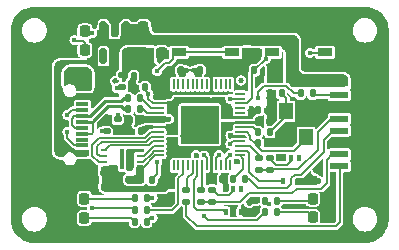
<source format=gbr>
%TF.GenerationSoftware,KiCad,Pcbnew,8.0.8*%
%TF.CreationDate,2025-04-16T19:26:52+02:00*%
%TF.ProjectId,PicoFlash,5069636f-466c-4617-9368-2e6b69636164,1.0*%
%TF.SameCoordinates,Original*%
%TF.FileFunction,Copper,L1,Top*%
%TF.FilePolarity,Positive*%
%FSLAX46Y46*%
G04 Gerber Fmt 4.6, Leading zero omitted, Abs format (unit mm)*
G04 Created by KiCad (PCBNEW 8.0.8) date 2025-04-16 19:26:52*
%MOMM*%
%LPD*%
G01*
G04 APERTURE LIST*
G04 Aperture macros list*
%AMRoundRect*
0 Rectangle with rounded corners*
0 $1 Rounding radius*
0 $2 $3 $4 $5 $6 $7 $8 $9 X,Y pos of 4 corners*
0 Add a 4 corners polygon primitive as box body*
4,1,4,$2,$3,$4,$5,$6,$7,$8,$9,$2,$3,0*
0 Add four circle primitives for the rounded corners*
1,1,$1+$1,$2,$3*
1,1,$1+$1,$4,$5*
1,1,$1+$1,$6,$7*
1,1,$1+$1,$8,$9*
0 Add four rect primitives between the rounded corners*
20,1,$1+$1,$2,$3,$4,$5,0*
20,1,$1+$1,$4,$5,$6,$7,0*
20,1,$1+$1,$6,$7,$8,$9,0*
20,1,$1+$1,$8,$9,$2,$3,0*%
G04 Aperture macros list end*
%TA.AperFunction,SMDPad,CuDef*%
%ADD10RoundRect,0.140000X0.170000X-0.140000X0.170000X0.140000X-0.170000X0.140000X-0.170000X-0.140000X0*%
%TD*%
%TA.AperFunction,SMDPad,CuDef*%
%ADD11RoundRect,0.225000X-0.225000X-0.250000X0.225000X-0.250000X0.225000X0.250000X-0.225000X0.250000X0*%
%TD*%
%TA.AperFunction,SMDPad,CuDef*%
%ADD12RoundRect,0.135000X-0.135000X-0.185000X0.135000X-0.185000X0.135000X0.185000X-0.135000X0.185000X0*%
%TD*%
%TA.AperFunction,SMDPad,CuDef*%
%ADD13RoundRect,0.135000X0.185000X-0.135000X0.185000X0.135000X-0.185000X0.135000X-0.185000X-0.135000X0*%
%TD*%
%TA.AperFunction,SMDPad,CuDef*%
%ADD14RoundRect,0.135000X0.135000X0.185000X-0.135000X0.185000X-0.135000X-0.185000X0.135000X-0.185000X0*%
%TD*%
%TA.AperFunction,SMDPad,CuDef*%
%ADD15RoundRect,0.140000X0.140000X0.170000X-0.140000X0.170000X-0.140000X-0.170000X0.140000X-0.170000X0*%
%TD*%
%TA.AperFunction,SMDPad,CuDef*%
%ADD16RoundRect,0.135000X-0.185000X0.135000X-0.185000X-0.135000X0.185000X-0.135000X0.185000X0.135000X0*%
%TD*%
%TA.AperFunction,SMDPad,CuDef*%
%ADD17RoundRect,0.050000X0.050000X-0.387500X0.050000X0.387500X-0.050000X0.387500X-0.050000X-0.387500X0*%
%TD*%
%TA.AperFunction,SMDPad,CuDef*%
%ADD18RoundRect,0.050000X0.387500X-0.050000X0.387500X0.050000X-0.387500X0.050000X-0.387500X-0.050000X0*%
%TD*%
%TA.AperFunction,HeatsinkPad*%
%ADD19R,3.200000X3.200000*%
%TD*%
%TA.AperFunction,SMDPad,CuDef*%
%ADD20RoundRect,0.218750X-0.218750X-0.256250X0.218750X-0.256250X0.218750X0.256250X-0.218750X0.256250X0*%
%TD*%
%TA.AperFunction,SMDPad,CuDef*%
%ADD21R,1.550013X0.600000*%
%TD*%
%TA.AperFunction,SMDPad,CuDef*%
%ADD22R,1.261722X1.500000*%
%TD*%
%TA.AperFunction,SMDPad,CuDef*%
%ADD23RoundRect,0.150000X-0.150000X0.512500X-0.150000X-0.512500X0.150000X-0.512500X0.150000X0.512500X0*%
%TD*%
%TA.AperFunction,SMDPad,CuDef*%
%ADD24R,0.600000X0.280010*%
%TD*%
%TA.AperFunction,SMDPad,CuDef*%
%ADD25R,0.300000X1.700000*%
%TD*%
%TA.AperFunction,SMDPad,CuDef*%
%ADD26R,1.025032X0.550010*%
%TD*%
%TA.AperFunction,SMDPad,CuDef*%
%ADD27R,1.025032X0.550012*%
%TD*%
%TA.AperFunction,SMDPad,CuDef*%
%ADD28R,1.100000X0.300000*%
%TD*%
%TA.AperFunction,ComponentPad*%
%ADD29O,2.000000X1.100000*%
%TD*%
%TA.AperFunction,ComponentPad*%
%ADD30O,1.800000X1.200000*%
%TD*%
%TA.AperFunction,SMDPad,CuDef*%
%ADD31R,1.300000X0.700000*%
%TD*%
%TA.AperFunction,SMDPad,CuDef*%
%ADD32RoundRect,0.140000X-0.170000X0.140000X-0.170000X-0.140000X0.170000X-0.140000X0.170000X0.140000X0*%
%TD*%
%TA.AperFunction,SMDPad,CuDef*%
%ADD33R,1.200000X1.400000*%
%TD*%
%TA.AperFunction,SMDPad,CuDef*%
%ADD34RoundRect,0.140000X-0.140000X-0.170000X0.140000X-0.170000X0.140000X0.170000X-0.140000X0.170000X0*%
%TD*%
%TA.AperFunction,SMDPad,CuDef*%
%ADD35RoundRect,0.218750X0.218750X0.256250X-0.218750X0.256250X-0.218750X-0.256250X0.218750X-0.256250X0*%
%TD*%
%TA.AperFunction,SMDPad,CuDef*%
%ADD36R,0.398781X0.551181*%
%TD*%
%TA.AperFunction,ViaPad*%
%ADD37C,0.450000*%
%TD*%
%TA.AperFunction,Conductor*%
%ADD38C,0.200000*%
%TD*%
%TA.AperFunction,Conductor*%
%ADD39C,0.500000*%
%TD*%
%TA.AperFunction,Conductor*%
%ADD40C,0.127000*%
%TD*%
%TA.AperFunction,Conductor*%
%ADD41C,0.152400*%
%TD*%
%TA.AperFunction,Conductor*%
%ADD42C,0.267208*%
%TD*%
G04 APERTURE END LIST*
D10*
%TO.P,C1,1*%
%TO.N,+3V3*%
X20620000Y2620000D03*
%TO.P,C1,2*%
%TO.N,GND*%
X20620000Y3580000D03*
%TD*%
D11*
%TO.P,C15,1*%
%TO.N,+5V*%
X11225000Y18300000D03*
%TO.P,C15,2*%
%TO.N,GND*%
X12775000Y18300000D03*
%TD*%
D12*
%TO.P,R20,1*%
%TO.N,+3V3*%
X9040000Y5350000D03*
%TO.P,R20,2*%
%TO.N,QSPI_SS*%
X10060000Y5350000D03*
%TD*%
D13*
%TO.P,R15,1*%
%TO.N,TX_PORT*%
X14860000Y3490000D03*
%TO.P,R15,2*%
%TO.N,GPIO4*%
X14860000Y4510000D03*
%TD*%
%TO.P,R16,1*%
%TO.N,DIO_PORT*%
X21000000Y6140000D03*
%TO.P,R16,2*%
%TO.N,GPIO14*%
X21000000Y7160000D03*
%TD*%
D14*
%TO.P,R17,1*%
%TO.N,CLK_PORT*%
X19860000Y5400000D03*
%TO.P,R17,2*%
%TO.N,GPIO12*%
X18840000Y5400000D03*
%TD*%
D12*
%TO.P,R2,1*%
%TO.N,GPIO8*%
X21540000Y3550000D03*
%TO.P,R2,2*%
%TO.N,/TX_LED*%
X22560000Y3550000D03*
%TD*%
D15*
%TO.P,C3,1*%
%TO.N,+3V3*%
X16980000Y14600000D03*
%TO.P,C3,2*%
%TO.N,GND*%
X16020000Y14600000D03*
%TD*%
D13*
%TO.P,R11,1*%
%TO.N,/CC2*%
X8120000Y9430000D03*
%TO.P,R11,2*%
%TO.N,GND*%
X8120000Y10450000D03*
%TD*%
D16*
%TO.P,R10,1*%
%TO.N,/CC1*%
X9060000Y10450000D03*
%TO.P,R10,2*%
%TO.N,GND*%
X9060000Y9430000D03*
%TD*%
D13*
%TO.P,R13,1*%
%TO.N,DIO_PORT*%
X21950000Y6140000D03*
%TO.P,R13,2*%
%TO.N,/DIO*%
X21950000Y7160000D03*
%TD*%
D17*
%TO.P,U2,1,IOVDD*%
%TO.N,+3V3*%
X13400000Y6562500D03*
%TO.P,U2,2,GPIO0*%
%TO.N,unconnected-(U2-GPIO0-Pad2)*%
X13800000Y6562500D03*
%TO.P,U2,3,GPIO1*%
%TO.N,unconnected-(U2-GPIO1-Pad3)*%
X14200000Y6562500D03*
%TO.P,U2,4,GPIO2*%
%TO.N,GPIO2*%
X14600000Y6562500D03*
%TO.P,U2,5,GPIO3*%
%TO.N,unconnected-(U2-GPIO3-Pad5)*%
X15000000Y6562500D03*
%TO.P,U2,6,GPIO4*%
%TO.N,GPIO4*%
X15400000Y6562500D03*
%TO.P,U2,7,GPIO5*%
%TO.N,GPIO5*%
X15800000Y6562500D03*
%TO.P,U2,8,GPIO6*%
%TO.N,GPIO6*%
X16200000Y6562500D03*
%TO.P,U2,9,GPIO7*%
%TO.N,GPIO7*%
X16600000Y6562500D03*
%TO.P,U2,10,IOVDD*%
%TO.N,+3V3*%
X17000000Y6562500D03*
%TO.P,U2,11,GPIO8*%
%TO.N,GPIO8*%
X17400000Y6562500D03*
%TO.P,U2,12,GPIO9*%
%TO.N,unconnected-(U2-GPIO9-Pad12)*%
X17800000Y6562500D03*
%TO.P,U2,13,GPIO10*%
%TO.N,GPIO10*%
X18200000Y6562500D03*
%TO.P,U2,14,GPIO11*%
%TO.N,unconnected-(U2-GPIO11-Pad14)*%
X18600000Y6562500D03*
D18*
%TO.P,U2,15,GPIO12*%
%TO.N,GPIO12*%
X19437500Y7400000D03*
%TO.P,U2,16,GPIO13*%
%TO.N,GPIO13*%
X19437500Y7800000D03*
%TO.P,U2,17,GPIO14*%
%TO.N,GPIO14*%
X19437500Y8200000D03*
%TO.P,U2,18,GPIO15*%
%TO.N,GPIO15*%
X19437500Y8600000D03*
%TO.P,U2,19,TESTEN*%
%TO.N,GND*%
X19437500Y9000000D03*
%TO.P,U2,20,XIN*%
%TO.N,/XIN*%
X19437500Y9400000D03*
%TO.P,U2,21,XOUT*%
%TO.N,/XOUT*%
X19437500Y9800000D03*
%TO.P,U2,22,IOVDD*%
%TO.N,+3V3*%
X19437500Y10200000D03*
%TO.P,U2,23,DVDD*%
%TO.N,+1V1*%
X19437500Y10600000D03*
%TO.P,U2,24,SWCLK*%
%TO.N,unconnected-(U2-SWCLK-Pad24)*%
X19437500Y11000000D03*
%TO.P,U2,25,SWD*%
%TO.N,unconnected-(U2-SWD-Pad25)*%
X19437500Y11400000D03*
%TO.P,U2,26,RUN*%
%TO.N,HOST_RESET*%
X19437500Y11800000D03*
%TO.P,U2,27,GPIO16*%
%TO.N,GPIO16*%
X19437500Y12200000D03*
%TO.P,U2,28,GPIO17*%
%TO.N,unconnected-(U2-GPIO17-Pad28)*%
X19437500Y12600000D03*
D17*
%TO.P,U2,29,GPIO18*%
%TO.N,unconnected-(U2-GPIO18-Pad29)*%
X18600000Y13437500D03*
%TO.P,U2,30,GPIO19*%
%TO.N,unconnected-(U2-GPIO19-Pad30)*%
X18200000Y13437500D03*
%TO.P,U2,31,GPIO20*%
%TO.N,unconnected-(U2-GPIO20-Pad31)*%
X17800000Y13437500D03*
%TO.P,U2,32,GPIO21*%
%TO.N,unconnected-(U2-GPIO21-Pad32)*%
X17400000Y13437500D03*
%TO.P,U2,33,IOVDD*%
%TO.N,+3V3*%
X17000000Y13437500D03*
%TO.P,U2,34,GPIO22*%
%TO.N,unconnected-(U2-GPIO22-Pad34)*%
X16600000Y13437500D03*
%TO.P,U2,35,GPIO23*%
%TO.N,unconnected-(U2-GPIO23-Pad35)*%
X16200000Y13437500D03*
%TO.P,U2,36,GPIO24*%
%TO.N,unconnected-(U2-GPIO24-Pad36)*%
X15800000Y13437500D03*
%TO.P,U2,37,GPIO25*%
%TO.N,unconnected-(U2-GPIO25-Pad37)*%
X15400000Y13437500D03*
%TO.P,U2,38,GPIO26_ADC0*%
%TO.N,unconnected-(U2-GPIO26_ADC0-Pad38)*%
X15000000Y13437500D03*
%TO.P,U2,39,GPIO27_ADC1*%
%TO.N,unconnected-(U2-GPIO27_ADC1-Pad39)*%
X14600000Y13437500D03*
%TO.P,U2,40,GPIO28_ADC2*%
%TO.N,unconnected-(U2-GPIO28_ADC2-Pad40)*%
X14200000Y13437500D03*
%TO.P,U2,41,GPIO29_ADC3*%
%TO.N,unconnected-(U2-GPIO29_ADC3-Pad41)*%
X13800000Y13437500D03*
%TO.P,U2,42,IOVDD*%
%TO.N,+3V3*%
X13400000Y13437500D03*
D18*
%TO.P,U2,43,ADC_AVDD*%
X12562500Y12600000D03*
%TO.P,U2,44,VREG_IN*%
X12562500Y12200000D03*
%TO.P,U2,45,VREG_VOUT*%
%TO.N,+1V1*%
X12562500Y11800000D03*
%TO.P,U2,46,USB_DM*%
%TO.N,USB_HOST_DN*%
X12562500Y11400000D03*
%TO.P,U2,47,USB_DP*%
%TO.N,USB_HOST_DP*%
X12562500Y11000000D03*
%TO.P,U2,48,USB_VDD*%
%TO.N,+3V3*%
X12562500Y10600000D03*
%TO.P,U2,49,IOVDD*%
X12562500Y10200000D03*
%TO.P,U2,50,DVDD*%
%TO.N,+1V1*%
X12562500Y9800000D03*
%TO.P,U2,51,QSPI_SD3*%
%TO.N,QSPI_SD3*%
X12562500Y9400000D03*
%TO.P,U2,52,QSPI_SCLK*%
%TO.N,QSPI_CLK*%
X12562500Y9000000D03*
%TO.P,U2,53,QSPI_SD0*%
%TO.N,QSPI_SD0*%
X12562500Y8600000D03*
%TO.P,U2,54,QSPI_SD2*%
%TO.N,QSPI_SD2*%
X12562500Y8200000D03*
%TO.P,U2,55,QSPI_SD1*%
%TO.N,QSPI_SD1*%
X12562500Y7800000D03*
%TO.P,U2,56,QSPI_SS*%
%TO.N,QSPI_SS*%
X12562500Y7400000D03*
D19*
%TO.P,U2,57,GND*%
%TO.N,GND*%
X16000000Y10000000D03*
%TD*%
D20*
%TO.P,D2,1,K*%
%TO.N,GND*%
X4712500Y17900000D03*
%TO.P,D2,2,A*%
%TO.N,/PWR_LED*%
X6287500Y17900000D03*
%TD*%
D21*
%TO.P,J2,1,Pin_1*%
%TO.N,TX_PORT*%
X27813246Y6500127D03*
%TO.P,J2,2,Pin_2*%
%TO.N,RX_PORT*%
X27811722Y7498095D03*
%TO.P,J2,3,Pin_3*%
%TO.N,GND*%
X27811722Y8498095D03*
%TO.P,J2,4,Pin_4*%
%TO.N,CLK_PORT*%
X27811722Y9498095D03*
%TO.P,J2,5,Pin_5*%
%TO.N,DIO_PORT*%
X27813246Y10500127D03*
%TO.P,J2,6,Pin_6*%
%TO.N,GND*%
X27811722Y11498095D03*
%TO.P,J2,7,Pin_7*%
%TO.N,RESET_PORT*%
X27811722Y12498095D03*
%TO.P,J2,8,Pin_8*%
%TO.N,+5V*%
X27813246Y13499873D03*
D22*
%TO.P,J2,9,Pin_9*%
%TO.N,GND*%
X31319139Y14800102D03*
%TO.P,J2,10,Pin_10*%
X31319139Y5199898D03*
%TD*%
D20*
%TO.P,D5,1,K*%
%TO.N,GND*%
X4712500Y16350000D03*
%TO.P,D5,2,A*%
%TO.N,/ACT_LED*%
X6287500Y16350000D03*
%TD*%
D23*
%TO.P,U1,1,VIN*%
%TO.N,+5V*%
X9750000Y18087500D03*
%TO.P,U1,2,GND*%
%TO.N,GND*%
X8800000Y18087500D03*
%TO.P,U1,3,EN*%
%TO.N,+5V*%
X7850000Y18087500D03*
%TO.P,U1,4,NC*%
%TO.N,unconnected-(U1-NC-Pad4)*%
X7850000Y15812500D03*
%TO.P,U1,5,VOUT*%
%TO.N,+3V3*%
X9750000Y15812500D03*
%TD*%
D14*
%TO.P,R4,1*%
%TO.N,GPIO15*%
X11510000Y1800000D03*
%TO.P,R4,2*%
%TO.N,/CON_LED*%
X10490000Y1800000D03*
%TD*%
D12*
%TO.P,R19,1*%
%TO.N,+3V3*%
X19590000Y14600000D03*
%TO.P,R19,2*%
%TO.N,HOST_RESET*%
X20610000Y14600000D03*
%TD*%
D24*
%TO.P,U4,1,CS#*%
%TO.N,QSPI_SS*%
X10907493Y6329936D03*
%TO.P,U4,2,SD1*%
%TO.N,QSPI_SD1*%
X10907493Y6830064D03*
%TO.P,U4,3,SD2*%
%TO.N,QSPI_SD2*%
X10907493Y7329936D03*
%TO.P,U4,4,GND*%
%TO.N,GND*%
X10907493Y7830064D03*
%TO.P,U4,5,SD0*%
%TO.N,QSPI_SD0*%
X7892507Y7830064D03*
%TO.P,U4,6,CLK*%
%TO.N,QSPI_CLK*%
X7892507Y7329936D03*
%TO.P,U4,7,SD3*%
%TO.N,QSPI_SD3*%
X7892507Y6830064D03*
%TO.P,U4,8,VCC*%
%TO.N,+3V3*%
X7892507Y6329936D03*
D25*
%TO.P,U4,9,EP*%
%TO.N,unconnected-(U4-EP-Pad9)*%
X9400000Y7080000D03*
%TD*%
D14*
%TO.P,R24,1*%
%TO.N,USB_HOST_DP*%
X10990000Y11320000D03*
%TO.P,R24,2*%
%TO.N,USB_PORT_DP*%
X9970000Y11320000D03*
%TD*%
D10*
%TO.P,C16,1*%
%TO.N,+3V3*%
X25940000Y5200000D03*
%TO.P,C16,2*%
%TO.N,GND*%
X25940000Y6160000D03*
%TD*%
D12*
%TO.P,R1,1*%
%TO.N,GPIO7*%
X21540000Y2600000D03*
%TO.P,R1,2*%
%TO.N,/RX_LED*%
X22560000Y2600000D03*
%TD*%
D26*
%TO.P,J10,1,GND*%
%TO.N,GND*%
X6112516Y13200024D03*
D27*
%TO.P,J10,2,VBUS*%
%TO.N,+5V*%
X6112516Y12399924D03*
D28*
%TO.P,J10,3,SBU2*%
%TO.N,unconnected-(J10-SBU2-Pad3)*%
X6075032Y11749936D03*
%TO.P,J10,4,CC1*%
%TO.N,/CC1*%
X6075032Y11249809D03*
%TO.P,J10,5,DN2*%
%TO.N,USB_PORT_DN*%
X6075032Y10749936D03*
%TO.P,J10,6,DP1*%
%TO.N,USB_PORT_DP*%
X6075032Y10250064D03*
%TO.P,J10,7,DN1*%
%TO.N,USB_PORT_DN*%
X6075032Y9749936D03*
%TO.P,J10,8,DP2*%
%TO.N,USB_PORT_DP*%
X6075032Y9250064D03*
%TO.P,J10,9,SBU1*%
%TO.N,unconnected-(J10-SBU1-Pad9)*%
X6075032Y8749936D03*
%TO.P,J10,10,CC2*%
%TO.N,/CC2*%
X6075032Y8249809D03*
D27*
%TO.P,J10,11,VBUS*%
%TO.N,+5V*%
X6112516Y7599822D03*
%TO.P,J10,12,GND*%
%TO.N,GND*%
X6112516Y6799975D03*
D29*
%TO.P,J10,13,SHELL*%
X5525121Y14324994D03*
D30*
X1324968Y14324994D03*
D29*
%TO.P,J10,14,SHELL*%
X5525121Y5675006D03*
D30*
X1324968Y5675006D03*
%TD*%
D14*
%TO.P,R25,1*%
%TO.N,USB_HOST_DN*%
X10990000Y12260000D03*
%TO.P,R25,2*%
%TO.N,USB_PORT_DN*%
X9970000Y12260000D03*
%TD*%
D31*
%TO.P,U5,1,1*%
%TO.N,BOOTSELECT*%
X18749987Y16124943D03*
%TO.P,U5,2,2*%
X14250013Y16124943D03*
%TO.P,U5,3,3*%
%TO.N,GND*%
X18749987Y18275057D03*
%TO.P,U5,4,4*%
X14250013Y18275057D03*
%TD*%
D16*
%TO.P,R6,1*%
%TO.N,+3V3*%
X9450000Y14210000D03*
%TO.P,R6,2*%
%TO.N,/PWR_LED*%
X9450000Y13190000D03*
%TD*%
D13*
%TO.P,R14,1*%
%TO.N,RX_PORT*%
X16100000Y3490000D03*
%TO.P,R14,2*%
%TO.N,GPIO6*%
X16100000Y4510000D03*
%TD*%
D32*
%TO.P,C8,1*%
%TO.N,+3V3*%
X13570000Y5020000D03*
%TO.P,C8,2*%
%TO.N,GND*%
X13570000Y4060000D03*
%TD*%
D15*
%TO.P,C7,1*%
%TO.N,+1V1*%
X11030000Y9470000D03*
%TO.P,C7,2*%
%TO.N,GND*%
X10070000Y9470000D03*
%TD*%
D33*
%TO.P,Y1,1,1*%
%TO.N,/XIN*%
X25010013Y8949924D03*
%TO.P,Y1,2,GND*%
%TO.N,GND*%
X25010013Y11150076D03*
%TO.P,Y1,3,3*%
%TO.N,/ROUT*%
X23309987Y11150076D03*
%TO.P,Y1,4,GND*%
%TO.N,GND*%
X23309987Y8949924D03*
%TD*%
D15*
%TO.P,C6,1*%
%TO.N,+3V3*%
X8180000Y5350000D03*
%TO.P,C6,2*%
%TO.N,GND*%
X7220000Y5350000D03*
%TD*%
D34*
%TO.P,C19,1*%
%TO.N,/XIN*%
X20970000Y8445800D03*
%TO.P,C19,2*%
%TO.N,GND*%
X21930000Y8445800D03*
%TD*%
D12*
%TO.P,R12,1*%
%TO.N,/XOUT*%
X20920000Y9380000D03*
%TO.P,R12,2*%
%TO.N,/ROUT*%
X21940000Y9380000D03*
%TD*%
D15*
%TO.P,C20,1*%
%TO.N,/ROUT*%
X22930000Y12650000D03*
%TO.P,C20,2*%
%TO.N,GND*%
X21970000Y12650000D03*
%TD*%
D34*
%TO.P,C4,1*%
%TO.N,+3V3*%
X13420000Y14600000D03*
%TO.P,C4,2*%
%TO.N,GND*%
X14380000Y14600000D03*
%TD*%
D12*
%TO.P,R7,1*%
%TO.N,QSPI_SS*%
X10940000Y5350000D03*
%TO.P,R7,2*%
%TO.N,BOOTSELECT*%
X11960000Y5350000D03*
%TD*%
D20*
%TO.P,D6,1,K*%
%TO.N,GND*%
X4662500Y2100000D03*
%TO.P,D6,2,A*%
%TO.N,/CON_LED*%
X6237500Y2100000D03*
%TD*%
D14*
%TO.P,R5,1*%
%TO.N,GPIO16*%
X11510000Y3800000D03*
%TO.P,R5,2*%
%TO.N,/RUN_LED*%
X10490000Y3800000D03*
%TD*%
D15*
%TO.P,C9,1*%
%TO.N,+1V1*%
X11380000Y13190000D03*
%TO.P,C9,2*%
%TO.N,GND*%
X10420000Y13190000D03*
%TD*%
D31*
%TO.P,U8,1,1*%
%TO.N,HOST_RESET*%
X26599987Y16124943D03*
%TO.P,U8,2,2*%
X22100013Y16124943D03*
%TO.P,U8,3,3*%
%TO.N,GND*%
X26599987Y18275057D03*
%TO.P,U8,4,4*%
X22100013Y18275057D03*
%TD*%
D34*
%TO.P,C18,1*%
%TO.N,+1V1*%
X20970000Y11225800D03*
%TO.P,C18,2*%
%TO.N,GND*%
X21930000Y11225800D03*
%TD*%
D35*
%TO.P,D1,1,K*%
%TO.N,GND*%
X27137500Y2200000D03*
%TO.P,D1,2,A*%
%TO.N,/RX_LED*%
X25562500Y2200000D03*
%TD*%
D15*
%TO.P,C11,1*%
%TO.N,+3V3*%
X11380000Y14110000D03*
%TO.P,C11,2*%
%TO.N,GND*%
X10420000Y14110000D03*
%TD*%
D11*
%TO.P,C14,1*%
%TO.N,+3V3*%
X11225000Y16050000D03*
%TO.P,C14,2*%
%TO.N,GND*%
X12775000Y16050000D03*
%TD*%
D20*
%TO.P,D7,1,K*%
%TO.N,GND*%
X4662500Y3750000D03*
%TO.P,D7,2,A*%
%TO.N,/RUN_LED*%
X6237500Y3750000D03*
%TD*%
D35*
%TO.P,D4,1,K*%
%TO.N,GND*%
X27137500Y3750000D03*
%TO.P,D4,2,A*%
%TO.N,/TX_LED*%
X25562500Y3750000D03*
%TD*%
D34*
%TO.P,C10,1*%
%TO.N,+3V3*%
X16970000Y5390000D03*
%TO.P,C10,2*%
%TO.N,GND*%
X17930000Y5390000D03*
%TD*%
D36*
%TO.P,U3,1,NC*%
%TO.N,unconnected-(U3-NC-Pad1)*%
X19485001Y4590602D03*
%TO.P,U3,2,A*%
%TO.N,/RX*%
X18850000Y4590602D03*
%TO.P,U3,3,GND*%
%TO.N,GND*%
X18189599Y4590602D03*
%TO.P,U3,4,Y*%
%TO.N,GPIO5*%
X18189599Y2609398D03*
%TO.P,U3,5,VCC*%
%TO.N,+3V3*%
X19510401Y2609398D03*
%TD*%
D14*
%TO.P,R3,1*%
%TO.N,GPIO2*%
X11510000Y2800000D03*
%TO.P,R3,2*%
%TO.N,/ACT_LED*%
X10490000Y2800000D03*
%TD*%
D36*
%TO.P,U6,1,NC*%
%TO.N,unconnected-(U6-NC-Pad1)*%
X24385001Y7190602D03*
%TO.P,U6,2,A*%
%TO.N,/DIO*%
X23750000Y7190602D03*
%TO.P,U6,3,GND*%
%TO.N,GND*%
X23089599Y7190602D03*
%TO.P,U6,4,Y*%
%TO.N,GPIO13*%
X23089599Y5209398D03*
%TO.P,U6,5,VCC*%
%TO.N,+3V3*%
X24410401Y5209398D03*
%TD*%
D13*
%TO.P,R9,1*%
%TO.N,RX_PORT*%
X17050000Y3490000D03*
%TO.P,R9,2*%
%TO.N,/RX*%
X17050000Y4510000D03*
%TD*%
D14*
%TO.P,R18,1*%
%TO.N,RESET_PORT*%
X25560000Y12650000D03*
%TO.P,R18,2*%
%TO.N,GPIO10*%
X24540000Y12650000D03*
%TD*%
D34*
%TO.P,C2,1*%
%TO.N,+3V3*%
X20970000Y10305800D03*
%TO.P,C2,2*%
%TO.N,GND*%
X21930000Y10305800D03*
%TD*%
D15*
%TO.P,C17,1*%
%TO.N,+3V3*%
X11030000Y10390000D03*
%TO.P,C17,2*%
%TO.N,GND*%
X10070000Y10390000D03*
%TD*%
D37*
%TO.N,+3V3*%
X10500000Y14900000D03*
X18586234Y9953261D03*
X17000000Y7700000D03*
X19150000Y14600000D03*
X11800000Y14000000D03*
X9681380Y14890690D03*
X13390000Y10470000D03*
X25550000Y5209398D03*
X11380000Y10470000D03*
X17500000Y14600000D03*
X13660000Y5680000D03*
X20100000Y2450000D03*
X13000000Y13300000D03*
X13422328Y7697484D03*
X19660934Y2969814D03*
X11400000Y14900000D03*
X13000000Y14000000D03*
X24800000Y5209398D03*
X17000000Y12727491D03*
X8600000Y5000000D03*
X10000000Y16300000D03*
X21000000Y13800000D03*
X8600000Y5750000D03*
X13400000Y12400000D03*
%TO.N,GND*%
X31439340Y9939340D03*
X939340Y939340D03*
X19000000Y19500000D03*
X6600000Y6400000D03*
X13000000Y19500000D03*
X20000000Y19500000D03*
X28400000Y5700000D03*
X12460000Y1490000D03*
X500000Y6000000D03*
X500000Y7000000D03*
X6100000Y13600000D03*
X4000000Y500000D03*
X9000000Y500000D03*
X31000000Y19000000D03*
X12000000Y500000D03*
X10000000Y500000D03*
X18600000Y9100000D03*
X28000000Y500000D03*
X17000000Y9000000D03*
X31439340Y3939340D03*
X19135198Y6875000D03*
X19500000Y13750000D03*
X14500000Y1500000D03*
X24150000Y10050000D03*
X20000000Y500000D03*
X27100000Y3000000D03*
X23300000Y9850000D03*
X8000000Y19500000D03*
X5000000Y500000D03*
X25000000Y500000D03*
X10100000Y7100000D03*
X21930000Y12300000D03*
X26000000Y500000D03*
X26200000Y11100000D03*
X500000Y5000000D03*
X27000000Y500000D03*
X30000000Y6900000D03*
X27000000Y19500000D03*
X30000000Y500000D03*
X4000000Y19500000D03*
X16000000Y500000D03*
X18000000Y500000D03*
X22000000Y500000D03*
X15000000Y11000000D03*
X9400000Y1400000D03*
X10150000Y13605627D03*
X15000000Y10000000D03*
X20196203Y3353739D03*
X7125000Y18350000D03*
X31500000Y14000000D03*
X31439340Y12939340D03*
X17000000Y10000000D03*
X31439340Y1939340D03*
X17000000Y19500000D03*
X30000000Y15100000D03*
X9530000Y9440000D03*
X31439340Y10939340D03*
X5400000Y15950000D03*
X12000000Y19500000D03*
X500000Y10000000D03*
X31439340Y8939340D03*
X29000000Y19500000D03*
X2100000Y13000000D03*
X31439340Y17939340D03*
X5600000Y13600000D03*
X10100000Y7700000D03*
X2100000Y9000000D03*
X16000000Y11000000D03*
X19000000Y500000D03*
X13500000Y1500000D03*
X13000000Y500000D03*
X18000000Y19500000D03*
X30000000Y9000000D03*
X18156903Y5700000D03*
X11000000Y500000D03*
X25000000Y19500000D03*
X26200000Y10300000D03*
X6100000Y6400000D03*
X31439340Y7939340D03*
X500000Y16000000D03*
X500000Y2000000D03*
X5399857Y16499673D03*
X500000Y14000000D03*
X21930000Y10750000D03*
X500000Y15000000D03*
X2000000Y500000D03*
X500000Y13000000D03*
X30000000Y19500000D03*
X500000Y3000000D03*
X25000000Y18250000D03*
X6000000Y19500000D03*
X14000000Y19500000D03*
X6000000Y500000D03*
X500000Y17000000D03*
X22000000Y19500000D03*
X23000000Y500000D03*
X2100000Y11000000D03*
X11000000Y19500000D03*
X5399691Y17799673D03*
X15000000Y19500000D03*
X8500000Y1400000D03*
X8000000Y500000D03*
X13449609Y3296768D03*
X3000000Y500000D03*
X30000000Y11000000D03*
X2100000Y7000000D03*
X31439340Y6939340D03*
X26000000Y19500000D03*
X25000000Y10300000D03*
X22700000Y7250000D03*
X24000000Y19500000D03*
X31439340Y11939340D03*
X7000000Y19500000D03*
X31439340Y2939340D03*
X26000000Y17250000D03*
X30000000Y13000000D03*
X2000000Y19500000D03*
X27750000Y16000000D03*
X18870000Y2650000D03*
X15550000Y14600000D03*
X28000000Y19500000D03*
X9930000Y9940000D03*
X14000000Y500000D03*
X5000000Y19500000D03*
X22200000Y14600000D03*
X5600000Y6400000D03*
X7500000Y1400000D03*
X500000Y18000000D03*
X10100000Y6500000D03*
X26400000Y3000000D03*
X31439340Y15939340D03*
X31000000Y878680D03*
X3000000Y19500000D03*
X500000Y9000000D03*
X24000000Y500000D03*
X21000000Y500000D03*
X30000000Y4900000D03*
X21000000Y19500000D03*
X14850000Y14600000D03*
X5400116Y18349675D03*
X500000Y12000000D03*
X15000000Y500000D03*
X16000000Y19500000D03*
X939340Y19060660D03*
X18170000Y5030000D03*
X16000000Y9000000D03*
X500000Y11000000D03*
X500000Y4000000D03*
X17000000Y11000000D03*
X26200000Y11900000D03*
X7740000Y10100000D03*
X15000000Y9000000D03*
X23000000Y19500000D03*
X10000000Y19500000D03*
X12575152Y15467615D03*
X15712463Y7424212D03*
X17000000Y500000D03*
X7200000Y4800000D03*
X31500000Y5000000D03*
X9000000Y19500000D03*
X22675000Y8750000D03*
X16000000Y10000000D03*
X500000Y8000000D03*
X31500000Y6000000D03*
X31500000Y15000000D03*
X6600000Y13600000D03*
X22200000Y13800000D03*
X26200000Y6600000D03*
X7000000Y500000D03*
X31439340Y16939340D03*
X8827180Y13723323D03*
X29000000Y500000D03*
X27100000Y4500000D03*
%TO.N,+1V1*%
X13397026Y11613328D03*
X11374578Y9615422D03*
X18575000Y11403525D03*
X20330729Y11417274D03*
X13400000Y9650000D03*
X11666127Y12593914D03*
%TO.N,/CC2*%
X7739456Y9440000D03*
X4800000Y9391268D03*
%TO.N,/CC1*%
X4796683Y10836097D03*
X9100000Y10850000D03*
%TO.N,BOOTSELECT*%
X12400000Y14550000D03*
X12405422Y6844578D03*
%TO.N,HOST_RESET*%
X25330000Y16100000D03*
X21600013Y15590013D03*
%TO.N,GPIO10*%
X20950000Y12300000D03*
X18575000Y7427301D03*
%TO.N,GPIO8*%
X17645867Y7413589D03*
X21860000Y3320000D03*
%TO.N,GPIO16*%
X12000000Y3800000D03*
X18600000Y12200000D03*
%TO.N,GPIO7*%
X16384275Y7406311D03*
X16384275Y2250000D03*
%TO.N,GPIO15*%
X12000000Y2100000D03*
X18598578Y8400461D03*
%TO.N,/ACT_LED*%
X5401705Y17149673D03*
X6900000Y2909929D03*
%TO.N,/PWR_LED*%
X8984423Y13092628D03*
X6906380Y17737865D03*
%TD*%
D38*
%TO.N,+3V3*%
X17000000Y13437500D02*
X17000000Y14580000D01*
X7975000Y6350000D02*
X7975000Y5555000D01*
X8180000Y5350000D02*
X9040000Y5350000D01*
D39*
X24800000Y5209398D02*
X25550000Y5209398D01*
D38*
X20864200Y10200000D02*
X20970000Y10305800D01*
X17000000Y6562500D02*
X17000000Y5420000D01*
D39*
X11380000Y10470000D02*
X11110000Y10470000D01*
X24410401Y5209398D02*
X24800000Y5209398D01*
D38*
X16980000Y14600000D02*
X17500000Y14600000D01*
X17500000Y14600000D02*
X19150000Y14600000D01*
X17000000Y14580000D02*
X16980000Y14600000D01*
X7975000Y5555000D02*
X8180000Y5350000D01*
D39*
X25930602Y5209398D02*
X25940000Y5200000D01*
D40*
X19510401Y2819281D02*
X19510401Y2609398D01*
D38*
X13420000Y14600000D02*
X13400000Y14580000D01*
X17000000Y5420000D02*
X16970000Y5390000D01*
D39*
X25550000Y5209398D02*
X25930602Y5209398D01*
D40*
X19660934Y2969814D02*
X19510401Y2819281D01*
D39*
X11110000Y10470000D02*
X11030000Y10390000D01*
D38*
X13400000Y14580000D02*
X13400000Y13437500D01*
X19437500Y10200000D02*
X20864200Y10200000D01*
X19150000Y14600000D02*
X19590000Y14600000D01*
%TO.N,GND*%
X9150000Y9485647D02*
X9094353Y9430000D01*
X9094353Y9430000D02*
X9060000Y9430000D01*
X4662500Y16300000D02*
X4712500Y16350000D01*
X22805863Y8445800D02*
X23309987Y8949924D01*
X21930000Y12300000D02*
X21930000Y12610000D01*
X21970000Y12650000D02*
X21930000Y12610000D01*
X21930000Y11225800D02*
X21930000Y10305800D01*
X21930000Y12610000D02*
X21930000Y11225800D01*
X21930000Y8445800D02*
X22805863Y8445800D01*
X4400000Y16300000D02*
X4662500Y16300000D01*
%TO.N,+1V1*%
X12562500Y11800000D02*
X12028640Y11800000D01*
X11559156Y9800000D02*
X12562500Y9800000D01*
X11229156Y9470000D02*
X10960000Y9470000D01*
X20482726Y11417274D02*
X20330729Y11417274D01*
X12028640Y11800000D02*
X11649291Y12179349D01*
X20625800Y11225800D02*
X20970000Y11225800D01*
X11380000Y12960000D02*
X11380000Y13190000D01*
X20000000Y10600000D02*
X20625800Y11225800D01*
X20970000Y11225800D02*
X20674200Y11225800D01*
X11374578Y9615422D02*
X11229156Y9470000D01*
X11649291Y12690709D02*
X11380000Y12960000D01*
X20674200Y11225800D02*
X20482726Y11417274D01*
X19437500Y10600000D02*
X20000000Y10600000D01*
X11374578Y9615422D02*
X11559156Y9800000D01*
X11649291Y12179349D02*
X11649291Y12690709D01*
X13397026Y11613328D02*
X13210354Y11800000D01*
X13210354Y11800000D02*
X12562500Y11800000D01*
%TO.N,+5V*%
X11012500Y18087500D02*
X11225000Y18300000D01*
X9750000Y18087500D02*
X11012500Y18087500D01*
X27775000Y13500000D02*
X27675000Y13500000D01*
%TO.N,/XIN*%
X19971360Y9400000D02*
X20300000Y9071360D01*
X24000000Y7800000D02*
X25010013Y8810013D01*
X20970000Y8130000D02*
X21300000Y7800000D01*
X20300000Y9071360D02*
X20300000Y8790000D01*
X20970000Y8445800D02*
X20970000Y8130000D01*
X21300000Y7800000D02*
X24000000Y7800000D01*
X20644200Y8445800D02*
X20970000Y8445800D01*
X20970000Y8130000D02*
X20960000Y8130000D01*
X19437500Y9400000D02*
X19971360Y9400000D01*
X20960000Y8130000D02*
X20644200Y8445800D01*
X20300000Y8790000D02*
X20644200Y8445800D01*
X25010013Y8810013D02*
X25010013Y8949924D01*
%TO.N,/XOUT*%
X20500000Y9800000D02*
X20920000Y9380000D01*
X19437500Y9800000D02*
X20500000Y9800000D01*
D41*
%TO.N,QSPI_SS*%
X11200000Y6350000D02*
X10825000Y6350000D01*
X12250000Y7400000D02*
X11200000Y6350000D01*
X12562500Y7400000D02*
X12250000Y7400000D01*
%TO.N,QSPI_SD3*%
X6901232Y8311232D02*
X6901232Y7388768D01*
X7473800Y8883800D02*
X6901232Y8311232D01*
X11591684Y9123724D02*
X11586200Y9123724D01*
X11586200Y9123724D02*
X11346276Y8883800D01*
X11867960Y9400000D02*
X11591684Y9123724D01*
X7440000Y6850000D02*
X7975000Y6850000D01*
X12562500Y9400000D02*
X11867960Y9400000D01*
X6901232Y7388768D02*
X7440000Y6850000D01*
X11346276Y8883800D02*
X7473800Y8883800D01*
%TO.N,QSPI_SD0*%
X8385000Y8260000D02*
X7975000Y7850000D01*
X12020000Y8600000D02*
X11680000Y8260000D01*
X11680000Y8260000D02*
X8385000Y8260000D01*
X12562500Y8600000D02*
X12020000Y8600000D01*
%TO.N,QSPI_SD2*%
X10825000Y7350000D02*
X11257356Y7350000D01*
X11257356Y7350000D02*
X12107356Y8200000D01*
X12107356Y8200000D02*
X12562500Y8200000D01*
%TO.N,QSPI_CLK*%
X7530000Y7350000D02*
X7975000Y7350000D01*
X7710000Y8570000D02*
X7321800Y8181800D01*
X11910000Y9000000D02*
X11480000Y8570000D01*
X12562500Y9000000D02*
X11910000Y9000000D01*
X7321800Y8181800D02*
X7321800Y7558200D01*
X11480000Y8570000D02*
X7710000Y8570000D01*
X7321800Y7558200D02*
X7530000Y7350000D01*
D38*
%TO.N,/CC2*%
X6024905Y8299936D02*
X6075032Y8249809D01*
X8110000Y9440000D02*
X8120000Y9430000D01*
X4800000Y9391268D02*
X4800000Y8900000D01*
X7739456Y9440000D02*
X8110000Y9440000D01*
X4800000Y8900000D02*
X5400064Y8299936D01*
X5400064Y8299936D02*
X6024905Y8299936D01*
%TO.N,/CC1*%
X4796683Y10836097D02*
X5210395Y11249809D01*
X5210395Y11249809D02*
X6075032Y11249809D01*
X9100000Y10490000D02*
X9060000Y10450000D01*
X9100000Y10850000D02*
X9100000Y10490000D01*
%TO.N,/ROUT*%
X23309987Y12270013D02*
X23309987Y11150076D01*
X23309987Y10729987D02*
X23309987Y11150076D01*
X21960000Y9380000D02*
X23309987Y10729987D01*
X22930000Y12650000D02*
X23309987Y12270013D01*
X21940000Y9380000D02*
X21960000Y9380000D01*
D41*
%TO.N,QSPI_SD1*%
X10825000Y6850000D02*
X11220000Y6850000D01*
X11921800Y7556264D02*
X12165536Y7800000D01*
X11220000Y6850000D02*
X11921800Y7551800D01*
X11921800Y7551800D02*
X11921800Y7556264D01*
X12165536Y7800000D02*
X12562500Y7800000D01*
D42*
%TO.N,USB_PORT_DN*%
X6749936Y10749936D02*
X6075032Y10749936D01*
D38*
X5200000Y10500000D02*
X5200000Y9975000D01*
D42*
X8025204Y12025204D02*
X6749936Y10749936D01*
D38*
X6075032Y10749936D02*
X6025160Y10700064D01*
D42*
X9970000Y12260000D02*
X9559999Y12260000D01*
D38*
X6025160Y10700064D02*
X5400064Y10700064D01*
X5400064Y10700064D02*
X5200000Y10500000D01*
X5425064Y9749936D02*
X6075032Y9749936D01*
X5200000Y9975000D02*
X5425064Y9749936D01*
D42*
X9325203Y12025204D02*
X8025204Y12025204D01*
X9559999Y12260000D02*
X9325203Y12025204D01*
%TO.N,USB_PORT_DP*%
X6997426Y10336694D02*
X6997426Y10264796D01*
D38*
X6997426Y10067370D02*
X6800000Y10264796D01*
D42*
X6997426Y10264796D02*
X6800000Y10264796D01*
X6800000Y10264796D02*
X6489764Y10264796D01*
D38*
X6875160Y9250064D02*
X6997426Y9372330D01*
X6997426Y9372330D02*
X6997426Y10050000D01*
D42*
X6475032Y10250064D02*
X6075032Y10250064D01*
D38*
X6997426Y10050000D02*
X6997426Y10264796D01*
D42*
X6489764Y10264796D02*
X6475032Y10250064D01*
X9559999Y11320000D02*
X9325203Y11554796D01*
X8215528Y11554796D02*
X6997426Y10336694D01*
X9325203Y11554796D02*
X8215528Y11554796D01*
D38*
X6075032Y9250064D02*
X6875160Y9250064D01*
D42*
X9970000Y11320000D02*
X9559999Y11320000D01*
D38*
X6997426Y10050000D02*
X6997426Y10067370D01*
%TO.N,BOOTSELECT*%
X13100000Y15250000D02*
X13400000Y15250000D01*
X13400000Y15250000D02*
X13750013Y15600013D01*
X12405422Y5795422D02*
X11960000Y5350000D01*
X13750013Y15600013D02*
X13750013Y16124943D01*
X12405422Y6844578D02*
X12405422Y5795422D01*
X12400000Y14550000D02*
X13100000Y15250000D01*
X14250013Y16124943D02*
X18749987Y16124943D01*
%TO.N,HOST_RESET*%
X26075044Y16100000D02*
X26099987Y16124943D01*
X21600013Y15590013D02*
X20610000Y14600000D01*
X20425000Y12253640D02*
X20425000Y14415000D01*
X19971360Y11800000D02*
X20425000Y12253640D01*
X19437500Y11800000D02*
X19971360Y11800000D01*
X25330000Y16100000D02*
X26075044Y16100000D01*
X21600013Y16124943D02*
X21600013Y15590013D01*
X20425000Y14415000D02*
X20610000Y14600000D01*
%TO.N,USB_HOST_DP*%
X11530000Y11000000D02*
X11210000Y11320000D01*
X12562500Y11000000D02*
X11530000Y11000000D01*
X11210000Y11320000D02*
X10990000Y11320000D01*
%TO.N,USB_HOST_DN*%
X11002954Y12260000D02*
X10990000Y12260000D01*
X12562500Y11400000D02*
X11862954Y11400000D01*
X11862954Y11400000D02*
X11002954Y12260000D01*
%TO.N,CLK_PORT*%
X25284391Y6449327D02*
X25284391Y6450525D01*
X26500000Y7666134D02*
X26500000Y8750000D01*
X23433808Y4633808D02*
X23750000Y4950000D01*
X24618854Y5784988D02*
X25048878Y6215012D01*
X25050076Y6215012D02*
X25284391Y6449327D01*
X20150000Y5400000D02*
X20916192Y4633808D01*
X20916192Y4633808D02*
X23433808Y4633808D01*
X27250000Y9500000D02*
X27575000Y9500000D01*
X23750000Y4950000D02*
X23750000Y5500000D01*
X24034988Y5784988D02*
X24618854Y5784988D01*
X25284391Y6450525D02*
X26500000Y7666134D01*
X25048878Y6215012D02*
X25050076Y6215012D01*
X23750000Y5500000D02*
X24034988Y5784988D01*
X19860000Y5400000D02*
X20150000Y5400000D01*
X26500000Y8750000D02*
X27250000Y9500000D01*
%TO.N,RESET_PORT*%
X25560000Y12650000D02*
X25710000Y12500000D01*
X25710000Y12500000D02*
X27675000Y12500000D01*
%TO.N,TX_PORT*%
X14860000Y2290000D02*
X15750000Y1400000D01*
X27875000Y6500127D02*
X27813246Y6500127D01*
X15750000Y1400000D02*
X27552186Y1400000D01*
X27552186Y1400000D02*
X27875000Y1722814D01*
X14860000Y3490000D02*
X14860000Y2290000D01*
X27875000Y1722814D02*
X27875000Y6500127D01*
%TO.N,RX_PORT*%
X16100000Y3490000D02*
X17050000Y3490000D01*
X26738240Y7038240D02*
X27198095Y7498095D01*
X23800000Y4200000D02*
X24200000Y4600000D01*
X20150000Y4200000D02*
X23800000Y4200000D01*
X26738240Y5038240D02*
X26738240Y7038240D01*
X17050000Y3490000D02*
X19440000Y3490000D01*
X24200000Y4600000D02*
X26300000Y4600000D01*
X19440000Y3490000D02*
X20150000Y4200000D01*
X26300000Y4600000D02*
X26738240Y5038240D01*
X27198095Y7498095D02*
X27811722Y7498095D01*
%TO.N,DIO_PORT*%
X21950000Y6140000D02*
X22025012Y6215012D01*
X21000000Y6140000D02*
X21950000Y6140000D01*
X26000000Y7900000D02*
X26000000Y9350000D01*
X26000000Y9350000D02*
X27150000Y10500000D01*
X24315012Y6215012D02*
X26000000Y7900000D01*
X27150000Y10500000D02*
X27575000Y10500000D01*
X22025012Y6215012D02*
X24315012Y6215012D01*
%TO.N,/RX*%
X17544988Y4015012D02*
X18515012Y4015012D01*
X17050000Y4510000D02*
X17544988Y4015012D01*
X18515012Y4015012D02*
X18850000Y4350000D01*
X18850000Y4350000D02*
X18850000Y4590602D01*
%TO.N,/DIO*%
X21950000Y7100000D02*
X22434988Y6615012D01*
X21950000Y7160000D02*
X21950000Y7100000D01*
X23415012Y6615012D02*
X23750000Y6950000D01*
X23750000Y6950000D02*
X23750000Y7190602D01*
X22434988Y6615012D02*
X23415012Y6615012D01*
%TO.N,GPIO4*%
X15400000Y6562500D02*
X15400000Y5925000D01*
X14960000Y5485000D02*
X14960000Y4610000D01*
X15400000Y5925000D02*
X14960000Y5485000D01*
X14960000Y4610000D02*
X14860000Y4510000D01*
%TO.N,GPIO6*%
X16200000Y4610000D02*
X16100000Y4510000D01*
X16200000Y6562500D02*
X16200000Y4610000D01*
%TO.N,GPIO14*%
X21000000Y7450000D02*
X21000000Y7160000D01*
X20250000Y8200000D02*
X21000000Y7450000D01*
X19437500Y8200000D02*
X20250000Y8200000D01*
%TO.N,GPIO12*%
X19700000Y6260000D02*
X19700000Y7137500D01*
X18840000Y5400000D02*
X19700000Y6260000D01*
X19700000Y7137500D02*
X19437500Y7400000D01*
%TO.N,GPIO10*%
X23950000Y12650000D02*
X24540000Y12650000D01*
X18575000Y7427301D02*
X18530941Y7427301D01*
X21410000Y13260000D02*
X23340000Y13260000D01*
X18530941Y7427301D02*
X18200000Y7096360D01*
X20950000Y12300000D02*
X20950000Y12800000D01*
X23340000Y13260000D02*
X23950000Y12650000D01*
X18200000Y7096360D02*
X18200000Y6562500D01*
X20950000Y12800000D02*
X21410000Y13260000D01*
%TO.N,GPIO8*%
X17400000Y7167722D02*
X17400000Y6562500D01*
X21860000Y3320000D02*
X21630000Y3550000D01*
X17645867Y7413589D02*
X17400000Y7167722D01*
X21630000Y3550000D02*
X21540000Y3550000D01*
%TO.N,GPIO5*%
X18189599Y2609398D02*
X17988997Y2810000D01*
X17988997Y2810000D02*
X15741076Y2810000D01*
X15480000Y3071076D02*
X15480000Y5330000D01*
X15480000Y5330000D02*
X15800000Y5650000D01*
X15741076Y2810000D02*
X15480000Y3071076D01*
X15800000Y5650000D02*
X15800000Y6562500D01*
%TO.N,GPIO16*%
X18600000Y12200000D02*
X19437500Y12200000D01*
X12000000Y3800000D02*
X11510000Y3800000D01*
%TO.N,GPIO13*%
X19971360Y7800000D02*
X20200000Y7571360D01*
X20990602Y5209398D02*
X23139599Y5209398D01*
X20200000Y6000000D02*
X20990602Y5209398D01*
X20200000Y7571360D02*
X20200000Y6000000D01*
X19437500Y7800000D02*
X19971360Y7800000D01*
%TO.N,GPIO2*%
X14200000Y5450000D02*
X14600000Y5850000D01*
X11510000Y2800000D02*
X11560000Y2750000D01*
X11560000Y2750000D02*
X13650000Y2750000D01*
X14200000Y3300000D02*
X14200000Y5450000D01*
X13650000Y2750000D02*
X14200000Y3300000D01*
X14600000Y5850000D02*
X14600000Y6562500D01*
%TO.N,GPIO7*%
X20840000Y1900000D02*
X21540000Y2600000D01*
X16600000Y7190586D02*
X16600000Y6562500D01*
X16384275Y2250000D02*
X16734275Y1900000D01*
X16384275Y7406311D02*
X16600000Y7190586D01*
X16734275Y1900000D02*
X20840000Y1900000D01*
%TO.N,GPIO15*%
X18598578Y8400461D02*
X18798117Y8600000D01*
X11810000Y2100000D02*
X11510000Y1800000D01*
X12000000Y2100000D02*
X11810000Y2100000D01*
X18798117Y8600000D02*
X19437500Y8600000D01*
%TO.N,/RX_LED*%
X22560000Y2600000D02*
X25162500Y2600000D01*
X25162500Y2600000D02*
X25562500Y2200000D01*
%TO.N,/TX_LED*%
X22560000Y3550000D02*
X25312500Y3550000D01*
X25312500Y3550000D02*
X25562500Y3800000D01*
%TO.N,/ACT_LED*%
X6100000Y17125000D02*
X6287500Y16937500D01*
X10380071Y2909929D02*
X10490000Y2800000D01*
X5426378Y17125000D02*
X6100000Y17125000D01*
X6900000Y2909929D02*
X10380071Y2909929D01*
X5401705Y17149673D02*
X5426378Y17125000D01*
X6287500Y16937500D02*
X6287500Y16350000D01*
%TO.N,/CON_LED*%
X10190000Y2100000D02*
X10490000Y1800000D01*
X6187500Y2100000D02*
X10190000Y2100000D01*
%TO.N,/RUN_LED*%
X10440000Y3750000D02*
X10490000Y3800000D01*
X6237500Y3750000D02*
X10440000Y3750000D01*
%TO.N,/PWR_LED*%
X8984423Y13092628D02*
X9352628Y13092628D01*
X6449635Y17737865D02*
X6287500Y17900000D01*
X9352628Y13092628D02*
X9450000Y13190000D01*
X6906380Y17737865D02*
X6449635Y17737865D01*
%TD*%
%TA.AperFunction,Conductor*%
%TO.N,+5V*%
G36*
X8277826Y18478326D02*
G01*
X8299500Y18426000D01*
X8299500Y17541736D01*
X8309427Y17473607D01*
X8309427Y17473606D01*
X8360801Y17368518D01*
X8360802Y17368517D01*
X8443517Y17285802D01*
X8548607Y17234427D01*
X8616740Y17224500D01*
X8616746Y17224500D01*
X8983254Y17224500D01*
X8983260Y17224500D01*
X9051393Y17234427D01*
X9156483Y17285802D01*
X9239198Y17368517D01*
X9290573Y17473607D01*
X9300500Y17541740D01*
X9300500Y18426000D01*
X9322174Y18478326D01*
X9374500Y18500000D01*
X11294176Y18500000D01*
X11305751Y18499090D01*
X11427481Y18479809D01*
X11449499Y18472655D01*
X11527301Y18433013D01*
X11554060Y18419379D01*
X11572791Y18405770D01*
X11655769Y18322792D01*
X11669378Y18304061D01*
X11722654Y18199500D01*
X11729808Y18177482D01*
X11750000Y18050001D01*
X11750000Y18050000D01*
X11772024Y17910942D01*
X11835942Y17785497D01*
X11935497Y17685942D01*
X11997024Y17654593D01*
X12060941Y17622025D01*
X12199998Y17600000D01*
X12200000Y17600000D01*
X23895149Y17600000D01*
X23904808Y17599367D01*
X24019753Y17584235D01*
X24038408Y17579236D01*
X24140999Y17536742D01*
X24157728Y17527083D01*
X24227418Y17473607D01*
X24245824Y17459484D01*
X24259483Y17445825D01*
X24327082Y17357729D01*
X24336741Y17340999D01*
X24379234Y17238412D01*
X24384234Y17219752D01*
X24399367Y17104809D01*
X24400000Y17095150D01*
X24400000Y14800000D01*
X24402261Y14782828D01*
X24417036Y14670591D01*
X24417037Y14670588D01*
X24466986Y14550001D01*
X24485473Y14525908D01*
X24546447Y14446447D01*
X24627418Y14384315D01*
X24650000Y14366987D01*
X24770587Y14317038D01*
X24770590Y14317037D01*
X24900000Y14300000D01*
X28095149Y14300000D01*
X28104808Y14299367D01*
X28219753Y14284235D01*
X28238408Y14279236D01*
X28340999Y14236742D01*
X28357728Y14227083D01*
X28445824Y14159484D01*
X28459483Y14145825D01*
X28527082Y14057729D01*
X28536741Y14040999D01*
X28579234Y13938412D01*
X28584234Y13919752D01*
X28599367Y13804809D01*
X28600000Y13795150D01*
X28600000Y13704851D01*
X28599367Y13695192D01*
X28584234Y13580249D01*
X28579234Y13561589D01*
X28536741Y13459002D01*
X28527082Y13442272D01*
X28459483Y13354176D01*
X28445824Y13340517D01*
X28357728Y13272918D01*
X28340998Y13263259D01*
X28238411Y13220766D01*
X28219751Y13215766D01*
X28104808Y13200633D01*
X28095149Y13200000D01*
X23855623Y13200000D01*
X23803297Y13221674D01*
X23670795Y13354176D01*
X23524511Y13500460D01*
X23521241Y13502348D01*
X23521237Y13502351D01*
X23455990Y13540021D01*
X23455985Y13540023D01*
X23379564Y13560500D01*
X23374755Y13561133D01*
X23375115Y13563875D01*
X23330936Y13582174D01*
X23309895Y13624841D01*
X23300633Y13695192D01*
X23300000Y13704851D01*
X23300000Y15999999D01*
X23282963Y16129410D01*
X23282962Y16129413D01*
X23233013Y16250000D01*
X23197562Y16296200D01*
X23153553Y16353553D01*
X23050000Y16433013D01*
X22991492Y16457248D01*
X22951444Y16497297D01*
X22947233Y16511179D01*
X22938880Y16553174D01*
X22938849Y16553220D01*
X22898104Y16614198D01*
X22894565Y16619495D01*
X22851115Y16648528D01*
X22828245Y16663810D01*
X22828246Y16663810D01*
X22799002Y16669627D01*
X22769761Y16675443D01*
X21430265Y16675443D01*
X21401023Y16669627D01*
X21371780Y16663810D01*
X21351241Y16650086D01*
X21295692Y16639037D01*
X21281516Y16643371D01*
X21269214Y16648529D01*
X21217470Y16670225D01*
X21201187Y16675831D01*
X21192053Y16678976D01*
X21173386Y16684064D01*
X21173387Y16684064D01*
X21147060Y16689417D01*
X21147044Y16689420D01*
X21147040Y16689420D01*
X21032087Y16705045D01*
X21032080Y16705046D01*
X21032078Y16705046D01*
X21030104Y16705249D01*
X21018708Y16706419D01*
X21018694Y16706420D01*
X21009093Y16707090D01*
X21009083Y16707091D01*
X21009074Y16707091D01*
X21002740Y16707325D01*
X20995606Y16707588D01*
X19675336Y16713043D01*
X19595840Y16697402D01*
X19543519Y16675729D01*
X19543517Y16675728D01*
X19538339Y16672474D01*
X19484533Y16662554D01*
X19458630Y16667707D01*
X19419735Y16675443D01*
X18080239Y16675443D01*
X18050997Y16669627D01*
X18021754Y16663810D01*
X17955436Y16619496D01*
X17955434Y16619494D01*
X17911120Y16553176D01*
X17908332Y16546443D01*
X17904645Y16547970D01*
X17880923Y16512470D01*
X17839813Y16500000D01*
X15160187Y16500000D01*
X15107861Y16521674D01*
X15094085Y16547445D01*
X15091668Y16546443D01*
X15088879Y16553176D01*
X15048104Y16614198D01*
X15044565Y16619495D01*
X15001115Y16648528D01*
X14978245Y16663810D01*
X14978246Y16663810D01*
X14949002Y16669627D01*
X14919761Y16675443D01*
X13580265Y16675443D01*
X13551023Y16669627D01*
X13521780Y16663810D01*
X13455462Y16619496D01*
X13455461Y16619495D01*
X13436178Y16590636D01*
X13389085Y16559172D01*
X13333536Y16570222D01*
X13322324Y16579424D01*
X13253219Y16648529D01*
X13133126Y16709719D01*
X13133125Y16709720D01*
X13033489Y16725500D01*
X13033488Y16725500D01*
X12516512Y16725500D01*
X12516511Y16725500D01*
X12416875Y16709720D01*
X12330876Y16665902D01*
X12274414Y16661459D01*
X12254211Y16671663D01*
X12248930Y16675443D01*
X12205412Y16706592D01*
X12153177Y16728482D01*
X12151153Y16728894D01*
X12074603Y16744450D01*
X12074595Y16744451D01*
X9907797Y16753403D01*
X9907794Y16753403D01*
X9907779Y16753403D01*
X9901716Y16753230D01*
X9894284Y16753017D01*
X9884631Y16752423D01*
X9871197Y16751152D01*
X9755893Y16736416D01*
X9755889Y16736416D01*
X9755887Y16736415D01*
X9750595Y16735383D01*
X9729426Y16731252D01*
X9710729Y16726311D01*
X9685163Y16717725D01*
X9685138Y16717716D01*
X9595831Y16681046D01*
X9569400Y16675831D01*
X9569410Y16675693D01*
X9568291Y16675612D01*
X9567724Y16675500D01*
X9566735Y16675500D01*
X9498606Y16665573D01*
X9498605Y16665573D01*
X9393517Y16614199D01*
X9310801Y16531483D01*
X9259427Y16426395D01*
X9259427Y16426394D01*
X9249500Y16358265D01*
X9249500Y16324591D01*
X9243837Y16296200D01*
X9237407Y16280723D01*
X9227781Y16264069D01*
X9216987Y16250002D01*
X9167036Y16129410D01*
X9150000Y15999999D01*
X9150000Y14708702D01*
X9128326Y14656376D01*
X9107275Y14641636D01*
X9069595Y14624065D01*
X8985935Y14540405D01*
X8935931Y14433172D01*
X8929500Y14384315D01*
X8929500Y14224565D01*
X8907826Y14172239D01*
X8855500Y14150565D01*
X8843928Y14151475D01*
X8831360Y14153465D01*
X8827180Y14154127D01*
X8827179Y14154127D01*
X8694053Y14133043D01*
X8694053Y14133042D01*
X8573960Y14071852D01*
X8478651Y13976543D01*
X8417461Y13856450D01*
X8417460Y13856450D01*
X8396376Y13723323D01*
X8417460Y13590197D01*
X8478651Y13470104D01*
X8573961Y13374794D01*
X8578672Y13371371D01*
X8576521Y13368412D01*
X8605651Y13334413D01*
X8601294Y13277944D01*
X8601243Y13277843D01*
X8574704Y13225757D01*
X8574704Y13225755D01*
X8553619Y13092628D01*
X8574703Y12959502D01*
X8635845Y12839506D01*
X8635895Y12839408D01*
X8731203Y12744100D01*
X8851296Y12682910D01*
X8851296Y12682909D01*
X8868073Y12680252D01*
X8984423Y12661824D01*
X9064424Y12674495D01*
X9119496Y12661273D01*
X9149089Y12612982D01*
X9150000Y12601406D01*
X9150000Y12433308D01*
X9128326Y12380982D01*
X9076000Y12359308D01*
X7981216Y12359308D01*
X7896246Y12336541D01*
X7820058Y12292554D01*
X6943589Y11416085D01*
X6891263Y11394411D01*
X6838937Y11416085D01*
X6818686Y11453975D01*
X6813899Y11478040D01*
X6812477Y11485190D01*
X6816617Y11486014D01*
X6816551Y11513745D01*
X6812477Y11514555D01*
X6825532Y11580189D01*
X6825532Y11919683D01*
X6817752Y11958796D01*
X6813899Y11978167D01*
X6769584Y12044488D01*
X6747375Y12059328D01*
X6703264Y12088803D01*
X6703265Y12088803D01*
X6674021Y12094620D01*
X6644780Y12100436D01*
X5505284Y12100436D01*
X5476042Y12094620D01*
X5446799Y12088803D01*
X5380481Y12044489D01*
X5380479Y12044487D01*
X5336165Y11978169D01*
X5324532Y11919683D01*
X5324532Y11624309D01*
X5302858Y11571983D01*
X5250532Y11550309D01*
X5170831Y11550309D01*
X5094408Y11529832D01*
X5052092Y11505401D01*
X5030936Y11493186D01*
X5026664Y11490720D01*
X5025882Y11490268D01*
X4820614Y11285001D01*
X4779865Y11264238D01*
X4663556Y11245816D01*
X4543463Y11184626D01*
X4448154Y11089317D01*
X4386964Y10969224D01*
X4386963Y10969224D01*
X4365879Y10836097D01*
X4386963Y10702971D01*
X4448154Y10582878D01*
X4448155Y10582877D01*
X4543463Y10487569D01*
X4663556Y10426379D01*
X4663556Y10426378D01*
X4684641Y10423039D01*
X4796683Y10405293D01*
X4813923Y10408024D01*
X4868995Y10394803D01*
X4898589Y10346512D01*
X4899500Y10334935D01*
X4899500Y9935439D01*
X4906140Y9910657D01*
X4898747Y9854505D01*
X4853813Y9820026D01*
X4823086Y9818416D01*
X4800001Y9822072D01*
X4800000Y9822072D01*
X4666873Y9800988D01*
X4666873Y9800987D01*
X4546780Y9739797D01*
X4451471Y9644488D01*
X4390281Y9524395D01*
X4390280Y9524395D01*
X4369196Y9391268D01*
X4390280Y9258142D01*
X4451471Y9138049D01*
X4477826Y9111694D01*
X4499500Y9059368D01*
X4499500Y8860436D01*
X4519977Y8784015D01*
X4519979Y8784010D01*
X4544144Y8742156D01*
X4559540Y8715489D01*
X5215553Y8059476D01*
X5284076Y8019914D01*
X5321976Y8009760D01*
X5364351Y7979394D01*
X5380478Y7955259D01*
X5380480Y7955257D01*
X5446799Y7910943D01*
X5446800Y7910943D01*
X5446801Y7910942D01*
X5505284Y7899309D01*
X6550532Y7899309D01*
X6602858Y7877635D01*
X6624532Y7825309D01*
X6624532Y7449038D01*
X6602858Y7396712D01*
X6595580Y7390330D01*
X6507727Y7322918D01*
X6490998Y7313259D01*
X6413395Y7281114D01*
X6385076Y7275481D01*
X5586781Y7275481D01*
X5534455Y7297155D01*
X5520407Y7318178D01*
X5520349Y7318144D01*
X5519836Y7319032D01*
X5518415Y7321159D01*
X5517925Y7322339D01*
X5517924Y7322345D01*
X5445448Y7447878D01*
X5342951Y7550375D01*
X5291639Y7580000D01*
X5217415Y7622853D01*
X5077406Y7660368D01*
X5077404Y7660368D01*
X4932452Y7660368D01*
X4932450Y7660368D01*
X4792440Y7622853D01*
X4666904Y7550375D01*
X4564408Y7447879D01*
X4491930Y7322343D01*
X4487243Y7304847D01*
X4452765Y7259914D01*
X4415765Y7250000D01*
X4204851Y7250000D01*
X4195192Y7250633D01*
X4080248Y7265766D01*
X4061588Y7270766D01*
X3959001Y7313259D01*
X3942271Y7322918D01*
X3854175Y7390517D01*
X3840516Y7404176D01*
X3772917Y7492272D01*
X3763258Y7509002D01*
X3720765Y7611589D01*
X3715765Y7630249D01*
X3700633Y7745192D01*
X3700000Y7754851D01*
X3700000Y14395164D01*
X4294500Y14395164D01*
X4294500Y14395150D01*
X4294500Y13342158D01*
X4296041Y13334413D01*
X4310141Y13263523D01*
X4310144Y13263513D01*
X4331814Y13211196D01*
X4331816Y13211192D01*
X4331817Y13211191D01*
X4368445Y13152897D01*
X4420717Y13115809D01*
X4441598Y13100993D01*
X4471731Y13053037D01*
X4470256Y13021489D01*
X4454415Y12962367D01*
X4454415Y12817413D01*
X4491930Y12677404D01*
X4504513Y12655610D01*
X4564408Y12551868D01*
X4666905Y12449371D01*
X4735895Y12409540D01*
X4792440Y12376894D01*
X4890855Y12350524D01*
X4932449Y12339379D01*
X4932450Y12339378D01*
X4932452Y12339378D01*
X5077406Y12339378D01*
X5077406Y12339379D01*
X5175821Y12365750D01*
X5217415Y12376894D01*
X5217415Y12376895D01*
X5217418Y12376895D01*
X5342951Y12449371D01*
X5445448Y12551868D01*
X5499029Y12644674D01*
X5543961Y12679152D01*
X5577550Y12680252D01*
X5629441Y12669930D01*
X6617254Y12669930D01*
X6631689Y12668508D01*
X6646762Y12665511D01*
X6663170Y12662247D01*
X6663171Y12662246D01*
X6663172Y12662246D01*
X6670315Y12660825D01*
X6694299Y12658809D01*
X6697701Y12658442D01*
X6710231Y12656792D01*
X6747711Y12655742D01*
X6752395Y12655610D01*
X6752395Y12655611D01*
X6752396Y12655610D01*
X6839789Y12682566D01*
X6888839Y12710884D01*
X6949125Y12763752D01*
X6990115Y12817170D01*
X7005051Y12839523D01*
X7014710Y12856253D01*
X7026598Y12880360D01*
X7069091Y12982947D01*
X7077732Y13008401D01*
X7082732Y13027061D01*
X7087976Y13053425D01*
X7103109Y13168368D01*
X7104427Y13181753D01*
X7105060Y13191412D01*
X7105500Y13204851D01*
X7105500Y14395150D01*
X7105060Y14408589D01*
X7104427Y14418248D01*
X7103109Y14431633D01*
X7087976Y14546576D01*
X7082732Y14572938D01*
X7082731Y14572945D01*
X7077736Y14591587D01*
X7077733Y14591594D01*
X7077732Y14591600D01*
X7069091Y14617054D01*
X7026598Y14719641D01*
X7014710Y14743748D01*
X7005051Y14760478D01*
X6990116Y14782830D01*
X6922517Y14870926D01*
X6904793Y14891135D01*
X6891134Y14904794D01*
X6870925Y14922518D01*
X6782829Y14990117D01*
X6760482Y15005049D01*
X6760478Y15005052D01*
X6760471Y15005056D01*
X6760470Y15005057D01*
X6743771Y15014698D01*
X6743760Y15014704D01*
X6743753Y15014708D01*
X6743745Y15014712D01*
X6719644Y15026599D01*
X6719622Y15026609D01*
X6617052Y15069094D01*
X6591603Y15077732D01*
X6572953Y15082730D01*
X6572925Y15082737D01*
X6546592Y15087974D01*
X6546578Y15087977D01*
X6546575Y15087977D01*
X6546572Y15087978D01*
X6546557Y15087980D01*
X6431635Y15103109D01*
X6424828Y15103779D01*
X6418247Y15104427D01*
X6418232Y15104428D01*
X6408584Y15105061D01*
X6395162Y15105500D01*
X6395149Y15105500D01*
X5004851Y15105500D01*
X5004838Y15105500D01*
X4991415Y15105061D01*
X4981765Y15104428D01*
X4981758Y15104428D01*
X4981753Y15104427D01*
X4979518Y15104207D01*
X4968370Y15103110D01*
X4853434Y15087978D01*
X4853424Y15087977D01*
X4853421Y15087976D01*
X4853418Y15087976D01*
X4853403Y15087973D01*
X4827080Y15082738D01*
X4827075Y15082736D01*
X4827068Y15082735D01*
X4827062Y15082733D01*
X4819545Y15080720D01*
X4808427Y15077741D01*
X4808417Y15077738D01*
X4808411Y15077736D01*
X4786646Y15070349D01*
X4782940Y15069090D01*
X4680363Y15026601D01*
X4656247Y15014709D01*
X4639534Y15005060D01*
X4617170Y14990118D01*
X4529068Y14922514D01*
X4529058Y14922505D01*
X4508862Y14904792D01*
X4508859Y14904790D01*
X4495210Y14891141D01*
X4495208Y14891138D01*
X4477495Y14870942D01*
X4477486Y14870932D01*
X4409882Y14782830D01*
X4394940Y14760466D01*
X4385291Y14743753D01*
X4373399Y14719637D01*
X4330910Y14617060D01*
X4330908Y14617054D01*
X4330906Y14617048D01*
X4322264Y14591589D01*
X4322262Y14591583D01*
X4322259Y14591573D01*
X4317264Y14572925D01*
X4317262Y14572920D01*
X4312027Y14546597D01*
X4312022Y14546566D01*
X4296890Y14431631D01*
X4295572Y14418236D01*
X4294939Y14408586D01*
X4294500Y14395164D01*
X3700000Y14395164D01*
X3700000Y14945150D01*
X3700633Y14954809D01*
X3701241Y14959428D01*
X3715766Y15069756D01*
X3720763Y15088407D01*
X3763260Y15191004D01*
X3772914Y15207726D01*
X3840520Y15295830D01*
X3854170Y15309480D01*
X3942274Y15377086D01*
X3958996Y15386740D01*
X4061593Y15429237D01*
X4080244Y15434234D01*
X4195192Y15449367D01*
X4204851Y15450000D01*
X6099998Y15450000D01*
X6100000Y15450000D01*
X6229410Y15467037D01*
X6350000Y15516987D01*
X6453553Y15596447D01*
X6491904Y15646427D01*
X6539035Y15674467D01*
X6539243Y15674500D01*
X6539246Y15674500D01*
X6637420Y15690049D01*
X6755751Y15750342D01*
X6849658Y15844249D01*
X6909951Y15962580D01*
X6925500Y16060754D01*
X6925500Y16358265D01*
X7349500Y16358265D01*
X7349500Y15266736D01*
X7359427Y15198607D01*
X7359427Y15198606D01*
X7410801Y15093518D01*
X7410802Y15093517D01*
X7493517Y15010802D01*
X7598607Y14959427D01*
X7666740Y14949500D01*
X7666746Y14949500D01*
X8033254Y14949500D01*
X8033260Y14949500D01*
X8101393Y14959427D01*
X8206483Y15010802D01*
X8289198Y15093517D01*
X8340573Y15198607D01*
X8350500Y15266740D01*
X8350500Y16358260D01*
X8340573Y16426393D01*
X8289198Y16531483D01*
X8206483Y16614198D01*
X8206482Y16614199D01*
X8101394Y16665573D01*
X8033264Y16675500D01*
X8033260Y16675500D01*
X7666740Y16675500D01*
X7666735Y16675500D01*
X7598606Y16665573D01*
X7598605Y16665573D01*
X7493517Y16614199D01*
X7410801Y16531483D01*
X7359427Y16426395D01*
X7359427Y16426394D01*
X7349500Y16358265D01*
X6925500Y16358265D01*
X6925500Y16639246D01*
X6925395Y16639906D01*
X6921808Y16662554D01*
X6909951Y16737420D01*
X6865964Y16823749D01*
X6849659Y16855750D01*
X6755751Y16949658D01*
X6640404Y17008431D01*
X6603622Y17051498D01*
X6600000Y17074365D01*
X6600000Y17175635D01*
X6621674Y17227961D01*
X6640404Y17241569D01*
X6694463Y17269115D01*
X6755751Y17300342D01*
X6755752Y17300343D01*
X6760464Y17303766D01*
X6761374Y17302514D01*
X6807801Y17321751D01*
X6819380Y17320841D01*
X6906380Y17307061D01*
X7039506Y17328146D01*
X7159600Y17389337D01*
X7254908Y17484645D01*
X7316099Y17604739D01*
X7337184Y17737865D01*
X7316099Y17870991D01*
X7309715Y17883519D01*
X7305273Y17939980D01*
X7342054Y17983046D01*
X7378220Y18001472D01*
X7473528Y18096780D01*
X7534719Y18216874D01*
X7555804Y18350000D01*
X7545600Y18414425D01*
X7558822Y18469496D01*
X7607113Y18499089D01*
X7618689Y18500000D01*
X8225500Y18500000D01*
X8277826Y18478326D01*
G37*
%TD.AperFunction*%
%TD*%
%TA.AperFunction,Conductor*%
%TO.N,QSPI_SS*%
G36*
X11191889Y6550088D02*
G01*
X11214537Y6534955D01*
X11234954Y6514538D01*
X11272792Y6457910D01*
X11283841Y6431235D01*
X11298578Y6357149D01*
X11300000Y6342712D01*
X11300000Y5257289D01*
X11298578Y5242852D01*
X11283841Y5168766D01*
X11272792Y5142091D01*
X11234954Y5085463D01*
X11214537Y5065046D01*
X11157909Y5027208D01*
X11131234Y5016159D01*
X11057149Y5001422D01*
X11042712Y5000000D01*
X9957288Y5000000D01*
X9942851Y5001422D01*
X9868765Y5016159D01*
X9842090Y5027208D01*
X9785462Y5065046D01*
X9765045Y5085463D01*
X9727207Y5142091D01*
X9716158Y5168767D01*
X9701422Y5242853D01*
X9700000Y5257289D01*
X9700000Y5442712D01*
X9701422Y5457148D01*
X9716158Y5531234D01*
X9727205Y5557907D01*
X9765045Y5614539D01*
X9785462Y5634955D01*
X9842093Y5672795D01*
X9868764Y5683842D01*
X9915905Y5693219D01*
X9942852Y5698578D01*
X9957288Y5700000D01*
X10349999Y5700000D01*
X10350000Y5700000D01*
X10445671Y5719030D01*
X10526777Y5773223D01*
X10580970Y5854329D01*
X10600000Y5950000D01*
X10600000Y6342712D01*
X10601422Y6357148D01*
X10616158Y6431234D01*
X10616159Y6431235D01*
X10616158Y6431236D01*
X10627205Y6457907D01*
X10665045Y6514539D01*
X10685463Y6534955D01*
X10708112Y6550088D01*
X10749223Y6562559D01*
X11150777Y6562559D01*
X11191889Y6550088D01*
G37*
%TD.AperFunction*%
%TD*%
%TA.AperFunction,Conductor*%
%TO.N,GND*%
G36*
X6404808Y14899367D02*
G01*
X6519753Y14884235D01*
X6538408Y14879236D01*
X6640999Y14836742D01*
X6657728Y14827083D01*
X6745824Y14759484D01*
X6759483Y14745825D01*
X6827082Y14657729D01*
X6836741Y14640999D01*
X6879234Y14538412D01*
X6884234Y14519752D01*
X6899367Y14404809D01*
X6900000Y14395150D01*
X6900000Y13204851D01*
X6899367Y13195192D01*
X6884234Y13080249D01*
X6879234Y13061589D01*
X6836741Y12959002D01*
X6827082Y12942272D01*
X6786092Y12888854D01*
X6737042Y12860536D01*
X6710733Y12863998D01*
X6710411Y12862375D01*
X6703263Y12863797D01*
X6644780Y12875430D01*
X5629441Y12875430D01*
X5577115Y12897104D01*
X5555441Y12949430D01*
X5555441Y12962369D01*
X5555440Y12962370D01*
X5517925Y13102379D01*
X5445447Y13227915D01*
X5342951Y13330411D01*
X5217415Y13402889D01*
X5077406Y13440404D01*
X5077404Y13440404D01*
X4932452Y13440404D01*
X4932450Y13440404D01*
X4792440Y13402889D01*
X4666904Y13330411D01*
X4626326Y13289832D01*
X4574000Y13268158D01*
X4521674Y13289832D01*
X4500000Y13342158D01*
X4500000Y14395150D01*
X4500633Y14404809D01*
X4515766Y14519756D01*
X4520763Y14538407D01*
X4563260Y14641004D01*
X4572914Y14657726D01*
X4640520Y14745830D01*
X4654170Y14759480D01*
X4742274Y14827086D01*
X4758996Y14836740D01*
X4861593Y14879237D01*
X4880244Y14884234D01*
X4995192Y14899367D01*
X5004851Y14900000D01*
X6395149Y14900000D01*
X6404808Y14899367D01*
G37*
%TD.AperFunction*%
%TD*%
%TA.AperFunction,Conductor*%
%TO.N,+1V1*%
G36*
X16819450Y12341936D02*
G01*
X16866874Y12317772D01*
X17000000Y12296687D01*
X17133126Y12317772D01*
X17180549Y12341936D01*
X17214142Y12350000D01*
X18095149Y12350000D01*
X18104806Y12349367D01*
X18115739Y12347928D01*
X18164789Y12319611D01*
X18179449Y12264904D01*
X18179171Y12262986D01*
X18169196Y12200002D01*
X18169196Y12200001D01*
X18190280Y12066874D01*
X18240050Y11969196D01*
X18251472Y11946780D01*
X18346780Y11851472D01*
X18466873Y11790282D01*
X18466873Y11790281D01*
X18506120Y11784065D01*
X18556726Y11776050D01*
X18605017Y11746457D01*
X18616628Y11722117D01*
X18617038Y11720587D01*
X18666986Y11600001D01*
X18666987Y11600000D01*
X18746447Y11496447D01*
X18770547Y11477954D01*
X18798867Y11428907D01*
X18799500Y11419246D01*
X18799500Y11325326D01*
X18801233Y11316615D01*
X18814034Y11252259D01*
X18821483Y11241110D01*
X18832531Y11185560D01*
X18821483Y11158890D01*
X18814034Y11147742D01*
X18814034Y11147740D01*
X18799500Y11074674D01*
X18799500Y10925326D01*
X18807652Y10884345D01*
X18814034Y10852260D01*
X18850339Y10797924D01*
X18869399Y10769399D01*
X18952260Y10714034D01*
X19025326Y10699500D01*
X19025328Y10699500D01*
X19849672Y10699500D01*
X19849674Y10699500D01*
X19922740Y10714034D01*
X20005601Y10769399D01*
X20060966Y10852260D01*
X20075500Y10925326D01*
X20075500Y11074674D01*
X20060966Y11147740D01*
X20053516Y11158889D01*
X20042468Y11214437D01*
X20053517Y11241112D01*
X20060966Y11252260D01*
X20068560Y11290438D01*
X20100026Y11337529D01*
X20141138Y11350000D01*
X20294176Y11350000D01*
X20305751Y11349090D01*
X20427481Y11329809D01*
X20449499Y11322655D01*
X20527301Y11283013D01*
X20554060Y11269379D01*
X20572791Y11255770D01*
X20655769Y11172792D01*
X20669378Y11154061D01*
X20722654Y11049500D01*
X20729808Y11027482D01*
X20748166Y10911578D01*
X20748166Y10888424D01*
X20741480Y10846215D01*
X20711886Y10797924D01*
X20699666Y10790726D01*
X20631683Y10759024D01*
X20546776Y10674117D01*
X20496027Y10565285D01*
X20496026Y10565281D01*
X20495968Y10564837D01*
X20495824Y10564589D01*
X20494443Y10559849D01*
X20493283Y10560188D01*
X20467647Y10515790D01*
X20422602Y10500500D01*
X19849674Y10500500D01*
X19025326Y10500500D01*
X18976615Y10490811D01*
X18952259Y10485966D01*
X18917097Y10462471D01*
X18875985Y10450000D01*
X17955824Y10450000D01*
X17944249Y10450911D01*
X17871263Y10462471D01*
X17862923Y10463792D01*
X17814632Y10493385D01*
X17800500Y10536881D01*
X17800500Y11619747D01*
X17794033Y11652260D01*
X17788867Y11678231D01*
X17744552Y11744552D01*
X17722343Y11759392D01*
X17678232Y11788867D01*
X17678233Y11788867D01*
X17648989Y11794684D01*
X17619748Y11800500D01*
X14380252Y11800500D01*
X14351010Y11794684D01*
X14321767Y11788867D01*
X14255449Y11744553D01*
X14255447Y11744551D01*
X14211133Y11678233D01*
X14199500Y11619747D01*
X14199500Y9222556D01*
X14177826Y9170230D01*
X14125704Y9148556D01*
X13252967Y9146152D01*
X13200581Y9167682D01*
X13178763Y9219948D01*
X13184396Y9248472D01*
X13185961Y9252254D01*
X13185966Y9252260D01*
X13200500Y9325326D01*
X13200500Y9474674D01*
X13185966Y9547740D01*
X13130601Y9630601D01*
X13089831Y9657842D01*
X13047740Y9685966D01*
X13047735Y9685967D01*
X12974674Y9700500D01*
X12150326Y9700500D01*
X12126082Y9695678D01*
X12077261Y9685967D01*
X12070528Y9683177D01*
X12069609Y9685396D01*
X12040946Y9676700D01*
X11831532Y9676700D01*
X11796345Y9667272D01*
X11761157Y9657844D01*
X11761153Y9657842D01*
X11698063Y9621417D01*
X11436164Y9359518D01*
X11420841Y9347760D01*
X11416299Y9345138D01*
X11297967Y9226807D01*
X11245641Y9205133D01*
X11212175Y9213133D01*
X11205748Y9216392D01*
X11186961Y9229994D01*
X11109533Y9307210D01*
X11095880Y9325958D01*
X11046154Y9423351D01*
X11038976Y9445401D01*
X11021849Y9553347D01*
X11021867Y9576651D01*
X11029042Y9621417D01*
X11039022Y9683694D01*
X11046339Y9705934D01*
X11096062Y9802208D01*
X11109959Y9821043D01*
X11147912Y9858307D01*
X11199753Y9879501D01*
X11209900Y9879501D01*
X11259487Y9886028D01*
X11368316Y9936776D01*
X11391122Y9959583D01*
X11433081Y9980527D01*
X11439101Y9981379D01*
X11450814Y9982095D01*
X11968507Y9972597D01*
X12008258Y9960139D01*
X12077260Y9914034D01*
X12150326Y9899500D01*
X12150328Y9899500D01*
X12974672Y9899500D01*
X12974674Y9899500D01*
X13047740Y9914034D01*
X13130601Y9969399D01*
X13171897Y10031205D01*
X13218987Y10062670D01*
X13251056Y10060779D01*
X13251122Y10061192D01*
X13255316Y10060528D01*
X13256294Y10060470D01*
X13256868Y10060284D01*
X13256874Y10060281D01*
X13390000Y10039196D01*
X13523126Y10060281D01*
X13643220Y10121472D01*
X13738528Y10216780D01*
X13799719Y10336874D01*
X13820804Y10470000D01*
X13799719Y10603126D01*
X13799719Y10603127D01*
X13738528Y10723220D01*
X13643219Y10818529D01*
X13523126Y10879719D01*
X13523126Y10879720D01*
X13390000Y10900804D01*
X13286076Y10884345D01*
X13231003Y10897567D01*
X13201411Y10945858D01*
X13200500Y10957434D01*
X13200500Y11074680D01*
X13200356Y11076143D01*
X13200000Y11083390D01*
X13200000Y11316615D01*
X13200357Y11323871D01*
X13200500Y11325323D01*
X13200500Y11474680D01*
X13200356Y11476143D01*
X13200000Y11483390D01*
X13200000Y11845150D01*
X13200633Y11854808D01*
X13200886Y11856736D01*
X13209541Y11922479D01*
X13237859Y11971527D01*
X13292566Y11986186D01*
X13294485Y11985908D01*
X13400000Y11969196D01*
X13533126Y11990281D01*
X13653220Y12051472D01*
X13748528Y12146780D01*
X13809719Y12266874D01*
X13812998Y12287576D01*
X13842591Y12335867D01*
X13886087Y12350000D01*
X16785858Y12350000D01*
X16819450Y12341936D01*
G37*
%TD.AperFunction*%
%TD*%
%TA.AperFunction,Conductor*%
%TO.N,GND*%
G36*
X11197409Y7970830D02*
G01*
X11229184Y7949598D01*
X11249597Y7929185D01*
X11258861Y7915321D01*
X11276598Y7888776D01*
X11287647Y7862100D01*
X11294944Y7825413D01*
X11283894Y7769864D01*
X11274693Y7758652D01*
X11208159Y7692116D01*
X11155833Y7670441D01*
X10587745Y7670441D01*
X10567445Y7666403D01*
X10529260Y7658808D01*
X10462942Y7614494D01*
X10462940Y7614492D01*
X10418626Y7548174D01*
X10406993Y7489688D01*
X10406993Y7170185D01*
X10418626Y7111698D01*
X10420028Y7108314D01*
X10420028Y7104653D01*
X10420048Y7104552D01*
X10420028Y7104549D01*
X10420028Y7055452D01*
X10420048Y7055448D01*
X10420028Y7055348D01*
X10420028Y7051686D01*
X10418626Y7048303D01*
X10406993Y6989816D01*
X10406993Y6670313D01*
X10418626Y6611826D01*
X10420081Y6608314D01*
X10420081Y6551686D01*
X10418626Y6548175D01*
X10406993Y6489688D01*
X10406993Y6440336D01*
X10405571Y6425901D01*
X10399873Y6397255D01*
X10399864Y6397201D01*
X10396913Y6377307D01*
X10396911Y6377287D01*
X10395490Y6362865D01*
X10395490Y6362857D01*
X10394500Y6342712D01*
X10394500Y6342701D01*
X10394500Y6273658D01*
X10386433Y6240060D01*
X10378925Y6225326D01*
X10365318Y6206598D01*
X10293399Y6134679D01*
X10274668Y6121071D01*
X10184051Y6074899D01*
X10162032Y6067744D01*
X10061576Y6051834D01*
X10038424Y6051834D01*
X9937967Y6067744D01*
X9915948Y6074899D01*
X9825331Y6121071D01*
X9806600Y6134679D01*
X9772174Y6169105D01*
X9750500Y6221431D01*
X9750500Y7828569D01*
X9772173Y7880894D01*
X9780055Y7888776D01*
X9806602Y7915324D01*
X9825326Y7928927D01*
X9915953Y7975104D01*
X9938035Y7982268D01*
X9938882Y7982402D01*
X9950382Y7983300D01*
X11156298Y7983300D01*
X11197409Y7970830D01*
G37*
%TD.AperFunction*%
%TD*%
%TA.AperFunction,Conductor*%
%TO.N,GND*%
G36*
X27560148Y5985275D02*
G01*
X27574500Y5950627D01*
X27574500Y1867581D01*
X27560148Y1832933D01*
X27442067Y1714852D01*
X27407419Y1700500D01*
X26207804Y1700500D01*
X26173156Y1714852D01*
X26158804Y1749500D01*
X26164145Y1771746D01*
X26170856Y1784918D01*
X26184951Y1812580D01*
X26200500Y1910754D01*
X26200500Y2489246D01*
X26184951Y2587420D01*
X26127761Y2699662D01*
X26124661Y2705747D01*
X26124657Y2705752D01*
X26030751Y2799658D01*
X26030746Y2799662D01*
X25912422Y2859950D01*
X25912421Y2859951D01*
X25912420Y2859951D01*
X25814246Y2875500D01*
X25310754Y2875500D01*
X25310752Y2875500D01*
X25308705Y2875176D01*
X25282004Y2880118D01*
X25281455Y2878792D01*
X25278490Y2880021D01*
X25278489Y2880021D01*
X25278487Y2880022D01*
X25278486Y2880022D01*
X25202064Y2900500D01*
X25202062Y2900500D01*
X23042541Y2900500D01*
X23007893Y2914852D01*
X22998132Y2928792D01*
X22974065Y2980404D01*
X22974064Y2980405D01*
X22974063Y2980407D01*
X22914118Y3040352D01*
X22899766Y3075000D01*
X22914118Y3109648D01*
X22974063Y3169594D01*
X22974065Y3169596D01*
X22998132Y3221209D01*
X23025782Y3246545D01*
X23042541Y3249500D01*
X24974795Y3249500D01*
X25009443Y3235148D01*
X25094248Y3150343D01*
X25094253Y3150339D01*
X25172443Y3110500D01*
X25212580Y3090049D01*
X25310754Y3074500D01*
X25310755Y3074500D01*
X25814245Y3074500D01*
X25814246Y3074500D01*
X25912420Y3090049D01*
X25995169Y3132212D01*
X26030746Y3150339D01*
X26030747Y3150341D01*
X26030751Y3150342D01*
X26124658Y3244249D01*
X26131898Y3258457D01*
X26150336Y3294644D01*
X26184951Y3362580D01*
X26200500Y3460754D01*
X26200500Y4039246D01*
X26184951Y4137420D01*
X26162461Y4181558D01*
X26138669Y4228254D01*
X26135726Y4265642D01*
X26160082Y4294159D01*
X26182328Y4299500D01*
X26339564Y4299500D01*
X26366230Y4306646D01*
X26415989Y4319979D01*
X26484511Y4359540D01*
X26540460Y4415489D01*
X26978700Y4853729D01*
X26993579Y4879501D01*
X27018261Y4922251D01*
X27032466Y4975262D01*
X27038740Y4998677D01*
X27038740Y5950627D01*
X27053092Y5985275D01*
X27087740Y5999627D01*
X27525500Y5999627D01*
X27560148Y5985275D01*
G37*
%TD.AperFunction*%
%TA.AperFunction,Conductor*%
G36*
X19250007Y3175148D02*
G01*
X19264359Y3140500D01*
X19259018Y3118254D01*
X19251214Y3102940D01*
X19250024Y3099275D01*
X19248234Y3099857D01*
X19231975Y3073364D01*
X19230425Y3072285D01*
X19166458Y3029543D01*
X19125162Y2967738D01*
X19122143Y2963220D01*
X19110510Y2904737D01*
X19110510Y2904734D01*
X19110510Y2314056D01*
X19121450Y2259060D01*
X19114134Y2222277D01*
X19082952Y2201442D01*
X19073392Y2200500D01*
X18626608Y2200500D01*
X18591960Y2214852D01*
X18577608Y2249500D01*
X18578550Y2259060D01*
X18589489Y2314056D01*
X18589490Y2314061D01*
X18589490Y2904734D01*
X18589490Y2904737D01*
X18577857Y2963220D01*
X18548297Y3007459D01*
X18533542Y3029542D01*
X18480696Y3064852D01*
X18467221Y3073856D01*
X18408738Y3085489D01*
X18408735Y3085489D01*
X18125673Y3085489D01*
X18106921Y3089219D01*
X18104987Y3090021D01*
X18104986Y3090021D01*
X18104984Y3090022D01*
X18104983Y3090022D01*
X18093234Y3093170D01*
X18063482Y3116000D01*
X18058587Y3153183D01*
X18081417Y3182935D01*
X18105917Y3189500D01*
X19215359Y3189500D01*
X19250007Y3175148D01*
G37*
%TD.AperFunction*%
%TA.AperFunction,Conductor*%
G36*
X13769614Y4334581D02*
G01*
X13789025Y4332026D01*
X13789034Y4332026D01*
X13789035Y4332025D01*
X13802401Y4330709D01*
X13803138Y4330661D01*
X13812059Y4330076D01*
X13813977Y4329959D01*
X13813983Y4329960D01*
X13813984Y4329960D01*
X13834063Y4333373D01*
X13842290Y4334770D01*
X13878853Y4326427D01*
X13898807Y4294673D01*
X13899500Y4286463D01*
X13899500Y3444767D01*
X13885148Y3410119D01*
X13539881Y3064852D01*
X13505233Y3050500D01*
X12015857Y3050500D01*
X11981209Y3064852D01*
X11971448Y3078792D01*
X11946537Y3132212D01*
X11924065Y3180404D01*
X11924064Y3180405D01*
X11924063Y3180407D01*
X11839117Y3265353D01*
X11824765Y3300001D01*
X11839117Y3334649D01*
X11840402Y3335935D01*
X11840404Y3335935D01*
X11873284Y3368817D01*
X11907932Y3383168D01*
X11915587Y3382566D01*
X12000000Y3369196D01*
X12133126Y3390281D01*
X12221182Y3435148D01*
X12253213Y3451468D01*
X12253215Y3451470D01*
X12253220Y3451472D01*
X12348528Y3546780D01*
X12352103Y3553795D01*
X12367278Y3583580D01*
X12409719Y3666874D01*
X12430804Y3800000D01*
X12409719Y3933126D01*
X12395556Y3960923D01*
X12363797Y4023255D01*
X12360854Y4060642D01*
X12385211Y4089159D01*
X12407456Y4094500D01*
X13023782Y4094500D01*
X13023787Y4094500D01*
X13059473Y4097622D01*
X13084783Y4102085D01*
X13108446Y4107720D01*
X13187932Y4152954D01*
X13229689Y4191218D01*
X13277101Y4255881D01*
X13284056Y4270800D01*
X13293815Y4284738D01*
X13315263Y4306186D01*
X13329195Y4315941D01*
X13360225Y4330411D01*
X13380930Y4335000D01*
X13763219Y4335000D01*
X13769614Y4334581D01*
G37*
%TD.AperFunction*%
%TA.AperFunction,Conductor*%
G36*
X21069258Y3885148D02*
G01*
X21083610Y3850500D01*
X21079018Y3829792D01*
X21077416Y3826358D01*
X21075933Y3823176D01*
X21075932Y3823175D01*
X21069500Y3774313D01*
X21069500Y3447759D01*
X21055148Y3413111D01*
X21028709Y3399452D01*
X20985869Y3392173D01*
X20985859Y3392170D01*
X20933538Y3370498D01*
X20874639Y3331143D01*
X20868125Y3327476D01*
X20829775Y3309592D01*
X20809066Y3305001D01*
X20574364Y3305001D01*
X20540714Y3298308D01*
X20495723Y3289360D01*
X20495717Y3289358D01*
X20443400Y3267688D01*
X20376728Y3223138D01*
X20332613Y3179023D01*
X20320210Y3170013D01*
X20271951Y3145424D01*
X20257371Y3140686D01*
X20203869Y3132212D01*
X20188538Y3132212D01*
X20135031Y3140687D01*
X20120452Y3145425D01*
X20072191Y3170015D01*
X20059788Y3179026D01*
X20021486Y3217328D01*
X20012477Y3229727D01*
X19981147Y3291217D01*
X19978210Y3298308D01*
X19977660Y3300000D01*
X19966203Y3335263D01*
X19945439Y3376014D01*
X19915607Y3419594D01*
X19915566Y3419654D01*
X19892145Y3436272D01*
X19872192Y3468027D01*
X19880537Y3504590D01*
X19885846Y3510876D01*
X20260119Y3885148D01*
X20294767Y3899500D01*
X21034610Y3899500D01*
X21069258Y3885148D01*
G37*
%TD.AperFunction*%
%TA.AperFunction,Conductor*%
G36*
X18427219Y5955766D02*
G01*
X18452260Y5939034D01*
X18472703Y5934968D01*
X18503884Y5914134D01*
X18511202Y5877352D01*
X18497791Y5852262D01*
X18425936Y5780407D01*
X18425935Y5780405D01*
X18375933Y5673176D01*
X18375932Y5673175D01*
X18374359Y5661225D01*
X18372190Y5644745D01*
X18369500Y5624313D01*
X18369500Y5175688D01*
X18369499Y5175688D01*
X18375932Y5126826D01*
X18375933Y5126825D01*
X18425934Y5019597D01*
X18425935Y5019596D01*
X18450120Y4995411D01*
X18464472Y4960764D01*
X18462184Y4949258D01*
X18462684Y4949158D01*
X18461742Y4944425D01*
X18461742Y4944424D01*
X18450109Y4885941D01*
X18450109Y4885938D01*
X18450109Y4395376D01*
X18435757Y4360728D01*
X18404893Y4329864D01*
X18370245Y4315512D01*
X18040195Y4315512D01*
X18005547Y4329864D01*
X17991195Y4364512D01*
X17992137Y4374072D01*
X17995207Y4389509D01*
X17995208Y4389512D01*
X17995208Y4809388D01*
X17995207Y4809398D01*
X17984303Y4875435D01*
X17984301Y4875448D01*
X17969008Y4920498D01*
X17944203Y4970208D01*
X17938756Y4975262D01*
X17877157Y5032413D01*
X17828113Y5060726D01*
X17828110Y5060727D01*
X17828109Y5060728D01*
X17810536Y5066693D01*
X17771891Y5079811D01*
X17766933Y5081802D01*
X17706185Y5110130D01*
X17705576Y5110397D01*
X17680893Y5134543D01*
X17659591Y5180226D01*
X17655000Y5200934D01*
X17655000Y5579070D01*
X17659591Y5599777D01*
X17666430Y5614445D01*
X17674058Y5630803D01*
X17683817Y5644741D01*
X17695009Y5655931D01*
X17708546Y5670865D01*
X17717750Y5682079D01*
X17723103Y5688888D01*
X17760455Y5772369D01*
X17771503Y5827918D01*
X17772876Y5876875D01*
X17788194Y5911106D01*
X17821857Y5924500D01*
X17874674Y5924500D01*
X17947740Y5939034D01*
X17972778Y5955765D01*
X18009559Y5963081D01*
X18027219Y5955766D01*
X18052260Y5939034D01*
X18125326Y5924500D01*
X18274674Y5924500D01*
X18347740Y5939034D01*
X18372778Y5955765D01*
X18409559Y5963081D01*
X18427219Y5955766D01*
G37*
%TD.AperFunction*%
%TA.AperFunction,Conductor*%
G36*
X26423388Y7095256D02*
G01*
X26437740Y7060608D01*
X26437740Y5612097D01*
X26423388Y5577449D01*
X26388740Y5563097D01*
X26354092Y5577449D01*
X26308318Y5623223D01*
X26308316Y5623224D01*
X26206182Y5670850D01*
X26199488Y5673972D01*
X26189569Y5675278D01*
X26149901Y5680500D01*
X26149897Y5680500D01*
X26141845Y5680500D01*
X26107197Y5694852D01*
X26096813Y5710183D01*
X26095364Y5713561D01*
X26084521Y5738839D01*
X26048893Y5794761D01*
X26002162Y5827919D01*
X25974304Y5847685D01*
X25921983Y5869357D01*
X25921977Y5869359D01*
X25890262Y5875667D01*
X25843336Y5885001D01*
X25843333Y5885001D01*
X25750931Y5885001D01*
X25730222Y5889592D01*
X25699199Y5904059D01*
X25685260Y5913820D01*
X25663817Y5935263D01*
X25654058Y5949199D01*
X25638827Y5981863D01*
X25634658Y5996169D01*
X25633243Y6006920D01*
X25633242Y6006920D01*
X25631429Y6020695D01*
X25627938Y6026312D01*
X25627299Y6029522D01*
X25619351Y6069477D01*
X25597673Y6121801D01*
X25561040Y6180092D01*
X25561039Y6180093D01*
X25561038Y6180094D01*
X25537002Y6197146D01*
X25517047Y6228899D01*
X25524237Y6260410D01*
X25522782Y6261212D01*
X25522798Y6261241D01*
X25525136Y6264351D01*
X25525390Y6265462D01*
X25526492Y6266955D01*
X25526823Y6267386D01*
X25527200Y6267096D01*
X25531049Y6272214D01*
X26354093Y7095257D01*
X26388740Y7109608D01*
X26423388Y7095256D01*
G37*
%TD.AperFunction*%
%TA.AperFunction,Conductor*%
G36*
X18948384Y7115640D02*
G01*
X18952256Y7114037D01*
X18952260Y7114034D01*
X19025326Y7099500D01*
X19292733Y7099500D01*
X19327381Y7085148D01*
X19385148Y7027381D01*
X19399500Y6992733D01*
X19399500Y6728419D01*
X19385148Y6693771D01*
X19350500Y6679419D01*
X19343381Y6679939D01*
X19324568Y6682702D01*
X19268107Y6678256D01*
X19268099Y6678255D01*
X19230888Y6667759D01*
X19225252Y6666522D01*
X19142863Y6653473D01*
X19127533Y6653473D01*
X19041006Y6667177D01*
X19037250Y6667924D01*
X19029523Y6669778D01*
X19029520Y6669779D01*
X19029518Y6669779D01*
X19006646Y6673402D01*
X19006639Y6673403D01*
X18986023Y6675609D01*
X18973040Y6673403D01*
X18957708Y6670798D01*
X18921145Y6679144D01*
X18901192Y6710898D01*
X18900500Y6719106D01*
X18900500Y6974674D01*
X18900499Y6974678D01*
X18900419Y6975080D01*
X18885966Y7047740D01*
X18885963Y7047744D01*
X18884360Y7051616D01*
X18884356Y7089119D01*
X18910872Y7115640D01*
X18948375Y7115644D01*
X18948384Y7115640D01*
G37*
%TD.AperFunction*%
%TA.AperFunction,Conductor*%
G36*
X23335757Y7485148D02*
G01*
X23350109Y7450500D01*
X23350109Y6995376D01*
X23335757Y6960728D01*
X23304893Y6929864D01*
X23270245Y6915512D01*
X22579755Y6915512D01*
X22545107Y6929864D01*
X22484852Y6990119D01*
X22470500Y7024767D01*
X22470500Y7334313D01*
X22470500Y7334316D01*
X22464068Y7383173D01*
X22442328Y7429793D01*
X22440693Y7467259D01*
X22466030Y7494909D01*
X22486738Y7499500D01*
X23301109Y7499500D01*
X23335757Y7485148D01*
G37*
%TD.AperFunction*%
%TA.AperFunction,Conductor*%
G36*
X15773630Y7637268D02*
G01*
X15788205Y7632531D01*
X15836474Y7607937D01*
X15848876Y7598927D01*
X15859683Y7588120D01*
X15926348Y7543574D01*
X15926349Y7543574D01*
X15926349Y7543573D01*
X15936513Y7539363D01*
X15963032Y7512845D01*
X15966159Y7486429D01*
X15956306Y7424213D01*
X15953471Y7406311D01*
X15959669Y7367176D01*
X15974556Y7273185D01*
X15981169Y7260207D01*
X15984111Y7222819D01*
X15959754Y7194302D01*
X15927950Y7189903D01*
X15899630Y7195536D01*
X15874674Y7200500D01*
X15725326Y7200500D01*
X15725322Y7200500D01*
X15652260Y7185967D01*
X15627222Y7169237D01*
X15590440Y7161921D01*
X15572778Y7169237D01*
X15547739Y7185967D01*
X15543280Y7187814D01*
X15543841Y7189169D01*
X15517830Y7206557D01*
X15510099Y7240896D01*
X15510733Y7245207D01*
X15511660Y7251520D01*
X15507755Y7301137D01*
X15507405Y7305587D01*
X15508111Y7308090D01*
X15506617Y7317523D01*
X15506613Y7317550D01*
X15506612Y7317553D01*
X15503958Y7334313D01*
X15490933Y7416555D01*
X15490933Y7431873D01*
X15499406Y7485380D01*
X15504144Y7499958D01*
X15528737Y7548225D01*
X15537745Y7560625D01*
X15576050Y7598930D01*
X15588450Y7607938D01*
X15636717Y7632531D01*
X15651295Y7637269D01*
X15704802Y7645742D01*
X15720121Y7645742D01*
X15773630Y7637268D01*
G37*
%TD.AperFunction*%
%TA.AperFunction,Conductor*%
G36*
X10450000Y7595128D02*
G01*
X10450000Y7600000D01*
X10453256Y7600000D01*
X10450000Y7595128D01*
G37*
%TD.AperFunction*%
%TA.AperFunction,Conductor*%
G36*
X17580648Y11580648D02*
G01*
X17595000Y11546000D01*
X17595000Y10536882D01*
X17599983Y10505415D01*
X17605057Y10473381D01*
X17619189Y10429885D01*
X17641867Y10382108D01*
X17641868Y10382107D01*
X17642500Y10381221D01*
X17642700Y10380353D01*
X17643729Y10378186D01*
X17643253Y10377961D01*
X17650944Y10344681D01*
X17642578Y10324406D01*
X17632318Y10309946D01*
X17632315Y10309939D01*
X17610642Y10257616D01*
X17610640Y10257607D01*
X17595000Y10178981D01*
X17595000Y8454000D01*
X17580648Y8419352D01*
X17546000Y8405000D01*
X14454000Y8405000D01*
X14419352Y8419352D01*
X14405000Y8454000D01*
X14405000Y8650000D01*
X14650000Y8650000D01*
X17300000Y8650000D01*
X17300000Y11350000D01*
X14650000Y11350000D01*
X14650000Y8650000D01*
X14405000Y8650000D01*
X14405000Y8869259D01*
X14393562Y8926349D01*
X14389140Y8948423D01*
X14383789Y8961241D01*
X14367326Y9000681D01*
X14367322Y9000688D01*
X14367322Y9000689D01*
X14354649Y9020734D01*
X14348265Y9057688D01*
X14356104Y9075272D01*
X14367683Y9091589D01*
X14389357Y9143915D01*
X14405000Y9222556D01*
X14405000Y11546000D01*
X14419352Y11580648D01*
X14454000Y11595000D01*
X17546000Y11595000D01*
X17580648Y11580648D01*
G37*
%TD.AperFunction*%
%TA.AperFunction,Conductor*%
G36*
X18704509Y9306191D02*
G01*
X18755108Y9305188D01*
X18760730Y9305076D01*
X18760730Y9305077D01*
X18760731Y9305076D01*
X18760731Y9305077D01*
X18760907Y9305084D01*
X18760942Y9305072D01*
X18762413Y9305042D01*
X18762403Y9304549D01*
X18796215Y9292443D01*
X18811359Y9265704D01*
X18814033Y9252261D01*
X18869398Y9169399D01*
X18922685Y9133795D01*
X18952260Y9114034D01*
X19025326Y9099500D01*
X19397938Y9099500D01*
X19826593Y9099500D01*
X19861241Y9085148D01*
X19985148Y8961241D01*
X19999500Y8926593D01*
X19999500Y8926349D01*
X19985148Y8891701D01*
X19950500Y8877349D01*
X19927306Y8884385D01*
X19927197Y8884120D01*
X19924517Y8885231D01*
X19923279Y8885606D01*
X19922740Y8885966D01*
X19922737Y8885967D01*
X19849677Y8900500D01*
X19849674Y8900500D01*
X19477062Y8900500D01*
X18837679Y8900500D01*
X18758555Y8900500D01*
X18758552Y8900500D01*
X18682130Y8880023D01*
X18682126Y8880022D01*
X18613610Y8840464D01*
X18612286Y8839447D01*
X18590123Y8829926D01*
X18549681Y8823521D01*
X18513214Y8832276D01*
X18496746Y8853167D01*
X18484842Y8881907D01*
X18484840Y8881911D01*
X18440299Y8948572D01*
X18440295Y8948577D01*
X18425284Y8963588D01*
X18416273Y8975990D01*
X18404244Y8999597D01*
X18399145Y9009605D01*
X18391682Y9024252D01*
X18386944Y9038833D01*
X18382712Y9065553D01*
X18378470Y9092342D01*
X18378470Y9107661D01*
X18386943Y9161168D01*
X18391681Y9175746D01*
X18408879Y9209500D01*
X18416274Y9224014D01*
X18425282Y9236413D01*
X18463587Y9274718D01*
X18475987Y9283726D01*
X18524254Y9308319D01*
X18538832Y9313057D01*
X18592339Y9321530D01*
X18607658Y9321530D01*
X18704509Y9306191D01*
G37*
%TD.AperFunction*%
%TA.AperFunction,Conductor*%
G36*
X8148076Y10945556D02*
G01*
X8154918Y10936976D01*
X8156323Y10934740D01*
X8156323Y10934739D01*
X8211724Y10895431D01*
X8230912Y10881817D01*
X8232694Y10881079D01*
X8283238Y10860143D01*
X8283247Y10860141D01*
X8361873Y10844501D01*
X8361879Y10844500D01*
X8548909Y10844500D01*
X8583557Y10830148D01*
X8597909Y10795500D01*
X8593318Y10774792D01*
X8545933Y10673176D01*
X8545932Y10673175D01*
X8545932Y10673173D01*
X8541385Y10638629D01*
X8539500Y10624313D01*
X8539500Y10275688D01*
X8539499Y10275688D01*
X8545932Y10226827D01*
X8568243Y10178981D01*
X8595935Y10119596D01*
X8595936Y10119594D01*
X8679593Y10035937D01*
X8679595Y10035936D01*
X8679596Y10035935D01*
X8786827Y9985932D01*
X8835684Y9979500D01*
X8835687Y9979500D01*
X9284312Y9979500D01*
X9284316Y9979500D01*
X9333173Y9985932D01*
X9440404Y10035935D01*
X9524065Y10119596D01*
X9574068Y10226827D01*
X9580500Y10275684D01*
X9580500Y10624316D01*
X9574068Y10673173D01*
X9542770Y10740292D01*
X9527198Y10773686D01*
X9523210Y10802060D01*
X9523824Y10805932D01*
X9530804Y10850000D01*
X9530803Y10850002D01*
X9531407Y10853809D01*
X9533709Y10853445D01*
X9545156Y10881079D01*
X9579804Y10895431D01*
X9614452Y10881079D01*
X9639596Y10855935D01*
X9746827Y10805932D01*
X9795684Y10799500D01*
X9795687Y10799500D01*
X10144310Y10799500D01*
X10144316Y10799500D01*
X10157169Y10801193D01*
X10193392Y10791487D01*
X10204888Y10778943D01*
X10222146Y10751858D01*
X10222148Y10751847D01*
X10235024Y10731646D01*
X10235032Y10731634D01*
X10236512Y10729312D01*
X10239541Y10727607D01*
X10245120Y10721782D01*
X10251222Y10713959D01*
X10255496Y10707157D01*
X10256197Y10704723D01*
X10316181Y10644739D01*
X10325941Y10630802D01*
X10340408Y10599776D01*
X10344999Y10579069D01*
X10344999Y10200933D01*
X10340408Y10180224D01*
X10325941Y10149200D01*
X10316182Y10135263D01*
X10308555Y10127636D01*
X10264008Y10060966D01*
X10242335Y10008644D01*
X10227015Y9941527D01*
X10227015Y9941523D01*
X10242334Y9851360D01*
X10242335Y9851358D01*
X10264007Y9799036D01*
X10264009Y9799032D01*
X10308550Y9732371D01*
X10308554Y9732366D01*
X10352365Y9688555D01*
X10352370Y9688551D01*
X10388704Y9664274D01*
X10419033Y9644009D01*
X10471357Y9622336D01*
X10471358Y9622336D01*
X10471359Y9622335D01*
X10511404Y9613195D01*
X10541989Y9591494D01*
X10549500Y9565424D01*
X10549500Y9260104D01*
X10549501Y9260099D01*
X10555319Y9215894D01*
X10545611Y9179669D01*
X10513132Y9160919D01*
X10506738Y9160500D01*
X8683842Y9160500D01*
X8649194Y9174852D01*
X8634842Y9209500D01*
X8635260Y9215882D01*
X8640500Y9255684D01*
X8640500Y9604316D01*
X8634068Y9653173D01*
X8584065Y9760404D01*
X8584064Y9760405D01*
X8584063Y9760407D01*
X8500406Y9844064D01*
X8500404Y9844065D01*
X8436981Y9873640D01*
X8393174Y9894068D01*
X8381232Y9895640D01*
X8344316Y9900500D01*
X7895684Y9900500D01*
X7890593Y9899830D01*
X7846826Y9894069D01*
X7795940Y9870340D01*
X7767568Y9866352D01*
X7739456Y9870804D01*
X7606330Y9849719D01*
X7606328Y9849719D01*
X7606327Y9849718D01*
X7486242Y9788533D01*
X7486235Y9788528D01*
X7390928Y9693221D01*
X7390925Y9693217D01*
X7390584Y9692546D01*
X7390200Y9692219D01*
X7388658Y9690096D01*
X7388148Y9690467D01*
X7362064Y9668192D01*
X7324677Y9671137D01*
X7300323Y9699657D01*
X7297926Y9714795D01*
X7297926Y10103942D01*
X7304490Y10128440D01*
X7308761Y10135837D01*
X7310288Y10141538D01*
X7319894Y10177386D01*
X7332574Y10199350D01*
X8078781Y10945557D01*
X8113428Y10959908D01*
X8148076Y10945556D01*
G37*
%TD.AperFunction*%
%TA.AperFunction,Conductor*%
G36*
X22441387Y12945148D02*
G01*
X22455739Y12910500D01*
X22455320Y12904115D01*
X22449796Y12862149D01*
X22449500Y12859898D01*
X22449500Y12440104D01*
X22449501Y12440099D01*
X22456027Y12390513D01*
X22506776Y12281684D01*
X22506777Y12281682D01*
X22591681Y12196778D01*
X22591683Y12196777D01*
X22591684Y12196776D01*
X22655850Y12166855D01*
X22703910Y12144444D01*
X22703303Y12143144D01*
X22728500Y12122934D01*
X22732595Y12085655D01*
X22709130Y12056400D01*
X22692555Y12051267D01*
X22692600Y12051045D01*
X22690478Y12050624D01*
X22690372Y12050590D01*
X22690253Y12050579D01*
X22631756Y12038943D01*
X22565434Y11994629D01*
X22521120Y11928307D01*
X22509487Y11869824D01*
X22509487Y10430328D01*
X22516965Y10392734D01*
X22509648Y10355952D01*
X22503554Y10348527D01*
X22069881Y9914852D01*
X22035233Y9900500D01*
X21765682Y9900500D01*
X21728759Y9895640D01*
X21692534Y9905348D01*
X21673784Y9937827D01*
X21673366Y9944462D01*
X21673651Y10002522D01*
X21673650Y10002523D01*
X21673651Y10002532D01*
X21668891Y10047521D01*
X21668890Y10047528D01*
X21661961Y10079150D01*
X21661960Y10079155D01*
X21658607Y10089071D01*
X21656448Y10098364D01*
X21655419Y10106182D01*
X21655000Y10112576D01*
X21655000Y10499023D01*
X21655419Y10505415D01*
X21655885Y10508957D01*
X21658087Y10518375D01*
X21664730Y10537865D01*
X21664730Y10537866D01*
X21664735Y10537880D01*
X21671666Y10568790D01*
X21676643Y10612747D01*
X21677073Y10700454D01*
X21677345Y10756015D01*
X21677346Y10756496D01*
X21677346Y10756529D01*
X21677347Y10756892D01*
X21661704Y10836102D01*
X21640029Y10888428D01*
X21640025Y10888434D01*
X21640024Y10888437D01*
X21625525Y10911510D01*
X21603400Y10946721D01*
X21528811Y10999643D01*
X21528810Y10999644D01*
X21480748Y11019551D01*
X21454229Y11046069D01*
X21450499Y11064821D01*
X21450499Y11380468D01*
X21464851Y11415116D01*
X21480966Y11425827D01*
X21532194Y11446752D01*
X21590668Y11483095D01*
X21643956Y11557423D01*
X21665886Y11609642D01*
X21681914Y11688204D01*
X21683885Y12090174D01*
X21681435Y12122832D01*
X21678269Y12143144D01*
X21677820Y12146026D01*
X21677817Y12146040D01*
X21677814Y12146062D01*
X21673462Y12166855D01*
X21673462Y12166856D01*
X21652246Y12207364D01*
X21631030Y12247872D01*
X21616642Y12264718D01*
X21605055Y12300385D01*
X21614079Y12325086D01*
X21647951Y12372331D01*
X21669881Y12424550D01*
X21685909Y12503112D01*
X21686040Y12529907D01*
X21687005Y12726440D01*
X21687006Y12726923D01*
X21687006Y12726957D01*
X21687007Y12727320D01*
X21671365Y12806527D01*
X21649691Y12858853D01*
X21633619Y12884431D01*
X21627337Y12921403D01*
X21649039Y12951989D01*
X21675109Y12959500D01*
X22406739Y12959500D01*
X22441387Y12945148D01*
G37*
%TD.AperFunction*%
%TA.AperFunction,Conductor*%
G36*
X10599775Y14410410D02*
G01*
X10630798Y14395943D01*
X10644737Y14386183D01*
X10666181Y14364739D01*
X10675941Y14350802D01*
X10690408Y14319777D01*
X10694999Y14299069D01*
X10694999Y13920934D01*
X10690408Y13900225D01*
X10675940Y13869199D01*
X10666181Y13855262D01*
X10658558Y13847639D01*
X10658554Y13847634D01*
X10646393Y13829434D01*
X10614009Y13780969D01*
X10614009Y13780968D01*
X10592335Y13728644D01*
X10577015Y13661527D01*
X10577015Y13661523D01*
X10592334Y13571360D01*
X10592335Y13571358D01*
X10614007Y13519036D01*
X10614009Y13519032D01*
X10658550Y13452371D01*
X10658554Y13452366D01*
X10702365Y13408555D01*
X10702370Y13408551D01*
X10752309Y13375184D01*
X10769033Y13364009D01*
X10821357Y13342336D01*
X10821358Y13342336D01*
X10821359Y13342335D01*
X10861404Y13333195D01*
X10891989Y13311494D01*
X10899500Y13285424D01*
X10899500Y12980104D01*
X10899501Y12980099D01*
X10906027Y12930515D01*
X10906028Y12930513D01*
X10939444Y12858852D01*
X10943475Y12850209D01*
X10945111Y12812741D01*
X10919775Y12785091D01*
X10899066Y12780500D01*
X10815684Y12780500D01*
X10783112Y12776212D01*
X10766825Y12774068D01*
X10766824Y12774067D01*
X10659595Y12724065D01*
X10659593Y12724064D01*
X10575936Y12640407D01*
X10575935Y12640405D01*
X10524409Y12529907D01*
X10496759Y12504570D01*
X10459292Y12506206D01*
X10435591Y12529907D01*
X10416929Y12569928D01*
X10384065Y12640404D01*
X10384064Y12640405D01*
X10384063Y12640407D01*
X10300406Y12724064D01*
X10300404Y12724065D01*
X10193175Y12774067D01*
X10193174Y12774068D01*
X10183401Y12775355D01*
X10144316Y12780500D01*
X10144312Y12780500D01*
X9952810Y12780500D01*
X9918162Y12794852D01*
X9903810Y12829500D01*
X9912670Y12857603D01*
X9914064Y12859595D01*
X9914065Y12859596D01*
X9964068Y12966827D01*
X9970500Y13015684D01*
X9970500Y13364316D01*
X9964068Y13413173D01*
X9914065Y13520404D01*
X9914064Y13520405D01*
X9914063Y13520407D01*
X9904562Y13529908D01*
X9890210Y13564556D01*
X9897431Y13590159D01*
X9902247Y13598018D01*
X9912991Y13615550D01*
X9924713Y13647327D01*
X9927019Y13652598D01*
X9966275Y13729643D01*
X9975281Y13742039D01*
X10026085Y13792843D01*
X10031924Y13797830D01*
X10038623Y13802696D01*
X10054761Y13815715D01*
X10107683Y13890303D01*
X10129357Y13942629D01*
X10145000Y14021270D01*
X10145000Y14299070D01*
X10149589Y14319775D01*
X10164059Y14350805D01*
X10173814Y14364737D01*
X10195263Y14386186D01*
X10209195Y14395941D01*
X10240225Y14410411D01*
X10260930Y14415000D01*
X10579068Y14415000D01*
X10599775Y14410410D01*
G37*
%TD.AperFunction*%
%TA.AperFunction,Conductor*%
G36*
X8946818Y13948305D02*
G01*
X8962873Y13929051D01*
X8985935Y13879596D01*
X9069593Y13795937D01*
X9069595Y13795936D01*
X9069596Y13795935D01*
X9101693Y13780968D01*
X9171294Y13748512D01*
X9196631Y13720862D01*
X9198645Y13713659D01*
X9200138Y13706150D01*
X9192819Y13669368D01*
X9172788Y13652185D01*
X9069593Y13604064D01*
X9001074Y13535545D01*
X8974092Y13521796D01*
X8851296Y13502347D01*
X8802879Y13477677D01*
X8765492Y13474735D01*
X8743425Y13489455D01*
X8732575Y13502118D01*
X8732574Y13502118D01*
X8731062Y13503883D01*
X8728463Y13510912D01*
X8652464Y13586911D01*
X8643453Y13599313D01*
X8618862Y13647575D01*
X8614124Y13662156D01*
X8611021Y13681749D01*
X8605650Y13715665D01*
X8605650Y13730984D01*
X8614123Y13784491D01*
X8618861Y13799069D01*
X8643454Y13847336D01*
X8652462Y13859736D01*
X8690766Y13898040D01*
X8703162Y13907047D01*
X8751436Y13931643D01*
X8766013Y13936379D01*
X8823948Y13945556D01*
X8835462Y13946006D01*
X8839321Y13945702D01*
X8839358Y13945700D01*
X8839390Y13945697D01*
X8843977Y13945388D01*
X8910256Y13956650D01*
X8946818Y13948305D01*
G37*
%TD.AperFunction*%
%TA.AperFunction,Conductor*%
G36*
X19561167Y13963056D02*
G01*
X19575742Y13958319D01*
X19624011Y13933725D01*
X19636414Y13924714D01*
X19674713Y13886415D01*
X19683724Y13874013D01*
X19708315Y13825751D01*
X19713053Y13811170D01*
X19721527Y13757666D01*
X19721527Y13742336D01*
X19713054Y13688834D01*
X19708316Y13674253D01*
X19683723Y13625988D01*
X19674712Y13613586D01*
X19636414Y13575288D01*
X19624011Y13566277D01*
X19575746Y13541685D01*
X19561167Y13536947D01*
X19507667Y13528473D01*
X19492335Y13528473D01*
X19438828Y13536948D01*
X19424249Y13541686D01*
X19375988Y13566276D01*
X19363585Y13575287D01*
X19325284Y13613588D01*
X19316273Y13625990D01*
X19291682Y13674252D01*
X19286944Y13688833D01*
X19284406Y13704857D01*
X19278470Y13742342D01*
X19278470Y13757661D01*
X19286944Y13811170D01*
X19291681Y13825746D01*
X19316274Y13874013D01*
X19325282Y13886413D01*
X19363587Y13924718D01*
X19375987Y13933726D01*
X19399492Y13945702D01*
X19424254Y13958319D01*
X19438832Y13963057D01*
X19492339Y13971530D01*
X19507658Y13971530D01*
X19561167Y13963056D01*
G37*
%TD.AperFunction*%
%TA.AperFunction,Conductor*%
G36*
X23034161Y16170889D02*
G01*
X23038387Y16166070D01*
X23049580Y16151483D01*
X23055976Y16140405D01*
X23080282Y16081725D01*
X23083593Y16069370D01*
X23094081Y15989713D01*
X23094500Y15983317D01*
X23094500Y13704857D01*
X23094940Y13691404D01*
X23095572Y13681752D01*
X23096889Y13668381D01*
X23103799Y13615896D01*
X23094092Y13579671D01*
X23061614Y13560919D01*
X23055218Y13560500D01*
X21736640Y13560500D01*
X21701992Y13574852D01*
X21687640Y13609500D01*
X21688629Y13619294D01*
X21690080Y13626411D01*
X21691449Y13633119D01*
X21691488Y13641162D01*
X21691490Y13641193D01*
X21696285Y14619493D01*
X21697547Y14876984D01*
X21697548Y14877466D01*
X21697548Y14877499D01*
X21697549Y14877862D01*
X21681907Y14957069D01*
X21681277Y14958589D01*
X21660234Y15009393D01*
X21623604Y15067691D01*
X21611882Y15076008D01*
X21591929Y15107763D01*
X21600275Y15144325D01*
X21632030Y15164278D01*
X21632368Y15164334D01*
X21733139Y15180294D01*
X21816433Y15222735D01*
X21853226Y15241481D01*
X21853228Y15241483D01*
X21853233Y15241485D01*
X21948541Y15336793D01*
X22009732Y15456887D01*
X22021804Y15533110D01*
X22041400Y15565085D01*
X22070201Y15574443D01*
X22769758Y15574443D01*
X22769761Y15574443D01*
X22828244Y15586076D01*
X22894565Y15630391D01*
X22938880Y15696712D01*
X22950513Y15755195D01*
X22950513Y16136241D01*
X22964865Y16170889D01*
X22999513Y16185241D01*
X23034161Y16170889D01*
G37*
%TD.AperFunction*%
%TA.AperFunction,Conductor*%
G36*
X14559776Y14900409D02*
G01*
X14587393Y14887531D01*
X14593253Y14884798D01*
X14596183Y14883432D01*
X14606884Y14876633D01*
X14607916Y14875771D01*
X14689864Y14835166D01*
X14744936Y14821943D01*
X14764966Y14821156D01*
X14825048Y14818793D01*
X14825049Y14818794D01*
X14825057Y14818793D01*
X14842340Y14821530D01*
X14857658Y14821530D01*
X14911167Y14813056D01*
X14925742Y14808319D01*
X14974011Y14783725D01*
X14986414Y14774714D01*
X15002365Y14758763D01*
X15002370Y14758759D01*
X15031634Y14739206D01*
X15069033Y14714217D01*
X15121357Y14692544D01*
X15121358Y14692544D01*
X15121359Y14692543D01*
X15188477Y14677223D01*
X15278641Y14692543D01*
X15330967Y14714217D01*
X15368394Y14739225D01*
X15397634Y14758762D01*
X15397637Y14758764D01*
X15401409Y14762536D01*
X15413589Y14774718D01*
X15425988Y14783727D01*
X15474254Y14808319D01*
X15488832Y14813057D01*
X15542339Y14821530D01*
X15557658Y14821530D01*
X15574941Y14818793D01*
X15582947Y14817846D01*
X15590936Y14816900D01*
X15590939Y14816900D01*
X15590954Y14816898D01*
X15602524Y14815987D01*
X15607121Y14815677D01*
X15697285Y14830991D01*
X15749612Y14852662D01*
X15773720Y14868771D01*
X15780219Y14872430D01*
X15840222Y14900410D01*
X15860930Y14905000D01*
X16179068Y14905000D01*
X16199775Y14900410D01*
X16230798Y14885943D01*
X16244737Y14876183D01*
X16266181Y14854739D01*
X16275941Y14840802D01*
X16290408Y14809777D01*
X16294999Y14789069D01*
X16294999Y14410933D01*
X16290408Y14390224D01*
X16275941Y14359201D01*
X16266182Y14345263D01*
X16255053Y14334134D01*
X16241537Y14319224D01*
X16232297Y14307966D01*
X16226966Y14301184D01*
X16226965Y14301182D01*
X16189612Y14217705D01*
X16184087Y14189930D01*
X16178563Y14162156D01*
X16177468Y14123126D01*
X16162152Y14088894D01*
X16128488Y14075500D01*
X16125322Y14075500D01*
X16052260Y14060967D01*
X16027222Y14044237D01*
X15990440Y14036921D01*
X15972778Y14044237D01*
X15947739Y14060967D01*
X15874677Y14075500D01*
X15874674Y14075500D01*
X15725326Y14075500D01*
X15664340Y14063369D01*
X15627558Y14070686D01*
X15606722Y14101869D01*
X15605932Y14115273D01*
X15606278Y14119659D01*
X15609157Y14156243D01*
X15602987Y14224810D01*
X15560556Y14305827D01*
X15555873Y14311310D01*
X15523778Y14348890D01*
X15523773Y14348895D01*
X15460806Y14398535D01*
X15425986Y14416277D01*
X15413584Y14425288D01*
X15397634Y14441238D01*
X15397629Y14441242D01*
X15330967Y14485783D01*
X15278642Y14507457D01*
X15278644Y14507457D01*
X15211524Y14522777D01*
X15211523Y14522777D01*
X15198428Y14520553D01*
X15121359Y14507458D01*
X15121357Y14507457D01*
X15069036Y14485785D01*
X15002364Y14441237D01*
X15002362Y14441235D01*
X14986412Y14425286D01*
X14974013Y14416277D01*
X14962499Y14410410D01*
X14939197Y14398537D01*
X14939192Y14398535D01*
X14939190Y14398533D01*
X14911688Y14381679D01*
X14892972Y14368080D01*
X14892946Y14368059D01*
X14876827Y14355056D01*
X14876826Y14355055D01*
X14861985Y14334138D01*
X14823902Y14280465D01*
X14802230Y14228144D01*
X14786910Y14161027D01*
X14786910Y14161023D01*
X14793941Y14119641D01*
X14793957Y14119551D01*
X14785612Y14082988D01*
X14753857Y14063035D01*
X14736090Y14063284D01*
X14698005Y14070859D01*
X14674674Y14075500D01*
X14525326Y14075500D01*
X14525322Y14075500D01*
X14452260Y14060967D01*
X14427222Y14044237D01*
X14390440Y14036921D01*
X14372778Y14044237D01*
X14347739Y14060967D01*
X14274677Y14075500D01*
X14272278Y14075736D01*
X14272381Y14076788D01*
X14240841Y14089852D01*
X14228197Y14120376D01*
X14227291Y14120221D01*
X14226616Y14124194D01*
X14226489Y14124500D01*
X14226494Y14124908D01*
X14226482Y14124977D01*
X14226483Y14124979D01*
X14211163Y14215143D01*
X14189489Y14267469D01*
X14187179Y14270926D01*
X14144947Y14334132D01*
X14144943Y14334137D01*
X14133817Y14345263D01*
X14124057Y14359201D01*
X14109589Y14390227D01*
X14105000Y14410933D01*
X14105000Y14789070D01*
X14109589Y14809775D01*
X14124059Y14840805D01*
X14133814Y14854737D01*
X14155263Y14876186D01*
X14169195Y14885941D01*
X14200225Y14900411D01*
X14220930Y14905000D01*
X14539068Y14905000D01*
X14559776Y14900409D01*
G37*
%TD.AperFunction*%
%TA.AperFunction,Conductor*%
G36*
X13021124Y16519397D02*
G01*
X13041440Y16516180D01*
X13061166Y16513056D01*
X13075744Y16508319D01*
X13124009Y16483727D01*
X13136412Y16474716D01*
X13177014Y16434114D01*
X13191952Y16420574D01*
X13203164Y16411372D01*
X13209964Y16406027D01*
X13209968Y16406025D01*
X13209970Y16406024D01*
X13293438Y16368673D01*
X13293440Y16368673D01*
X13293443Y16368671D01*
X13348992Y16357621D01*
X13351886Y16357540D01*
X13386119Y16342223D01*
X13399513Y16308559D01*
X13399513Y15755195D01*
X13400913Y15748159D01*
X13407794Y15713563D01*
X13400477Y15676780D01*
X13394383Y15669356D01*
X13289880Y15564852D01*
X13255233Y15550500D01*
X13060436Y15550500D01*
X12984010Y15530021D01*
X12984008Y15530021D01*
X12915488Y15490460D01*
X12915487Y15490459D01*
X12614027Y15189000D01*
X12579379Y15174648D01*
X12544731Y15189000D01*
X12538784Y15196206D01*
X12537605Y15197950D01*
X12537603Y15197954D01*
X12500820Y15241021D01*
X12500236Y15241481D01*
X12454887Y15277232D01*
X12450575Y15281064D01*
X12400436Y15331203D01*
X12391425Y15343605D01*
X12366834Y15391867D01*
X12362096Y15406448D01*
X12356603Y15441131D01*
X12353622Y15459957D01*
X12353622Y15475275D01*
X12366667Y15557640D01*
X12366667Y15621932D01*
X12359513Y15667103D01*
X12339646Y15728250D01*
X12339051Y15730082D01*
X12339287Y15730159D01*
X12337079Y15737986D01*
X12330603Y15778880D01*
X12330000Y15786544D01*
X12330000Y16313459D01*
X12330603Y16321124D01*
X12342540Y16396494D01*
X12343310Y16400341D01*
X12347171Y16416287D01*
X12347815Y16420575D01*
X12349493Y16431763D01*
X12368826Y16463899D01*
X12384645Y16471654D01*
X12424170Y16482800D01*
X12474252Y16508319D01*
X12488831Y16513056D01*
X12528874Y16519398D01*
X12536538Y16520000D01*
X13013460Y16520000D01*
X13021124Y16519397D01*
G37*
%TD.AperFunction*%
%TA.AperFunction,Conductor*%
G36*
X29928782Y19999998D02*
G01*
X30069687Y19998742D01*
X30073167Y19998587D01*
X30212066Y19987407D01*
X30215082Y19987069D01*
X30282542Y19977370D01*
X30285965Y19976752D01*
X30559331Y19917285D01*
X30566023Y19915320D01*
X30826497Y19818169D01*
X30832848Y19815267D01*
X30954837Y19748656D01*
X31076823Y19682046D01*
X31082697Y19678272D01*
X31305261Y19511664D01*
X31310536Y19507091D01*
X31507090Y19310537D01*
X31511663Y19305260D01*
X31678269Y19082701D01*
X31682045Y19076824D01*
X31815264Y18832853D01*
X31818169Y18826494D01*
X31915317Y18566031D01*
X31917286Y18559323D01*
X31976749Y18285976D01*
X31977370Y18282533D01*
X31987066Y18215096D01*
X31987407Y18212054D01*
X31998585Y18073172D01*
X31998741Y18069678D01*
X31999998Y17928783D01*
X32000000Y17928346D01*
X32000000Y2071655D01*
X31999998Y2071218D01*
X31998741Y1930323D01*
X31998585Y1926829D01*
X31987407Y1787947D01*
X31987066Y1784905D01*
X31977370Y1717468D01*
X31976749Y1714025D01*
X31917286Y1440678D01*
X31915317Y1433970D01*
X31818169Y1173507D01*
X31815264Y1167148D01*
X31682045Y923177D01*
X31678266Y917295D01*
X31511669Y694747D01*
X31507090Y689464D01*
X31310536Y492910D01*
X31305253Y488331D01*
X31082705Y321734D01*
X31076823Y317955D01*
X30832852Y184736D01*
X30826493Y181831D01*
X30566030Y84683D01*
X30559322Y82714D01*
X30285975Y23251D01*
X30282532Y22630D01*
X30215095Y12934D01*
X30212053Y12593D01*
X30073171Y1415D01*
X30069677Y1259D01*
X29928782Y2D01*
X29928345Y0D01*
X2071655Y0D01*
X2071218Y2D01*
X1930322Y1259D01*
X1926828Y1415D01*
X1787946Y12593D01*
X1784904Y12934D01*
X1717467Y22630D01*
X1714024Y23251D01*
X1440677Y82714D01*
X1433969Y84683D01*
X1173506Y181831D01*
X1167147Y184736D01*
X923176Y317955D01*
X917299Y321731D01*
X694740Y488337D01*
X689463Y492910D01*
X492909Y689464D01*
X488336Y694739D01*
X321728Y917303D01*
X317954Y923177D01*
X205534Y1129058D01*
X184733Y1167152D01*
X181830Y1173507D01*
X149822Y1259324D01*
X84680Y1433977D01*
X82715Y1440669D01*
X23248Y1714035D01*
X22629Y1717468D01*
X18023Y1749500D01*
X12931Y1784918D01*
X12592Y1787947D01*
X12415Y1790142D01*
X1413Y1926833D01*
X1258Y1930323D01*
X637Y2000001D01*
X952528Y2000001D01*
X952528Y2000000D01*
X974878Y1773072D01*
X983755Y1759055D01*
X1014135Y1658906D01*
X1032262Y1599150D01*
X1032265Y1599145D01*
X1032266Y1599142D01*
X1129057Y1418057D01*
X1129778Y1417086D01*
X1130582Y1416198D01*
X1259323Y1259327D01*
X1259326Y1259324D01*
X1416197Y1130583D01*
X1417085Y1129778D01*
X1418055Y1129059D01*
X1418056Y1129058D01*
X1599150Y1032262D01*
X1759054Y983756D01*
X1769434Y975238D01*
X1795644Y972657D01*
X1795649Y972655D01*
X1795648Y972655D01*
X2000000Y952528D01*
X2204352Y972655D01*
X2204351Y972655D01*
X2204353Y972656D01*
X2226926Y974879D01*
X2240943Y983756D01*
X2400850Y1032262D01*
X2581944Y1129058D01*
X2581945Y1129059D01*
X2581951Y1129065D01*
X2582905Y1129772D01*
X2583790Y1130574D01*
X2740675Y1259325D01*
X2869426Y1416210D01*
X2870228Y1417095D01*
X2870941Y1418055D01*
X2870942Y1418056D01*
X2967738Y1599150D01*
X3027345Y1795649D01*
X3037405Y1846225D01*
X3048736Y1948417D01*
X3048736Y2051583D01*
X3037405Y2153775D01*
X3027345Y2204351D01*
X2967738Y2400850D01*
X2870942Y2581944D01*
X2870941Y2581945D01*
X2870222Y2582915D01*
X2869417Y2583803D01*
X2740676Y2740674D01*
X2740673Y2740677D01*
X2583802Y2869418D01*
X2582914Y2870222D01*
X2581943Y2870943D01*
X2400858Y2967734D01*
X2400855Y2967735D01*
X2400850Y2967738D01*
X2359086Y2980407D01*
X2240945Y3016245D01*
X2230566Y3024763D01*
X2204351Y3027345D01*
X2204352Y3027345D01*
X2000000Y3047472D01*
X1773071Y3025122D01*
X1759054Y3016245D01*
X1599153Y2967739D01*
X1599150Y2967738D01*
X1599147Y2967737D01*
X1599141Y2967734D01*
X1418056Y2870943D01*
X1417083Y2870222D01*
X1416197Y2869418D01*
X1259326Y2740677D01*
X1259323Y2740674D01*
X1130582Y2583803D01*
X1129778Y2582917D01*
X1129057Y2581944D01*
X1032266Y2400859D01*
X1032261Y2400847D01*
X983755Y2240946D01*
X975237Y2230568D01*
X952528Y2000001D01*
X637Y2000001D01*
X2Y2071218D01*
X0Y2071655D01*
X0Y14945145D01*
X3494500Y14945145D01*
X3494500Y7754857D01*
X3494940Y7741404D01*
X3495572Y7731763D01*
X3496891Y7718369D01*
X3512022Y7603430D01*
X3512023Y7603427D01*
X3517267Y7577061D01*
X3517270Y7577050D01*
X3517271Y7577045D01*
X3517271Y7577042D01*
X3522262Y7558417D01*
X3522268Y7558395D01*
X3530900Y7532967D01*
X3530909Y7532944D01*
X3573408Y7430343D01*
X3585279Y7406272D01*
X3585294Y7406244D01*
X3594953Y7389515D01*
X3594960Y7389503D01*
X3609866Y7367194D01*
X3609879Y7367176D01*
X3677471Y7279089D01*
X3677481Y7279076D01*
X3695196Y7258876D01*
X3695218Y7258853D01*
X3708851Y7245220D01*
X3708874Y7245198D01*
X3729074Y7227483D01*
X3729087Y7227473D01*
X3817174Y7159881D01*
X3817192Y7159868D01*
X3839501Y7144962D01*
X3839513Y7144955D01*
X3839522Y7144949D01*
X3856252Y7135290D01*
X3856267Y7135283D01*
X3856270Y7135281D01*
X3880341Y7123410D01*
X3880352Y7123406D01*
X3880359Y7123402D01*
X3982946Y7080909D01*
X3982954Y7080907D01*
X3982965Y7080902D01*
X4008393Y7072270D01*
X4008415Y7072264D01*
X4027054Y7067269D01*
X4027064Y7067267D01*
X4046426Y7063416D01*
X4053424Y7062024D01*
X4153127Y7048898D01*
X4168382Y7046889D01*
X4181748Y7045573D01*
X4186035Y7045293D01*
X4191412Y7044940D01*
X4204851Y7044500D01*
X4204856Y7044500D01*
X4414908Y7044500D01*
X4449556Y7030148D01*
X4462238Y7008182D01*
X4491931Y6897367D01*
X4491932Y6897363D01*
X4561073Y6777608D01*
X4564408Y6771832D01*
X4666905Y6669335D01*
X4712852Y6642808D01*
X4792435Y6596860D01*
X4792437Y6596860D01*
X4792438Y6596859D01*
X4809990Y6592156D01*
X4932449Y6559342D01*
X4932452Y6559342D01*
X5077406Y6559342D01*
X5169017Y6583890D01*
X5217418Y6596859D01*
X5221404Y6599160D01*
X5243347Y6611829D01*
X5342951Y6669335D01*
X5445448Y6771832D01*
X5517924Y6897365D01*
X5543478Y6992733D01*
X5554446Y7033663D01*
X5577276Y7063416D01*
X5601776Y7069981D01*
X6385076Y7069981D01*
X6425167Y7073930D01*
X6453486Y7079563D01*
X6492038Y7091257D01*
X6541391Y7111700D01*
X6562844Y7120586D01*
X6581595Y7124316D01*
X6644777Y7124316D01*
X6644780Y7124316D01*
X6703263Y7135949D01*
X6705473Y7137427D01*
X6742253Y7144749D01*
X6767350Y7131337D01*
X7270102Y6628585D01*
X7333197Y6592156D01*
X7364052Y6583889D01*
X7393804Y6561060D01*
X7399428Y6527001D01*
X7393450Y6496949D01*
X7392007Y6489689D01*
X7392007Y6170183D01*
X7394953Y6155372D01*
X7399621Y6131904D01*
X7399979Y6114812D01*
X7398024Y6102253D01*
X7398023Y6102229D01*
X7397814Y6100891D01*
X7395987Y6085163D01*
X7395112Y6073835D01*
X7394500Y6057964D01*
X7394500Y5792187D01*
X7410140Y5713561D01*
X7410142Y5713552D01*
X7427830Y5670850D01*
X7431817Y5661225D01*
X7442829Y5644745D01*
X7467086Y5608441D01*
X7470753Y5601927D01*
X7490408Y5559776D01*
X7494999Y5539069D01*
X7494999Y5160933D01*
X7490408Y5140224D01*
X7473051Y5103004D01*
X7468894Y5096454D01*
X7469140Y5096294D01*
X7467564Y5093877D01*
X7426958Y5011927D01*
X7413737Y4956862D01*
X7413736Y4956850D01*
X7410588Y4876744D01*
X7410589Y4876735D01*
X7421527Y4807668D01*
X7421527Y4792339D01*
X7412689Y4736535D01*
X7412688Y4736533D01*
X7410176Y4707065D01*
X7410176Y4707062D01*
X7409900Y4685817D01*
X7411642Y4656314D01*
X7411642Y4656308D01*
X7412024Y4653412D01*
X7417267Y4627060D01*
X7417271Y4627044D01*
X7422261Y4608421D01*
X7422267Y4608399D01*
X7430899Y4582971D01*
X7430908Y4582948D01*
X7452635Y4530496D01*
X7452635Y4530495D01*
X7473401Y4480361D01*
X7473406Y4480349D01*
X7485278Y4456274D01*
X7485290Y4456252D01*
X7494953Y4439515D01*
X7494960Y4439503D01*
X7509866Y4417194D01*
X7509879Y4417176D01*
X7577471Y4329089D01*
X7577481Y4329076D01*
X7595196Y4308876D01*
X7595218Y4308853D01*
X7608851Y4295220D01*
X7608874Y4295198D01*
X7629074Y4277483D01*
X7629087Y4277473D01*
X7717174Y4209881D01*
X7717192Y4209868D01*
X7739501Y4194962D01*
X7739513Y4194955D01*
X7739522Y4194949D01*
X7756252Y4185290D01*
X7756267Y4185283D01*
X7756270Y4185281D01*
X7780341Y4173410D01*
X7780352Y4173406D01*
X7780359Y4173402D01*
X7849483Y4144770D01*
X7876001Y4118251D01*
X7876001Y4080748D01*
X7849482Y4054230D01*
X7830731Y4050500D01*
X6915568Y4050500D01*
X6880920Y4064852D01*
X6867171Y4091834D01*
X6866749Y4094500D01*
X6859951Y4137420D01*
X6850544Y4155882D01*
X6799661Y4255747D01*
X6799657Y4255752D01*
X6705751Y4349658D01*
X6705746Y4349662D01*
X6587422Y4409950D01*
X6587421Y4409951D01*
X6587420Y4409951D01*
X6489246Y4425500D01*
X5985754Y4425500D01*
X5887580Y4409951D01*
X5887578Y4409951D01*
X5887577Y4409950D01*
X5769253Y4349662D01*
X5769248Y4349658D01*
X5675342Y4255752D01*
X5675338Y4255747D01*
X5615050Y4137423D01*
X5615049Y4137422D01*
X5615049Y4137420D01*
X5599500Y4039246D01*
X5599500Y3460754D01*
X5615049Y3362580D01*
X5615049Y3362579D01*
X5615050Y3362578D01*
X5675338Y3244254D01*
X5675342Y3244249D01*
X5769248Y3150343D01*
X5769253Y3150339D01*
X5847443Y3110500D01*
X5887580Y3090049D01*
X5985754Y3074500D01*
X5985755Y3074500D01*
X6437890Y3074500D01*
X6472538Y3060148D01*
X6486890Y3025500D01*
X6486287Y3017841D01*
X6469196Y2909929D01*
X6475612Y2869418D01*
X6481513Y2832165D01*
X6472758Y2795699D01*
X6440781Y2776103D01*
X6433116Y2775500D01*
X5985754Y2775500D01*
X5887580Y2759951D01*
X5887578Y2759951D01*
X5887577Y2759950D01*
X5769253Y2699662D01*
X5769248Y2699658D01*
X5675342Y2605752D01*
X5675338Y2605747D01*
X5615050Y2487423D01*
X5615049Y2487422D01*
X5615049Y2487420D01*
X5599500Y2389246D01*
X5599500Y1810754D01*
X5615049Y1712580D01*
X5615049Y1712579D01*
X5615050Y1712578D01*
X5675338Y1594254D01*
X5675342Y1594249D01*
X5769248Y1500343D01*
X5769253Y1500339D01*
X5848660Y1459880D01*
X5887580Y1440049D01*
X5985754Y1424500D01*
X5985755Y1424500D01*
X6489245Y1424500D01*
X6489246Y1424500D01*
X6587420Y1440049D01*
X6668402Y1481312D01*
X6705746Y1500339D01*
X6705747Y1500341D01*
X6705751Y1500342D01*
X6799658Y1594249D01*
X6802152Y1599142D01*
X6832603Y1658906D01*
X6859951Y1712580D01*
X6867171Y1758167D01*
X6886767Y1790142D01*
X6915568Y1799500D01*
X9970500Y1799500D01*
X10005148Y1785148D01*
X10019500Y1750500D01*
X10019500Y1575688D01*
X10019499Y1575688D01*
X10025932Y1526826D01*
X10025933Y1526825D01*
X10075935Y1419596D01*
X10075936Y1419594D01*
X10159593Y1335937D01*
X10159595Y1335936D01*
X10159596Y1335935D01*
X10266827Y1285932D01*
X10315684Y1279500D01*
X10315687Y1279500D01*
X10664312Y1279500D01*
X10664316Y1279500D01*
X10713173Y1285932D01*
X10820404Y1335935D01*
X10904065Y1419596D01*
X10954068Y1526827D01*
X10954068Y1526829D01*
X10955591Y1530094D01*
X10983241Y1555431D01*
X11020708Y1553795D01*
X11044409Y1530094D01*
X11045931Y1526829D01*
X11045932Y1526827D01*
X11086397Y1440051D01*
X11095935Y1419596D01*
X11095936Y1419594D01*
X11179593Y1335937D01*
X11179595Y1335936D01*
X11179596Y1335935D01*
X11286827Y1285932D01*
X11335684Y1279500D01*
X11335687Y1279500D01*
X11684312Y1279500D01*
X11684316Y1279500D01*
X11733173Y1285932D01*
X11840404Y1335935D01*
X11924065Y1419596D01*
X11974068Y1526827D01*
X11980500Y1575684D01*
X11980500Y1624258D01*
X11994852Y1658906D01*
X12021833Y1672654D01*
X12133126Y1690281D01*
X12249350Y1749500D01*
X12253213Y1751468D01*
X12253215Y1751470D01*
X12253220Y1751472D01*
X12348528Y1846780D01*
X12348786Y1847285D01*
X12391095Y1930323D01*
X12409719Y1966874D01*
X12430804Y2100000D01*
X12409719Y2233126D01*
X12389322Y2273158D01*
X12348532Y2353214D01*
X12348527Y2353221D01*
X12335896Y2365852D01*
X12321544Y2400500D01*
X12335896Y2435148D01*
X12370544Y2449500D01*
X13689564Y2449500D01*
X13716230Y2456646D01*
X13765989Y2469979D01*
X13834511Y2509540D01*
X13890460Y2565489D01*
X14405603Y3080633D01*
X14440250Y3094984D01*
X14474898Y3080632D01*
X14479593Y3075937D01*
X14479595Y3075936D01*
X14479596Y3075935D01*
X14531208Y3051868D01*
X14556545Y3024218D01*
X14559500Y3007459D01*
X14559500Y2250437D01*
X14579978Y2174013D01*
X14579979Y2174009D01*
X14606842Y2127483D01*
X14606843Y2127482D01*
X14619537Y2105493D01*
X14619539Y2105491D01*
X14619540Y2105489D01*
X15509540Y1215489D01*
X15565489Y1159540D01*
X15615644Y1130583D01*
X15618273Y1129065D01*
X15634011Y1119979D01*
X15669478Y1110476D01*
X15710436Y1099500D01*
X15710438Y1099500D01*
X27591750Y1099500D01*
X27618416Y1106646D01*
X27668175Y1119979D01*
X27736697Y1159540D01*
X27792646Y1215489D01*
X28115460Y1538303D01*
X28147760Y1594249D01*
X28155021Y1606825D01*
X28172561Y1672285D01*
X28175500Y1683251D01*
X28175500Y2000001D01*
X28952528Y2000001D01*
X28952528Y2000000D01*
X28974878Y1773072D01*
X28983755Y1759055D01*
X29014135Y1658906D01*
X29032262Y1599150D01*
X29032265Y1599145D01*
X29032266Y1599142D01*
X29129057Y1418057D01*
X29129778Y1417086D01*
X29130582Y1416198D01*
X29259323Y1259327D01*
X29259326Y1259324D01*
X29416197Y1130583D01*
X29417085Y1129778D01*
X29418055Y1129059D01*
X29418056Y1129058D01*
X29599150Y1032262D01*
X29759054Y983756D01*
X29769434Y975238D01*
X29795644Y972657D01*
X29795649Y972655D01*
X29795648Y972655D01*
X30000000Y952528D01*
X30204352Y972655D01*
X30204351Y972655D01*
X30204353Y972656D01*
X30226926Y974879D01*
X30240943Y983756D01*
X30400850Y1032262D01*
X30581944Y1129058D01*
X30581945Y1129059D01*
X30581951Y1129065D01*
X30582905Y1129772D01*
X30583790Y1130574D01*
X30740675Y1259325D01*
X30869426Y1416210D01*
X30870228Y1417095D01*
X30870941Y1418055D01*
X30870942Y1418056D01*
X30967738Y1599150D01*
X31027345Y1795649D01*
X31037405Y1846225D01*
X31048736Y1948417D01*
X31048736Y2051583D01*
X31037405Y2153775D01*
X31027345Y2204351D01*
X30967738Y2400850D01*
X30870942Y2581944D01*
X30870941Y2581945D01*
X30870222Y2582915D01*
X30869417Y2583803D01*
X30740676Y2740674D01*
X30740673Y2740677D01*
X30583802Y2869418D01*
X30582914Y2870222D01*
X30581943Y2870943D01*
X30400858Y2967734D01*
X30400855Y2967735D01*
X30400850Y2967738D01*
X30359086Y2980407D01*
X30240945Y3016245D01*
X30230566Y3024763D01*
X30204351Y3027345D01*
X30204352Y3027345D01*
X30000000Y3047472D01*
X29773071Y3025122D01*
X29759054Y3016245D01*
X29599153Y2967739D01*
X29599150Y2967738D01*
X29599147Y2967737D01*
X29599141Y2967734D01*
X29418056Y2870943D01*
X29417083Y2870222D01*
X29416197Y2869418D01*
X29259326Y2740677D01*
X29259323Y2740674D01*
X29130582Y2583803D01*
X29129778Y2582917D01*
X29129057Y2581944D01*
X29032266Y2400859D01*
X29032261Y2400847D01*
X28983755Y2240946D01*
X28975237Y2230568D01*
X28952528Y2000001D01*
X28175500Y2000001D01*
X28175500Y5950627D01*
X28189852Y5985275D01*
X28224500Y5999627D01*
X28607998Y5999627D01*
X28608001Y5999627D01*
X28666484Y6011260D01*
X28732805Y6055575D01*
X28777120Y6121896D01*
X28788753Y6180379D01*
X28788753Y6819875D01*
X28777120Y6878358D01*
X28732805Y6944679D01*
X28732804Y6944681D01*
X28711554Y6958880D01*
X28690719Y6990063D01*
X28698037Y7026845D01*
X28711552Y7040361D01*
X28731281Y7053543D01*
X28775596Y7119864D01*
X28787229Y7178347D01*
X28787229Y7817843D01*
X28775596Y7876326D01*
X28742234Y7926255D01*
X28731281Y7942648D01*
X28670440Y7983300D01*
X28664960Y7986962D01*
X28606477Y7998595D01*
X27016967Y7998595D01*
X26958484Y7986962D01*
X26892161Y7942647D01*
X26890241Y7939772D01*
X26859058Y7918937D01*
X26822276Y7926255D01*
X26801441Y7957438D01*
X26800500Y7966996D01*
X26800500Y8605233D01*
X26814852Y8639881D01*
X27158214Y8983243D01*
X27192862Y8997595D01*
X28606474Y8997595D01*
X28606477Y8997595D01*
X28664960Y9009228D01*
X28731281Y9053543D01*
X28775596Y9119864D01*
X28787229Y9178347D01*
X28787229Y9817843D01*
X28775596Y9876326D01*
X28732032Y9941523D01*
X28731280Y9942649D01*
X28708514Y9957860D01*
X28687678Y9989042D01*
X28694994Y10025824D01*
X28708511Y10039343D01*
X28732805Y10055575D01*
X28777120Y10121896D01*
X28788753Y10180379D01*
X28788753Y10819875D01*
X28777120Y10878358D01*
X28739447Y10934739D01*
X28732805Y10944680D01*
X28693048Y10971245D01*
X28666484Y10988994D01*
X28608001Y11000627D01*
X27018491Y11000627D01*
X26960053Y10989003D01*
X26960008Y10988994D01*
X26893686Y10944680D01*
X26851683Y10881817D01*
X26849372Y10878358D01*
X26837739Y10819875D01*
X26837739Y10819872D01*
X26837739Y10633006D01*
X26823387Y10598358D01*
X25889302Y9664274D01*
X25854654Y9649922D01*
X25820006Y9664274D01*
X25806596Y9689360D01*
X25798880Y9728155D01*
X25776770Y9761244D01*
X25754565Y9794477D01*
X25714808Y9821042D01*
X25688244Y9838791D01*
X25629761Y9850424D01*
X24390265Y9850424D01*
X24331782Y9838791D01*
X24265460Y9794477D01*
X24242694Y9760404D01*
X24221146Y9728155D01*
X24209513Y9669672D01*
X24209513Y9669669D01*
X24209513Y8454780D01*
X24195161Y8420132D01*
X23889881Y8114852D01*
X23855233Y8100500D01*
X21480871Y8100500D01*
X21446223Y8114852D01*
X21431871Y8149500D01*
X21436462Y8170208D01*
X21437395Y8172210D01*
X21443972Y8186313D01*
X21450500Y8235899D01*
X21450499Y8655700D01*
X21443972Y8705287D01*
X21441544Y8710493D01*
X21420307Y8756036D01*
X21393224Y8814116D01*
X21393223Y8814117D01*
X21393222Y8814119D01*
X21305552Y8901789D01*
X21291200Y8936437D01*
X21305550Y8971083D01*
X21334065Y8999596D01*
X21384068Y9106827D01*
X21384068Y9106829D01*
X21385591Y9110094D01*
X21413241Y9135431D01*
X21450708Y9133795D01*
X21474409Y9110094D01*
X21475931Y9106829D01*
X21475932Y9106827D01*
X21525425Y9000689D01*
X21525935Y8999596D01*
X21525936Y8999594D01*
X21609593Y8915937D01*
X21609595Y8915936D01*
X21609596Y8915935D01*
X21716827Y8865932D01*
X21765684Y8859500D01*
X21765687Y8859500D01*
X22114312Y8859500D01*
X22114316Y8859500D01*
X22163173Y8865932D01*
X22270404Y8915935D01*
X22354065Y8999596D01*
X22404068Y9106827D01*
X22410500Y9155684D01*
X22410500Y9385233D01*
X22424852Y9419881D01*
X23240195Y10235224D01*
X23274843Y10249576D01*
X23929732Y10249576D01*
X23929735Y10249576D01*
X23988218Y10261209D01*
X24054539Y10305524D01*
X24098854Y10371845D01*
X24110487Y10430328D01*
X24110487Y11869824D01*
X24098854Y11928307D01*
X24072288Y11968064D01*
X24054539Y11994629D01*
X24014782Y12021194D01*
X23988218Y12038943D01*
X23929735Y12050576D01*
X23929732Y12050576D01*
X23659487Y12050576D01*
X23624839Y12064928D01*
X23610487Y12099576D01*
X23610487Y12309576D01*
X23610486Y12309577D01*
X23608131Y12318371D01*
X23594302Y12369979D01*
X23590009Y12386001D01*
X23550447Y12454524D01*
X23424851Y12580120D01*
X23410499Y12614768D01*
X23410499Y12646234D01*
X23424851Y12680882D01*
X23459499Y12695234D01*
X23494147Y12680882D01*
X23709540Y12465489D01*
X23765489Y12409540D01*
X23834011Y12369979D01*
X23869478Y12360476D01*
X23910436Y12349500D01*
X23910438Y12349500D01*
X23989562Y12349500D01*
X24057459Y12349500D01*
X24092107Y12335148D01*
X24101867Y12321209D01*
X24111578Y12300385D01*
X24125935Y12269596D01*
X24125936Y12269594D01*
X24209593Y12185937D01*
X24209595Y12185936D01*
X24209596Y12185935D01*
X24316827Y12135932D01*
X24365684Y12129500D01*
X24365687Y12129500D01*
X24714312Y12129500D01*
X24714316Y12129500D01*
X24763173Y12135932D01*
X24870404Y12185935D01*
X24954065Y12269596D01*
X25004068Y12376827D01*
X25004068Y12376829D01*
X25005591Y12380094D01*
X25033241Y12405431D01*
X25070708Y12403795D01*
X25094409Y12380094D01*
X25095931Y12376829D01*
X25095932Y12376827D01*
X25131578Y12300385D01*
X25145935Y12269596D01*
X25145936Y12269594D01*
X25229593Y12185937D01*
X25229595Y12185936D01*
X25229596Y12185935D01*
X25336827Y12135932D01*
X25385684Y12129500D01*
X25385687Y12129500D01*
X25734312Y12129500D01*
X25734316Y12129500D01*
X25783173Y12135932D01*
X25890404Y12185935D01*
X25890407Y12185939D01*
X25893918Y12188395D01*
X25894713Y12187259D01*
X25924266Y12199500D01*
X26791794Y12199500D01*
X26826442Y12185148D01*
X26839852Y12160059D01*
X26847846Y12119867D01*
X26892162Y12053543D01*
X26896603Y12050576D01*
X26958484Y12009228D01*
X27016967Y11997595D01*
X27016970Y11997595D01*
X28606474Y11997595D01*
X28606477Y11997595D01*
X28664960Y12009228D01*
X28731281Y12053543D01*
X28775596Y12119864D01*
X28787229Y12178347D01*
X28787229Y12817843D01*
X28775596Y12876326D01*
X28739389Y12930513D01*
X28731280Y12942649D01*
X28708704Y12957733D01*
X28687868Y12988915D01*
X28695184Y13025697D01*
X28708700Y13039215D01*
X28732805Y13055321D01*
X28777120Y13121642D01*
X28788753Y13180125D01*
X28788753Y13556114D01*
X28789172Y13562510D01*
X28803111Y13668383D01*
X28804427Y13681749D01*
X28805059Y13691404D01*
X28805060Y13691412D01*
X28805500Y13704851D01*
X28805500Y13795150D01*
X28805060Y13808589D01*
X28804427Y13818248D01*
X28804370Y13818830D01*
X28803111Y13831619D01*
X28796619Y13880927D01*
X28787976Y13946576D01*
X28785165Y13960708D01*
X28782733Y13972936D01*
X28782731Y13972946D01*
X28777736Y13991585D01*
X28777730Y13991607D01*
X28769098Y14017035D01*
X28769089Y14017058D01*
X28726598Y14119641D01*
X28726594Y14119648D01*
X28726590Y14119659D01*
X28714719Y14143730D01*
X28714717Y14143733D01*
X28714710Y14143748D01*
X28705051Y14160478D01*
X28705045Y14160487D01*
X28705038Y14160499D01*
X28690132Y14182808D01*
X28690119Y14182826D01*
X28622527Y14270913D01*
X28622517Y14270926D01*
X28604802Y14291126D01*
X28604780Y14291149D01*
X28591147Y14304782D01*
X28591124Y14304804D01*
X28570924Y14322519D01*
X28570911Y14322529D01*
X28506402Y14372029D01*
X28482829Y14390117D01*
X28460482Y14405049D01*
X28456544Y14407323D01*
X28443756Y14414707D01*
X28443751Y14414710D01*
X28419650Y14426596D01*
X28419641Y14426600D01*
X28317051Y14469094D01*
X28317040Y14469098D01*
X28291589Y14477737D01*
X28272941Y14482733D01*
X28272939Y14482734D01*
X28246591Y14487975D01*
X28131618Y14503111D01*
X28118248Y14504428D01*
X28108596Y14505060D01*
X28100317Y14505331D01*
X28095149Y14505500D01*
X28095144Y14505500D01*
X24916683Y14505500D01*
X24910287Y14505919D01*
X24830630Y14516407D01*
X24818275Y14519718D01*
X24759594Y14544024D01*
X24748517Y14550419D01*
X24724663Y14568723D01*
X24698129Y14589084D01*
X24689085Y14598128D01*
X24650416Y14648521D01*
X24644020Y14659600D01*
X24619715Y14718278D01*
X24616404Y14730634D01*
X24606003Y14809649D01*
X24606003Y14809654D01*
X24605913Y14810332D01*
X24605500Y14816686D01*
X24605500Y16100000D01*
X24899196Y16100000D01*
X24920281Y15966874D01*
X24920281Y15966873D01*
X24920282Y15966872D01*
X24981467Y15846787D01*
X24981472Y15846780D01*
X25076779Y15751473D01*
X25076786Y15751468D01*
X25156842Y15710678D01*
X25196874Y15690281D01*
X25330000Y15669196D01*
X25463126Y15690281D01*
X25556752Y15737986D01*
X25583213Y15751468D01*
X25583215Y15751470D01*
X25583220Y15751472D01*
X25616896Y15785148D01*
X25651544Y15799500D01*
X25700712Y15799500D01*
X25735360Y15785148D01*
X25748465Y15757447D01*
X25749018Y15757556D01*
X25749456Y15755351D01*
X25749475Y15755312D01*
X25749485Y15755206D01*
X25749487Y15755198D01*
X25749487Y15755195D01*
X25761120Y15696712D01*
X25775962Y15674500D01*
X25805434Y15630391D01*
X25818096Y15621931D01*
X25871756Y15586076D01*
X25930239Y15574443D01*
X25930242Y15574443D01*
X27269732Y15574443D01*
X27269735Y15574443D01*
X27328218Y15586076D01*
X27394539Y15630391D01*
X27438854Y15696712D01*
X27450487Y15755195D01*
X27450487Y16494691D01*
X27438854Y16553174D01*
X27412288Y16592931D01*
X27394539Y16619496D01*
X27354782Y16646061D01*
X27328218Y16663810D01*
X27269735Y16675443D01*
X25930239Y16675443D01*
X25871756Y16663810D01*
X25805434Y16619496D01*
X25761120Y16553174D01*
X25749487Y16494691D01*
X25749487Y16494688D01*
X25749487Y16449500D01*
X25735135Y16414852D01*
X25700487Y16400500D01*
X25651544Y16400500D01*
X25616896Y16414852D01*
X25583220Y16448528D01*
X25583213Y16448533D01*
X25463128Y16509718D01*
X25463127Y16509719D01*
X25463126Y16509719D01*
X25330000Y16530804D01*
X25196874Y16509719D01*
X25196872Y16509719D01*
X25196871Y16509718D01*
X25076786Y16448533D01*
X25076779Y16448528D01*
X24981472Y16353221D01*
X24981467Y16353214D01*
X24920282Y16233129D01*
X24920281Y16233128D01*
X24920281Y16233126D01*
X24899196Y16100000D01*
X24605500Y16100000D01*
X24605500Y17095145D01*
X24605500Y17095150D01*
X24605060Y17108589D01*
X24604427Y17118248D01*
X24603363Y17129058D01*
X24603111Y17131619D01*
X24600734Y17149673D01*
X24587976Y17246576D01*
X24582732Y17272940D01*
X24582731Y17272946D01*
X24577736Y17291585D01*
X24577730Y17291607D01*
X24569098Y17317035D01*
X24569089Y17317058D01*
X24526598Y17419641D01*
X24526594Y17419648D01*
X24526590Y17419659D01*
X24514719Y17443730D01*
X24514717Y17443733D01*
X24514710Y17443748D01*
X24505051Y17460478D01*
X24505045Y17460487D01*
X24505038Y17460499D01*
X24490132Y17482808D01*
X24490119Y17482826D01*
X24422527Y17570913D01*
X24422517Y17570926D01*
X24404802Y17591126D01*
X24404780Y17591149D01*
X24391147Y17604781D01*
X24391134Y17604794D01*
X24391128Y17604800D01*
X24391121Y17604806D01*
X24370935Y17622509D01*
X24370930Y17622513D01*
X24370922Y17622520D01*
X24352516Y17636643D01*
X24352515Y17636644D01*
X24282840Y17690109D01*
X24282817Y17690125D01*
X24260491Y17705044D01*
X24260475Y17705053D01*
X24243756Y17714707D01*
X24243751Y17714710D01*
X24219650Y17726596D01*
X24219641Y17726600D01*
X24117051Y17769094D01*
X24117040Y17769098D01*
X24091589Y17777737D01*
X24072941Y17782733D01*
X24072939Y17782734D01*
X24046591Y17787975D01*
X23931618Y17803111D01*
X23918248Y17804428D01*
X23908596Y17805060D01*
X23900317Y17805331D01*
X23895149Y17805500D01*
X23895144Y17805500D01*
X12220032Y17805500D01*
X12212366Y17806103D01*
X12132897Y17818691D01*
X12118319Y17823429D01*
X12091599Y17837043D01*
X12091577Y17837055D01*
X12064701Y17850749D01*
X12052299Y17859760D01*
X12009755Y17902304D01*
X12000744Y17914706D01*
X11973426Y17968320D01*
X11968688Y17982901D01*
X11965980Y18000001D01*
X28952528Y18000001D01*
X28952528Y18000000D01*
X28974878Y17773072D01*
X28983755Y17759055D01*
X29004665Y17690125D01*
X29032262Y17599150D01*
X29032265Y17599145D01*
X29032266Y17599142D01*
X29129057Y17418057D01*
X29129778Y17417086D01*
X29130582Y17416198D01*
X29259323Y17259327D01*
X29259326Y17259324D01*
X29416197Y17130583D01*
X29417085Y17129778D01*
X29418055Y17129059D01*
X29418056Y17129058D01*
X29599150Y17032262D01*
X29759054Y16983756D01*
X29769434Y16975238D01*
X29795644Y16972657D01*
X29795649Y16972655D01*
X29795648Y16972655D01*
X30000000Y16952528D01*
X30204352Y16972655D01*
X30204351Y16972655D01*
X30204353Y16972656D01*
X30226926Y16974879D01*
X30240943Y16983756D01*
X30400850Y17032262D01*
X30581944Y17129058D01*
X30581945Y17129059D01*
X30581951Y17129065D01*
X30582905Y17129772D01*
X30583790Y17130574D01*
X30740675Y17259325D01*
X30869426Y17416210D01*
X30870228Y17417095D01*
X30870941Y17418055D01*
X30870942Y17418056D01*
X30967738Y17599150D01*
X31027345Y17795649D01*
X31037405Y17846225D01*
X31048736Y17948417D01*
X31048736Y18051583D01*
X31037405Y18153775D01*
X31027345Y18204351D01*
X30967738Y18400850D01*
X30870942Y18581944D01*
X30870941Y18581945D01*
X30870222Y18582915D01*
X30869417Y18583803D01*
X30740676Y18740674D01*
X30740673Y18740677D01*
X30583802Y18869418D01*
X30582914Y18870222D01*
X30581943Y18870943D01*
X30400858Y18967734D01*
X30400855Y18967735D01*
X30400850Y18967738D01*
X30359354Y18980326D01*
X30240945Y19016245D01*
X30230566Y19024763D01*
X30204351Y19027345D01*
X30204352Y19027345D01*
X30000000Y19047472D01*
X29773071Y19025122D01*
X29759054Y19016245D01*
X29599153Y18967739D01*
X29599150Y18967738D01*
X29599147Y18967737D01*
X29599141Y18967734D01*
X29418056Y18870943D01*
X29417083Y18870222D01*
X29416197Y18869418D01*
X29259326Y18740677D01*
X29259323Y18740674D01*
X29130582Y18583803D01*
X29129778Y18582917D01*
X29129057Y18581944D01*
X29032266Y18400859D01*
X29032261Y18400847D01*
X28983755Y18240946D01*
X28975237Y18230568D01*
X28952528Y18000001D01*
X11965980Y18000001D01*
X11957810Y18051583D01*
X11952970Y18082146D01*
X11952970Y18082150D01*
X11932778Y18209631D01*
X11925250Y18240984D01*
X11918096Y18263002D01*
X11905756Y18292794D01*
X11880840Y18341696D01*
X11875500Y18363941D01*
X11875500Y18583487D01*
X11875450Y18583803D01*
X11859719Y18683126D01*
X11850413Y18701391D01*
X11798532Y18803214D01*
X11798527Y18803221D01*
X11703220Y18898528D01*
X11703213Y18898533D01*
X11583129Y18959718D01*
X11583127Y18959719D01*
X11583126Y18959719D01*
X11483488Y18975500D01*
X10966512Y18975500D01*
X10866874Y18959719D01*
X10866872Y18959719D01*
X10866870Y18959718D01*
X10746786Y18898533D01*
X10746779Y18898528D01*
X10651472Y18803221D01*
X10651467Y18803214D01*
X10615313Y18732255D01*
X10586796Y18707898D01*
X10571654Y18705500D01*
X10269152Y18705500D01*
X10234504Y18719852D01*
X10225131Y18732980D01*
X10189200Y18806479D01*
X10189199Y18806481D01*
X10189198Y18806483D01*
X10106483Y18889198D01*
X10053938Y18914886D01*
X10001396Y18940572D01*
X10001394Y18940573D01*
X9933262Y18950500D01*
X9933260Y18950500D01*
X9566740Y18950500D01*
X9566738Y18950500D01*
X9498605Y18940573D01*
X9498603Y18940572D01*
X9393519Y18889199D01*
X9393515Y18889197D01*
X9310803Y18806485D01*
X9310799Y18806479D01*
X9259427Y18701394D01*
X9259426Y18701391D01*
X9258963Y18698214D01*
X9239763Y18665998D01*
X9236546Y18663794D01*
X9185238Y18631556D01*
X9132316Y18556967D01*
X9132315Y18556964D01*
X9110642Y18504641D01*
X9110640Y18504632D01*
X9095000Y18426006D01*
X9095000Y17560188D01*
X9094487Y17553119D01*
X9092951Y17542584D01*
X9088486Y17528135D01*
X9073854Y17498201D01*
X9073230Y17496925D01*
X9063856Y17483797D01*
X9041203Y17461144D01*
X9028074Y17451770D01*
X8996865Y17436514D01*
X8982417Y17432049D01*
X8971884Y17430513D01*
X8964813Y17430000D01*
X8635187Y17430000D01*
X8628118Y17430513D01*
X8617582Y17432049D01*
X8603135Y17436513D01*
X8571919Y17451773D01*
X8558795Y17461144D01*
X8536141Y17483798D01*
X8526771Y17496920D01*
X8511509Y17528140D01*
X8507046Y17542589D01*
X8505512Y17553120D01*
X8505000Y17560183D01*
X8505000Y18426000D01*
X8504999Y18426006D01*
X8489359Y18504632D01*
X8489357Y18504641D01*
X8467684Y18556965D01*
X8466202Y18559323D01*
X8431055Y18615261D01*
X8405687Y18633260D01*
X8361245Y18664793D01*
X8341292Y18696548D01*
X8341111Y18697697D01*
X8340573Y18701391D01*
X8340573Y18701393D01*
X8289198Y18806483D01*
X8206483Y18889198D01*
X8153938Y18914886D01*
X8101396Y18940572D01*
X8101394Y18940573D01*
X8033262Y18950500D01*
X8033260Y18950500D01*
X7666740Y18950500D01*
X7666738Y18950500D01*
X7598605Y18940573D01*
X7598603Y18940572D01*
X7493519Y18889199D01*
X7493515Y18889197D01*
X7410803Y18806485D01*
X7410801Y18806481D01*
X7359428Y18701397D01*
X7359427Y18701395D01*
X7349500Y18633262D01*
X7349500Y18483703D01*
X7348146Y18472265D01*
X7345777Y18462399D01*
X7342629Y18382286D01*
X7342630Y18382277D01*
X7346528Y18357665D01*
X7346528Y18342336D01*
X7338054Y18288834D01*
X7333316Y18274253D01*
X7308723Y18225988D01*
X7299712Y18213586D01*
X7261416Y18175290D01*
X7250738Y18167530D01*
X7250791Y18167448D01*
X7249416Y18166568D01*
X7249031Y18166288D01*
X7248774Y18166158D01*
X7248765Y18166152D01*
X7185789Y18116507D01*
X7185012Y18115597D01*
X7184652Y18115415D01*
X7184058Y18114842D01*
X7183884Y18115023D01*
X7151596Y18098574D01*
X7125510Y18103764D01*
X7039510Y18147583D01*
X7039507Y18147584D01*
X7039506Y18147584D01*
X7000418Y18153775D01*
X6964496Y18159465D01*
X6932520Y18179061D01*
X6923765Y18200195D01*
X6909951Y18287420D01*
X6876956Y18352176D01*
X6849661Y18405747D01*
X6849657Y18405752D01*
X6755751Y18499658D01*
X6755746Y18499662D01*
X6637422Y18559950D01*
X6637421Y18559951D01*
X6637420Y18559951D01*
X6539246Y18575500D01*
X6035754Y18575500D01*
X5937580Y18559951D01*
X5937578Y18559951D01*
X5937577Y18559950D01*
X5819253Y18499662D01*
X5819248Y18499658D01*
X5725342Y18405752D01*
X5725338Y18405747D01*
X5665050Y18287423D01*
X5665049Y18287422D01*
X5665049Y18287420D01*
X5649500Y18189246D01*
X5649500Y17610755D01*
X5653371Y17586312D01*
X5644615Y17549845D01*
X5612639Y17530250D01*
X5582729Y17534987D01*
X5534831Y17559392D01*
X5401705Y17580477D01*
X5268579Y17559392D01*
X5268577Y17559392D01*
X5268576Y17559391D01*
X5148491Y17498206D01*
X5148484Y17498201D01*
X5053177Y17402894D01*
X5053172Y17402887D01*
X4991987Y17282802D01*
X4991986Y17282801D01*
X4991986Y17282799D01*
X4970901Y17149673D01*
X4991986Y17016547D01*
X4991986Y17016546D01*
X4991987Y17016545D01*
X5053172Y16896460D01*
X5053177Y16896453D01*
X5148484Y16801146D01*
X5148491Y16801141D01*
X5228547Y16760351D01*
X5268579Y16739954D01*
X5401705Y16718869D01*
X5534831Y16739954D01*
X5591230Y16768692D01*
X5628618Y16771634D01*
X5657135Y16747278D01*
X5661872Y16717368D01*
X5649500Y16639246D01*
X5649500Y16060754D01*
X5665049Y15962580D01*
X5665049Y15962579D01*
X5665050Y15962578D01*
X5725338Y15844254D01*
X5725342Y15844249D01*
X5819248Y15750343D01*
X5819255Y15750338D01*
X5823531Y15748159D01*
X5847888Y15719642D01*
X5844945Y15682255D01*
X5816428Y15657898D01*
X5801286Y15655500D01*
X4204851Y15655500D01*
X4200051Y15655343D01*
X4191403Y15655060D01*
X4181751Y15654428D01*
X4168380Y15653111D01*
X4053409Y15637975D01*
X4027069Y15632735D01*
X4008409Y15627736D01*
X3982961Y15619098D01*
X3982948Y15619093D01*
X3880337Y15576590D01*
X3856247Y15564709D01*
X3839537Y15555062D01*
X3817168Y15540117D01*
X3729081Y15472525D01*
X3729068Y15472514D01*
X3708869Y15454800D01*
X3708846Y15454778D01*
X3695222Y15441154D01*
X3695200Y15441131D01*
X3677486Y15420932D01*
X3677475Y15420919D01*
X3609883Y15332832D01*
X3594938Y15310463D01*
X3585291Y15293753D01*
X3573410Y15269663D01*
X3530907Y15167052D01*
X3530902Y15167039D01*
X3522264Y15141591D01*
X3517265Y15122931D01*
X3512025Y15096591D01*
X3497681Y14987632D01*
X3497680Y14987628D01*
X3496888Y14981623D01*
X3495573Y14968258D01*
X3494939Y14958596D01*
X3494500Y14945145D01*
X0Y14945145D01*
X0Y17928346D01*
X2Y17928783D01*
X177Y17948421D01*
X637Y18000001D01*
X952528Y18000001D01*
X952528Y18000000D01*
X974878Y17773072D01*
X983755Y17759055D01*
X1004665Y17690125D01*
X1032262Y17599150D01*
X1032265Y17599145D01*
X1032266Y17599142D01*
X1129057Y17418057D01*
X1129778Y17417086D01*
X1130582Y17416198D01*
X1259323Y17259327D01*
X1259326Y17259324D01*
X1416197Y17130583D01*
X1417085Y17129778D01*
X1418055Y17129059D01*
X1418056Y17129058D01*
X1599150Y17032262D01*
X1759054Y16983756D01*
X1769434Y16975238D01*
X1795644Y16972657D01*
X1795649Y16972655D01*
X1795648Y16972655D01*
X2000000Y16952528D01*
X2204352Y16972655D01*
X2204351Y16972655D01*
X2204353Y16972656D01*
X2226926Y16974879D01*
X2240943Y16983756D01*
X2400850Y17032262D01*
X2581944Y17129058D01*
X2581945Y17129059D01*
X2581951Y17129065D01*
X2582905Y17129772D01*
X2583790Y17130574D01*
X2740675Y17259325D01*
X2869426Y17416210D01*
X2870228Y17417095D01*
X2870941Y17418055D01*
X2870942Y17418056D01*
X2967738Y17599150D01*
X3027345Y17795649D01*
X3037405Y17846225D01*
X3048736Y17948417D01*
X3048736Y18051583D01*
X3037405Y18153775D01*
X3027345Y18204351D01*
X2967738Y18400850D01*
X2870942Y18581944D01*
X2870941Y18581945D01*
X2870222Y18582915D01*
X2869417Y18583803D01*
X2740676Y18740674D01*
X2740673Y18740677D01*
X2583802Y18869418D01*
X2582914Y18870222D01*
X2581943Y18870943D01*
X2400858Y18967734D01*
X2400855Y18967735D01*
X2400850Y18967738D01*
X2359354Y18980326D01*
X2240945Y19016245D01*
X2230566Y19024763D01*
X2204351Y19027345D01*
X2204352Y19027345D01*
X2000000Y19047472D01*
X1773071Y19025122D01*
X1759054Y19016245D01*
X1599153Y18967739D01*
X1599150Y18967738D01*
X1599147Y18967737D01*
X1599141Y18967734D01*
X1418056Y18870943D01*
X1417083Y18870222D01*
X1416197Y18869418D01*
X1259326Y18740677D01*
X1259323Y18740674D01*
X1130582Y18583803D01*
X1129778Y18582917D01*
X1129057Y18581944D01*
X1032266Y18400859D01*
X1032261Y18400847D01*
X983755Y18240946D01*
X975237Y18230568D01*
X952528Y18000001D01*
X637Y18000001D01*
X1258Y18069689D01*
X1414Y18073172D01*
X1984Y18080248D01*
X12593Y18212070D01*
X12931Y18215079D01*
X22631Y18282548D01*
X23247Y18285962D01*
X82716Y18559336D01*
X84678Y18566021D01*
X181834Y18826503D01*
X184730Y18832843D01*
X317955Y19076826D01*
X321723Y19082692D01*
X488342Y19305269D01*
X492902Y19310530D01*
X689470Y19507098D01*
X694731Y19511658D01*
X917308Y19678277D01*
X923176Y19682046D01*
X1167157Y19815270D01*
X1173497Y19818166D01*
X1433979Y19915322D01*
X1440664Y19917284D01*
X1714038Y19976753D01*
X1717452Y19977369D01*
X1784921Y19987069D01*
X1787930Y19987407D01*
X1926833Y19998587D01*
X1930311Y19998742D01*
X2071218Y19999998D01*
X2071655Y20000000D01*
X29928345Y20000000D01*
X29928782Y19999998D01*
G37*
%TD.AperFunction*%
%TD*%
%TA.AperFunction,Conductor*%
%TO.N,+3V3*%
G36*
X19762338Y3282718D02*
G01*
X19783102Y3241967D01*
X19786484Y3220613D01*
X19844867Y3106029D01*
X19847675Y3100519D01*
X19942983Y3005211D01*
X20063076Y2944021D01*
X20063076Y2944020D01*
X20081278Y2941138D01*
X20196203Y2922935D01*
X20329329Y2944020D01*
X20449423Y3005211D01*
X20522038Y3077828D01*
X20574364Y3099501D01*
X20829900Y3099501D01*
X20879487Y3106028D01*
X20988316Y3156776D01*
X21012178Y3180639D01*
X21064503Y3202313D01*
X21116829Y3180640D01*
X21125121Y3170759D01*
X21125936Y3169595D01*
X21168205Y3127326D01*
X21189879Y3075000D01*
X21168205Y3022674D01*
X21125935Y2980405D01*
X21075931Y2873172D01*
X21069500Y2824315D01*
X21069500Y2585123D01*
X21047826Y2532797D01*
X20737203Y2222174D01*
X20684877Y2200500D01*
X19804523Y2200500D01*
X19776204Y2206133D01*
X19758999Y2213260D01*
X19742271Y2222918D01*
X19654175Y2290517D01*
X19640516Y2304176D01*
X19572917Y2392272D01*
X19563258Y2409002D01*
X19520765Y2511589D01*
X19515765Y2530249D01*
X19500633Y2645192D01*
X19500000Y2654851D01*
X19500000Y3138195D01*
X19521674Y3190521D01*
X19551635Y3207820D01*
X19551509Y3208124D01*
X19553824Y3209084D01*
X19554845Y3209673D01*
X19555989Y3209979D01*
X19624511Y3249540D01*
X19657687Y3282717D01*
X19710012Y3304391D01*
X19762338Y3282718D01*
G37*
%TD.AperFunction*%
%TA.AperFunction,Conductor*%
G36*
X21450173Y10809784D02*
G01*
X21471848Y10757458D01*
X21471847Y10757095D01*
X21471145Y10613753D01*
X21464214Y10582843D01*
X21456028Y10565288D01*
X21449500Y10515700D01*
X21449500Y10095901D01*
X21456027Y10046316D01*
X21456029Y10046310D01*
X21461222Y10035173D01*
X21468153Y10003539D01*
X21467178Y9804632D01*
X21445248Y9752413D01*
X21392816Y9730996D01*
X21340597Y9752926D01*
X21335816Y9758653D01*
X21250404Y9844065D01*
X21232152Y9852576D01*
X21143173Y9894068D01*
X21143171Y9894069D01*
X21107178Y9898807D01*
X21094316Y9900500D01*
X21094314Y9900500D01*
X20855123Y9900500D01*
X20802797Y9922174D01*
X20684510Y10040461D01*
X20673565Y10046781D01*
X20673562Y10046781D01*
X20670548Y10048521D01*
X20661395Y10053806D01*
X20615990Y10080021D01*
X20615985Y10080023D01*
X20539564Y10100500D01*
X20539562Y10100500D01*
X19849674Y10100500D01*
X19025326Y10100500D01*
X18976615Y10090811D01*
X18952259Y10085966D01*
X18869399Y10030602D01*
X18869398Y10030601D01*
X18814034Y9947741D01*
X18807894Y9916874D01*
X18799500Y9874674D01*
X18799500Y9725326D01*
X18807781Y9683695D01*
X18814034Y9652259D01*
X18821483Y9641110D01*
X18832531Y9585560D01*
X18821483Y9558890D01*
X18809986Y9541682D01*
X18806615Y9543934D01*
X18776496Y9513861D01*
X18736655Y9509161D01*
X18600000Y9530804D01*
X18466873Y9509720D01*
X18466873Y9509719D01*
X18346780Y9448529D01*
X18251471Y9353220D01*
X18190281Y9233127D01*
X18190280Y9233127D01*
X18169196Y9100000D01*
X18190280Y8966874D01*
X18251471Y8846781D01*
X18294984Y8803268D01*
X18316658Y8750942D01*
X18294984Y8698617D01*
X18250053Y8653686D01*
X18250049Y8653681D01*
X18188859Y8533588D01*
X18188858Y8533588D01*
X18167774Y8400461D01*
X18188858Y8267335D01*
X18250049Y8147242D01*
X18250050Y8147241D01*
X18345358Y8051933D01*
X18465452Y7990742D01*
X18477475Y7988838D01*
X18525767Y7959248D01*
X18538991Y7904176D01*
X18509401Y7855884D01*
X18477480Y7842660D01*
X18441873Y7837020D01*
X18321780Y7775830D01*
X18226473Y7680523D01*
X18226472Y7680521D01*
X18172875Y7575330D01*
X18172874Y7575329D01*
X18129807Y7538547D01*
X18073344Y7542991D01*
X18041006Y7575330D01*
X17994395Y7666809D01*
X17899086Y7762118D01*
X17778993Y7823308D01*
X17778993Y7823309D01*
X17645867Y7844393D01*
X17512740Y7823309D01*
X17512740Y7823308D01*
X17392647Y7762118D01*
X17297338Y7666809D01*
X17236148Y7546716D01*
X17236147Y7546715D01*
X17217726Y7430407D01*
X17196964Y7389658D01*
X17159540Y7352234D01*
X17119979Y7283713D01*
X17119977Y7283708D01*
X17099500Y7207287D01*
X17099500Y6150328D01*
X17114034Y6077260D01*
X17149757Y6023795D01*
X17169399Y5994399D01*
X17252260Y5939034D01*
X17325326Y5924500D01*
X17325328Y5924500D01*
X17474671Y5924500D01*
X17474674Y5924500D01*
X17482936Y5926144D01*
X17538484Y5915096D01*
X17569951Y5868004D01*
X17558903Y5812455D01*
X17549699Y5801241D01*
X17506779Y5758321D01*
X17506776Y5758317D01*
X17456027Y5649486D01*
X17449500Y5599900D01*
X17449500Y5180101D01*
X17456027Y5130515D01*
X17456028Y5130512D01*
X17500241Y5035698D01*
X17502711Y4979114D01*
X17464448Y4937357D01*
X17407864Y4934887D01*
X17401901Y4937357D01*
X17323173Y4974068D01*
X17323171Y4974069D01*
X17284844Y4979114D01*
X17274316Y4980500D01*
X16825684Y4980500D01*
X16815156Y4979114D01*
X16776828Y4974069D01*
X16669595Y4924065D01*
X16627326Y4881795D01*
X16575000Y4860121D01*
X16522674Y4881795D01*
X16522174Y4882295D01*
X16500500Y4934621D01*
X16500500Y5850500D01*
X16522174Y5902826D01*
X16574500Y5924500D01*
X16674672Y5924500D01*
X16674674Y5924500D01*
X16747740Y5939034D01*
X16830601Y5994399D01*
X16885966Y6077260D01*
X16900500Y6150326D01*
X16900500Y6974674D01*
X16900500Y7230148D01*
X16900500Y7230150D01*
X16900499Y7230151D01*
X16880022Y7306572D01*
X16880020Y7306577D01*
X16853660Y7352234D01*
X16840460Y7375097D01*
X16833178Y7382379D01*
X16812415Y7423129D01*
X16793994Y7539437D01*
X16732803Y7659531D01*
X16637495Y7754839D01*
X16637494Y7754840D01*
X16517401Y7816030D01*
X16517401Y7816031D01*
X16384275Y7837115D01*
X16251151Y7816031D01*
X16131056Y7754840D01*
X16109643Y7733428D01*
X16057316Y7711756D01*
X16004993Y7733430D01*
X15965682Y7772741D01*
X15845589Y7833931D01*
X15845589Y7833932D01*
X15712463Y7855016D01*
X15579336Y7833932D01*
X15579336Y7833931D01*
X15459243Y7772741D01*
X15363934Y7677432D01*
X15302744Y7557339D01*
X15302743Y7557339D01*
X15281659Y7424212D01*
X15302743Y7291086D01*
X15304543Y7285550D01*
X15302889Y7285013D01*
X15306794Y7235396D01*
X15270011Y7192329D01*
X15255338Y7187242D01*
X15252258Y7185966D01*
X15241110Y7178517D01*
X15185560Y7167469D01*
X15158890Y7178517D01*
X15147741Y7185966D01*
X15123384Y7190811D01*
X15074674Y7200500D01*
X14925326Y7200500D01*
X14888793Y7193233D01*
X14852258Y7185966D01*
X14841110Y7178517D01*
X14785560Y7167469D01*
X14758890Y7178517D01*
X14747741Y7185966D01*
X14723384Y7190811D01*
X14674674Y7200500D01*
X14525326Y7200500D01*
X14488793Y7193233D01*
X14452258Y7185966D01*
X14441110Y7178517D01*
X14385560Y7167469D01*
X14358890Y7178517D01*
X14347741Y7185966D01*
X14323384Y7190811D01*
X14274674Y7200500D01*
X14125326Y7200500D01*
X14088793Y7193233D01*
X14052258Y7185966D01*
X14041110Y7178517D01*
X13985560Y7167469D01*
X13958890Y7178517D01*
X13947741Y7185966D01*
X13923384Y7190811D01*
X13874674Y7200500D01*
X13725326Y7200500D01*
X13676615Y7190811D01*
X13652259Y7185966D01*
X13569399Y7130602D01*
X13569398Y7130601D01*
X13514034Y7047741D01*
X13499500Y6974673D01*
X13499500Y6150328D01*
X13514034Y6077260D01*
X13549757Y6023795D01*
X13569399Y5994399D01*
X13652260Y5939034D01*
X13725326Y5924500D01*
X13725328Y5924500D01*
X13874672Y5924500D01*
X13874674Y5924500D01*
X13947740Y5939034D01*
X13958888Y5946484D01*
X14014437Y5957532D01*
X14041111Y5946484D01*
X14052260Y5939034D01*
X14093138Y5930903D01*
X14140230Y5899437D01*
X14151279Y5843888D01*
X14131027Y5805999D01*
X14015489Y5690460D01*
X13959540Y5634512D01*
X13919979Y5565991D01*
X13919977Y5565986D01*
X13899500Y5489565D01*
X13899500Y4609136D01*
X13877826Y4556810D01*
X13825500Y4535136D01*
X13815843Y4535769D01*
X13779901Y4540500D01*
X13360100Y4540500D01*
X13310514Y4533973D01*
X13310512Y4533972D01*
X13201683Y4483224D01*
X13116775Y4398316D01*
X13116774Y4398314D01*
X13090854Y4342727D01*
X13049097Y4304463D01*
X13023787Y4300000D01*
X11779748Y4300000D01*
X11748476Y4306932D01*
X11733171Y4314069D01*
X11697178Y4318807D01*
X11684316Y4320500D01*
X11335684Y4320500D01*
X11324318Y4319004D01*
X11286828Y4314069D01*
X11271524Y4306932D01*
X11240252Y4300000D01*
X10759748Y4300000D01*
X10728476Y4306932D01*
X10713171Y4314069D01*
X10677178Y4318807D01*
X10664316Y4320500D01*
X10315684Y4320500D01*
X10304318Y4319004D01*
X10266828Y4314069D01*
X10251524Y4306932D01*
X10220252Y4300000D01*
X8104851Y4300000D01*
X8095192Y4300633D01*
X7980248Y4315766D01*
X7961588Y4320766D01*
X7859001Y4363259D01*
X7842271Y4372918D01*
X7754175Y4440517D01*
X7740516Y4454176D01*
X7672917Y4542272D01*
X7663258Y4559002D01*
X7642492Y4609136D01*
X7620764Y4661592D01*
X7615766Y4680245D01*
X7615383Y4683153D01*
X7615659Y4704384D01*
X7630804Y4800000D01*
X7613559Y4908882D01*
X7626781Y4963953D01*
X7634319Y4972780D01*
X7643224Y4981684D01*
X7693972Y5090513D01*
X7700500Y5140099D01*
X7700499Y5559900D01*
X7693972Y5609487D01*
X7643224Y5718316D01*
X7621674Y5739866D01*
X7600000Y5792192D01*
X7600000Y6057975D01*
X7600879Y6069348D01*
X7601062Y6070526D01*
X7621852Y6204191D01*
X7628761Y6225861D01*
X7687113Y6342782D01*
X7700273Y6361325D01*
X7791386Y6455005D01*
X7809557Y6468675D01*
X7832308Y6480829D01*
X7867177Y6489559D01*
X8212253Y6489559D01*
X8212255Y6489559D01*
X8270738Y6501192D01*
X8337059Y6545507D01*
X8337063Y6545514D01*
X8341908Y6550358D01*
X8392179Y6572005D01*
X8913884Y6586497D01*
X8962102Y6595375D01*
X9017486Y6583534D01*
X9048277Y6535998D01*
X9049500Y6522598D01*
X9049500Y6210254D01*
X9061133Y6151768D01*
X9062097Y6150326D01*
X9105448Y6085448D01*
X9117704Y6077259D01*
X9171767Y6041134D01*
X9171768Y6041134D01*
X9171769Y6041133D01*
X9230252Y6029500D01*
X9230254Y6029500D01*
X9569746Y6029500D01*
X9569748Y6029500D01*
X9573828Y6030312D01*
X9629376Y6019270D01*
X9640597Y6010062D01*
X9661290Y5989369D01*
X9685815Y5968422D01*
X9704546Y5954814D01*
X9704554Y5954809D01*
X9704557Y5954807D01*
X9704570Y5954799D01*
X9704952Y5954564D01*
X9704981Y5954523D01*
X9705767Y5953998D01*
X9705573Y5953709D01*
X9738238Y5908741D01*
X9729372Y5852802D01*
X9707394Y5829945D01*
X9671299Y5805827D01*
X9671280Y5805813D01*
X9640163Y5780277D01*
X9640157Y5780272D01*
X9619737Y5759853D01*
X9594177Y5728708D01*
X9556339Y5672078D01*
X9537342Y5636536D01*
X9526297Y5609868D01*
X9526293Y5609855D01*
X9514606Y5571325D01*
X9514603Y5571314D01*
X9499872Y5497247D01*
X9499864Y5497201D01*
X9496913Y5477307D01*
X9496911Y5477287D01*
X9495490Y5462865D01*
X9495073Y5454375D01*
X9494500Y5442712D01*
X9494500Y5257289D01*
X9495125Y5244566D01*
X9495490Y5237137D01*
X9496911Y5222715D01*
X9496913Y5222695D01*
X9499864Y5202801D01*
X9499873Y5202747D01*
X9514602Y5128691D01*
X9514606Y5128676D01*
X9526294Y5090141D01*
X9526303Y5090117D01*
X9537348Y5063453D01*
X9556338Y5027926D01*
X9556349Y5027909D01*
X9592324Y4974068D01*
X9594179Y4971293D01*
X9619735Y4940153D01*
X9640152Y4919736D01*
X9671292Y4894180D01*
X9671298Y4894176D01*
X9727915Y4856345D01*
X9727917Y4856344D01*
X9727920Y4856342D01*
X9763449Y4837350D01*
X9790124Y4826301D01*
X9790130Y4826300D01*
X9790133Y4826298D01*
X9819035Y4817532D01*
X9828673Y4814608D01*
X9902759Y4799871D01*
X9922707Y4796912D01*
X9937144Y4795490D01*
X9957288Y4794500D01*
X9957300Y4794500D01*
X11042700Y4794500D01*
X11042712Y4794500D01*
X11062856Y4795490D01*
X11077293Y4796912D01*
X11097242Y4799871D01*
X11171327Y4814608D01*
X11209875Y4826301D01*
X11236550Y4837350D01*
X11272079Y4856342D01*
X11328707Y4894180D01*
X11359847Y4919736D01*
X11380264Y4940153D01*
X11405820Y4971293D01*
X11414840Y4984794D01*
X11461930Y5016260D01*
X11517479Y5005212D01*
X11543436Y4974955D01*
X11545935Y4969596D01*
X11629596Y4885935D01*
X11736827Y4835932D01*
X11785684Y4829500D01*
X11785686Y4829500D01*
X12134314Y4829500D01*
X12134316Y4829500D01*
X12183173Y4835932D01*
X12290404Y4885935D01*
X12374065Y4969596D01*
X12424068Y5076827D01*
X12430500Y5125684D01*
X12430500Y5364877D01*
X12452174Y5417203D01*
X12544869Y5509898D01*
X12645882Y5610911D01*
X12653621Y5624316D01*
X12685443Y5679433D01*
X12705921Y5755858D01*
X12705922Y5755858D01*
X12705922Y6512678D01*
X12727596Y6565004D01*
X12735892Y6573300D01*
X12753950Y6591358D01*
X12815141Y6711452D01*
X12836226Y6844578D01*
X12815141Y6977704D01*
X12807904Y6991906D01*
X12803461Y7048366D01*
X12840243Y7091434D01*
X12873839Y7099500D01*
X12974672Y7099500D01*
X12974674Y7099500D01*
X13047740Y7114034D01*
X13130601Y7169399D01*
X13185966Y7252260D01*
X13200500Y7325326D01*
X13200500Y7474674D01*
X13185966Y7547740D01*
X13178516Y7558889D01*
X13167468Y7614437D01*
X13178517Y7641112D01*
X13182192Y7646612D01*
X13185966Y7652260D01*
X13200500Y7725326D01*
X13200500Y7874674D01*
X13185966Y7947740D01*
X13178516Y7958889D01*
X13167468Y8014437D01*
X13178517Y8041112D01*
X13185966Y8052260D01*
X13200500Y8125326D01*
X13200500Y8274674D01*
X13185966Y8347740D01*
X13178516Y8358889D01*
X13167468Y8414437D01*
X13178517Y8441112D01*
X13185966Y8452260D01*
X13200500Y8525326D01*
X13200500Y8674674D01*
X13185966Y8747740D01*
X13178516Y8758889D01*
X13167468Y8814437D01*
X13178517Y8841112D01*
X13185966Y8852260D01*
X13191706Y8881121D01*
X13223171Y8928211D01*
X13264076Y8940683D01*
X14125297Y8943055D01*
X14177682Y8921525D01*
X14199500Y8869259D01*
X14199500Y8380254D01*
X14211133Y8321768D01*
X14240608Y8277657D01*
X14255448Y8255448D01*
X14290381Y8232106D01*
X14321767Y8211134D01*
X14321768Y8211134D01*
X14321769Y8211133D01*
X14380252Y8199500D01*
X14380254Y8199500D01*
X17619746Y8199500D01*
X17619748Y8199500D01*
X17678231Y8211133D01*
X17744552Y8255448D01*
X17788867Y8321769D01*
X17800500Y8380252D01*
X17800500Y10178975D01*
X17822174Y10231301D01*
X17874500Y10252975D01*
X17886061Y10252066D01*
X17912101Y10247941D01*
X17928125Y10246045D01*
X17939700Y10245134D01*
X17955824Y10244500D01*
X17955827Y10244500D01*
X18875984Y10244500D01*
X18875985Y10244500D01*
X18935638Y10253349D01*
X18935640Y10253350D01*
X18935642Y10253350D01*
X18945455Y10256327D01*
X18976750Y10265820D01*
X19023424Y10287896D01*
X19055063Y10295000D01*
X20422600Y10295000D01*
X20422602Y10295000D01*
X20488655Y10305905D01*
X20533700Y10321195D01*
X20583401Y10345992D01*
X20645610Y10413032D01*
X20670201Y10455620D01*
X20672553Y10457594D01*
X20676277Y10465580D01*
X20679264Y10471317D01*
X20682845Y10477519D01*
X20683076Y10480160D01*
X20712194Y10542607D01*
X20726931Y10563654D01*
X20742147Y10578870D01*
X20763193Y10593606D01*
X20786516Y10604481D01*
X20803964Y10613660D01*
X20816184Y10620858D01*
X20823161Y10625158D01*
X20887102Y10690547D01*
X20887103Y10690550D01*
X20889537Y10693038D01*
X20941617Y10715296D01*
X20942446Y10715301D01*
X21149900Y10715301D01*
X21199487Y10721828D01*
X21308316Y10772576D01*
X21345522Y10809783D01*
X21397847Y10831457D01*
X21450173Y10809784D01*
G37*
%TD.AperFunction*%
%TA.AperFunction,Conductor*%
G36*
X25407822Y6043145D02*
G01*
X25429500Y5990821D01*
X25429500Y5980102D01*
X25436027Y5930515D01*
X25436028Y5930513D01*
X25486776Y5821684D01*
X25571684Y5736776D01*
X25680513Y5686028D01*
X25730099Y5679500D01*
X25843338Y5679501D01*
X25895663Y5657827D01*
X25917315Y5607351D01*
X25929358Y5125686D01*
X25932958Y4981686D01*
X25933092Y4976350D01*
X25912732Y4923498D01*
X25860965Y4900523D01*
X25859115Y4900500D01*
X24160436Y4900500D01*
X24143653Y4896003D01*
X24087500Y4903395D01*
X24053022Y4948328D01*
X24050500Y4967481D01*
X24050500Y5344877D01*
X24072174Y5397203D01*
X24137785Y5462814D01*
X24190111Y5484488D01*
X24658418Y5484488D01*
X24658418Y5484489D01*
X24734843Y5504967D01*
X24803365Y5544528D01*
X24859314Y5600477D01*
X25226014Y5967179D01*
X25233298Y5973564D01*
X25234579Y5974548D01*
X25234587Y5974552D01*
X25290536Y6030501D01*
X25303173Y6043139D01*
X25355494Y6064815D01*
X25407822Y6043145D01*
G37*
%TD.AperFunction*%
%TA.AperFunction,Conductor*%
G36*
X10511274Y11037297D02*
G01*
X10547066Y11001505D01*
X10575935Y10939596D01*
X10659596Y10855935D01*
X10766827Y10805932D01*
X10815684Y10799500D01*
X10815686Y10799500D01*
X11164314Y10799500D01*
X11164316Y10799500D01*
X11213173Y10805932D01*
X11224808Y10811359D01*
X11281389Y10813832D01*
X11308410Y10796619D01*
X11345489Y10759540D01*
X11378537Y10740460D01*
X11410806Y10721829D01*
X11414011Y10719979D01*
X11414012Y10719979D01*
X11414014Y10719978D01*
X11452224Y10709740D01*
X11490435Y10699501D01*
X11490436Y10699500D01*
X11490438Y10699500D01*
X12974672Y10699500D01*
X12974674Y10699500D01*
X13047740Y10714034D01*
X13055744Y10719383D01*
X13111291Y10730435D01*
X13129706Y10724166D01*
X13183029Y10697745D01*
X13183030Y10697745D01*
X13183032Y10697744D01*
X13210565Y10691134D01*
X13238102Y10684523D01*
X13308774Y10681747D01*
X13318218Y10681375D01*
X13318218Y10681376D01*
X13318221Y10681375D01*
X13378425Y10690910D01*
X13401573Y10690910D01*
X13447253Y10683676D01*
X13469266Y10676524D01*
X13510484Y10655523D01*
X13529212Y10641916D01*
X13561915Y10609213D01*
X13575523Y10590483D01*
X13596518Y10549279D01*
X13603673Y10527259D01*
X13610908Y10481577D01*
X13610908Y10458425D01*
X13603673Y10412744D01*
X13596518Y10390724D01*
X13575522Y10349518D01*
X13561914Y10330788D01*
X13529212Y10298086D01*
X13510482Y10284478D01*
X13469276Y10263482D01*
X13447256Y10256327D01*
X13401575Y10249092D01*
X13378423Y10249092D01*
X13317723Y10258706D01*
X13317719Y10258708D01*
X13287846Y10263438D01*
X13285739Y10264592D01*
X13281114Y10264864D01*
X13273895Y10265647D01*
X13267002Y10266739D01*
X13264039Y10265873D01*
X13236942Y10267480D01*
X13236914Y10267471D01*
X13231084Y10267814D01*
X13231081Y10267814D01*
X13231079Y10267814D01*
X13190256Y10266152D01*
X13104821Y10233539D01*
X13104816Y10233536D01*
X13057725Y10202071D01*
X13057720Y10202067D01*
X13001033Y10145379D01*
X13001028Y10145373D01*
X12996026Y10137886D01*
X12948933Y10106421D01*
X12934498Y10105000D01*
X12183798Y10105000D01*
X12142688Y10117470D01*
X12122430Y10131005D01*
X12122429Y10131006D01*
X12122427Y10131007D01*
X12092396Y10145379D01*
X12069715Y10156234D01*
X12043674Y10164395D01*
X12029963Y10168692D01*
X11972277Y10178062D01*
X11454584Y10187560D01*
X11454575Y10187560D01*
X11454565Y10187560D01*
X11438280Y10187213D01*
X11426556Y10186496D01*
X11410306Y10184852D01*
X11404284Y10184000D01*
X11341305Y10164395D01*
X11341301Y10164394D01*
X11324955Y10156234D01*
X11299344Y10143450D01*
X11299341Y10143449D01*
X11299339Y10143447D01*
X11257381Y10113227D01*
X11245406Y10106207D01*
X11211631Y10090458D01*
X11190020Y10084159D01*
X11161232Y10080368D01*
X11154299Y10076069D01*
X11135822Y10072438D01*
X11121987Y10069718D01*
X11121985Y10069718D01*
X11121984Y10069717D01*
X11070145Y10048524D01*
X11070139Y10048521D01*
X11003947Y10004949D01*
X11003933Y10004938D01*
X11000631Y10001695D01*
X10948790Y9980500D01*
X10850100Y9980500D01*
X10800514Y9973973D01*
X10800512Y9973972D01*
X10691683Y9923224D01*
X10602326Y9833866D01*
X10550000Y9812192D01*
X10497674Y9833866D01*
X10453866Y9877674D01*
X10432192Y9930000D01*
X10453866Y9982326D01*
X10473235Y10001695D01*
X10493224Y10021684D01*
X10543972Y10130513D01*
X10550500Y10180099D01*
X10550499Y10599900D01*
X10543972Y10649487D01*
X10493224Y10758316D01*
X10408316Y10843224D01*
X10408314Y10843225D01*
X10407024Y10844128D01*
X10406342Y10845198D01*
X10403738Y10847802D01*
X10404315Y10848380D01*
X10376590Y10891893D01*
X10382398Y10936022D01*
X10404364Y10983126D01*
X10412933Y11001505D01*
X10454691Y11039767D01*
X10511274Y11037297D01*
G37*
%TD.AperFunction*%
%TA.AperFunction,Conductor*%
G36*
X12073751Y16538952D02*
G01*
X12125986Y16517062D01*
X12147443Y16464647D01*
X12141220Y16438947D01*
X12142081Y16438667D01*
X12140281Y16433127D01*
X12124500Y16333489D01*
X12124500Y15766512D01*
X12140281Y15666874D01*
X12156543Y15634957D01*
X12163697Y15589786D01*
X12144348Y15467616D01*
X12165432Y15334489D01*
X12226623Y15214396D01*
X12321932Y15119087D01*
X12344557Y15107559D01*
X12381340Y15064492D01*
X12376896Y15008030D01*
X12333829Y14971247D01*
X12322539Y14968536D01*
X12266873Y14959719D01*
X12146780Y14898529D01*
X12051471Y14803220D01*
X11990281Y14683127D01*
X11990280Y14683127D01*
X11969196Y14550000D01*
X11990280Y14416874D01*
X12051471Y14296781D01*
X12051472Y14296780D01*
X12146780Y14201472D01*
X12266873Y14140282D01*
X12266873Y14140281D01*
X12285075Y14137399D01*
X12400000Y14119196D01*
X12533126Y14140281D01*
X12653220Y14201472D01*
X12748528Y14296780D01*
X12809719Y14416874D01*
X12828140Y14533186D01*
X12848901Y14573932D01*
X13202797Y14927826D01*
X13255123Y14949500D01*
X13439564Y14949500D01*
X13439564Y14949501D01*
X13515989Y14969979D01*
X13584511Y15009540D01*
X13640460Y15065489D01*
X13990473Y15415502D01*
X14011240Y15451472D01*
X14030034Y15484024D01*
X14039566Y15519596D01*
X14074044Y15564529D01*
X14111044Y15574443D01*
X14919759Y15574443D01*
X14919761Y15574443D01*
X14978244Y15586076D01*
X15044565Y15630391D01*
X15088880Y15696712D01*
X15100513Y15755195D01*
X15100513Y15755200D01*
X15100760Y15757700D01*
X15101159Y15758448D01*
X15101222Y15758761D01*
X15101317Y15758743D01*
X15127461Y15807648D01*
X15174403Y15824443D01*
X17825597Y15824443D01*
X17877923Y15802769D01*
X17898741Y15758754D01*
X17898778Y15758761D01*
X17898806Y15758616D01*
X17899240Y15757700D01*
X17899486Y15755200D01*
X17911120Y15696711D01*
X17929506Y15669196D01*
X17955435Y15630391D01*
X17999547Y15600916D01*
X18021754Y15586077D01*
X18021755Y15586077D01*
X18021756Y15586076D01*
X18080239Y15574443D01*
X18080241Y15574443D01*
X19419733Y15574443D01*
X19419735Y15574443D01*
X19478218Y15586076D01*
X19544539Y15630391D01*
X19588854Y15696712D01*
X19600487Y15755195D01*
X19600487Y16433545D01*
X19622161Y16485871D01*
X19674483Y16507544D01*
X20994775Y16502089D01*
X21004409Y16501417D01*
X21119362Y16485792D01*
X21138008Y16480710D01*
X21204127Y16452987D01*
X21244002Y16412766D01*
X21249513Y16384743D01*
X21249513Y15857130D01*
X21241448Y15823535D01*
X21190294Y15723140D01*
X21171872Y15606831D01*
X21151109Y15566082D01*
X20727203Y15142174D01*
X20674877Y15120500D01*
X20435684Y15120500D01*
X20424951Y15119087D01*
X20386828Y15114069D01*
X20279595Y15064065D01*
X20195935Y14980405D01*
X20145931Y14873172D01*
X20139500Y14824315D01*
X20139500Y14520284D01*
X20136978Y14501131D01*
X20124500Y14454565D01*
X20124500Y12889600D01*
X20102826Y12837274D01*
X20050500Y12815600D01*
X20009388Y12828071D01*
X19922740Y12885966D01*
X19849674Y12900500D01*
X19025326Y12900500D01*
X19003704Y12896200D01*
X18978124Y12891111D01*
X18922576Y12902160D01*
X18891110Y12949253D01*
X18891110Y12978121D01*
X18900500Y13025326D01*
X18900500Y13750000D01*
X19069196Y13750000D01*
X19090280Y13616874D01*
X19151471Y13496781D01*
X19151472Y13496780D01*
X19246780Y13401472D01*
X19366873Y13340282D01*
X19366873Y13340281D01*
X19385075Y13337399D01*
X19500000Y13319196D01*
X19633126Y13340281D01*
X19753220Y13401472D01*
X19848528Y13496780D01*
X19909719Y13616874D01*
X19930804Y13750000D01*
X19909719Y13883126D01*
X19909719Y13883127D01*
X19848528Y14003220D01*
X19753219Y14098529D01*
X19633126Y14159719D01*
X19633126Y14159720D01*
X19500000Y14180804D01*
X19366873Y14159720D01*
X19366873Y14159719D01*
X19246780Y14098529D01*
X19151471Y14003220D01*
X19090281Y13883127D01*
X19090280Y13883127D01*
X19069196Y13750000D01*
X18900500Y13750000D01*
X18900500Y13849674D01*
X18885966Y13922740D01*
X18830601Y14005601D01*
X18828715Y14006861D01*
X18747740Y14060966D01*
X18732869Y14063924D01*
X18674674Y14075500D01*
X18525326Y14075500D01*
X18488793Y14068233D01*
X18452258Y14060966D01*
X18441110Y14053517D01*
X18385560Y14042469D01*
X18358890Y14053517D01*
X18347741Y14060966D01*
X18323384Y14065811D01*
X18274674Y14075500D01*
X18125326Y14075500D01*
X18088793Y14068233D01*
X18052258Y14060966D01*
X18041110Y14053517D01*
X17985560Y14042469D01*
X17958890Y14053517D01*
X17947741Y14060966D01*
X17923384Y14065811D01*
X17874674Y14075500D01*
X17725326Y14075500D01*
X17688793Y14068233D01*
X17652258Y14060966D01*
X17641110Y14053517D01*
X17585560Y14042469D01*
X17558890Y14053517D01*
X17547741Y14060966D01*
X17523384Y14065811D01*
X17474674Y14075500D01*
X17325326Y14075500D01*
X17276615Y14065811D01*
X17252259Y14060966D01*
X17169399Y14005602D01*
X17169398Y14005601D01*
X17114034Y13922741D01*
X17114034Y13922740D01*
X17099500Y13849674D01*
X17099500Y13025326D01*
X17108889Y12978127D01*
X17114034Y12952260D01*
X17166113Y12874316D01*
X17169399Y12869399D01*
X17252260Y12814034D01*
X17325326Y12799500D01*
X17325328Y12799500D01*
X17474672Y12799500D01*
X17474674Y12799500D01*
X17547740Y12814034D01*
X17558888Y12821484D01*
X17614437Y12832532D01*
X17641111Y12821484D01*
X17652260Y12814034D01*
X17725326Y12799500D01*
X17725328Y12799500D01*
X17874672Y12799500D01*
X17874674Y12799500D01*
X17947740Y12814034D01*
X17958888Y12821484D01*
X18014437Y12832532D01*
X18041111Y12821484D01*
X18052260Y12814034D01*
X18125326Y12799500D01*
X18125328Y12799500D01*
X18274672Y12799500D01*
X18274674Y12799500D01*
X18347740Y12814034D01*
X18358888Y12821484D01*
X18414437Y12832532D01*
X18441111Y12821484D01*
X18452260Y12814034D01*
X18525326Y12799500D01*
X18525328Y12799500D01*
X18674671Y12799500D01*
X18674674Y12799500D01*
X18721876Y12808890D01*
X18777422Y12797842D01*
X18808889Y12750750D01*
X18808889Y12721874D01*
X18798827Y12671293D01*
X18767360Y12624202D01*
X18714673Y12612642D01*
X18600000Y12630804D01*
X18466876Y12609720D01*
X18346781Y12548529D01*
X18325623Y12527372D01*
X18273296Y12505700D01*
X18236301Y12515613D01*
X18218484Y12525899D01*
X18142557Y12551671D01*
X18142552Y12551673D01*
X18131637Y12553109D01*
X18120647Y12554191D01*
X18118247Y12554427D01*
X18118244Y12554428D01*
X18118236Y12554428D01*
X18108584Y12555061D01*
X18095163Y12555500D01*
X18095149Y12555500D01*
X17214142Y12555500D01*
X17205084Y12554428D01*
X17166175Y12549824D01*
X17132583Y12541760D01*
X17087254Y12525038D01*
X17079264Y12520968D01*
X17057257Y12513819D01*
X17011577Y12506583D01*
X16988423Y12506583D01*
X16942742Y12513818D01*
X16920723Y12520973D01*
X16912743Y12525039D01*
X16867423Y12541758D01*
X16833824Y12549824D01*
X16833825Y12549824D01*
X16792295Y12554739D01*
X16785858Y12555500D01*
X13886087Y12555500D01*
X13886086Y12555500D01*
X13822585Y12545443D01*
X13822576Y12545441D01*
X13779090Y12531310D01*
X13779081Y12531307D01*
X13731316Y12508634D01*
X13731314Y12508633D01*
X13731314Y12508632D01*
X13728447Y12505700D01*
X13667373Y12443240D01*
X13637779Y12394949D01*
X13637779Y12394948D01*
X13622079Y12352394D01*
X13618589Y12344416D01*
X13586627Y12281684D01*
X13585524Y12279520D01*
X13571915Y12260789D01*
X13539212Y12228086D01*
X13520482Y12214478D01*
X13479276Y12193482D01*
X13457256Y12186327D01*
X13411575Y12179092D01*
X13388424Y12179092D01*
X13326588Y12188885D01*
X13324014Y12189275D01*
X13324012Y12189276D01*
X13323948Y12189285D01*
X13322480Y12189498D01*
X13322023Y12189564D01*
X13239385Y12184684D01*
X13239382Y12184684D01*
X13239378Y12184683D01*
X13197489Y12173459D01*
X13184670Y12170024D01*
X13122098Y12141320D01*
X13122096Y12141319D01*
X13106181Y12124166D01*
X13054702Y12100552D01*
X13051936Y12100500D01*
X12183763Y12100500D01*
X12131437Y12122174D01*
X12016112Y12237499D01*
X11994438Y12289825D01*
X12013017Y12334680D01*
X12011229Y12335978D01*
X12014652Y12340692D01*
X12014655Y12340694D01*
X12075846Y12460788D01*
X12096931Y12593914D01*
X12075846Y12727040D01*
X12075846Y12727041D01*
X12014655Y12847134D01*
X11919346Y12942443D01*
X11900903Y12951840D01*
X11864121Y12994908D01*
X11860499Y13017769D01*
X11860499Y13399900D01*
X11853972Y13449487D01*
X11803224Y13558316D01*
X11718316Y13643224D01*
X11609487Y13693972D01*
X11609485Y13693973D01*
X11572955Y13698782D01*
X11559901Y13700500D01*
X11559899Y13700500D01*
X11200100Y13700500D01*
X11150514Y13693973D01*
X11150512Y13693972D01*
X11041683Y13643224D01*
X10952326Y13553866D01*
X10900000Y13532192D01*
X10847674Y13553866D01*
X10803866Y13597674D01*
X10782192Y13650000D01*
X10803866Y13702326D01*
X10843224Y13741684D01*
X10893581Y13849674D01*
X13499500Y13849674D01*
X13499500Y13025326D01*
X13508889Y12978127D01*
X13514034Y12952260D01*
X13566113Y12874316D01*
X13569399Y12869399D01*
X13652260Y12814034D01*
X13725326Y12799500D01*
X13725328Y12799500D01*
X13874672Y12799500D01*
X13874674Y12799500D01*
X13947740Y12814034D01*
X13958888Y12821484D01*
X14014437Y12832532D01*
X14041111Y12821484D01*
X14052260Y12814034D01*
X14125326Y12799500D01*
X14125328Y12799500D01*
X14274672Y12799500D01*
X14274674Y12799500D01*
X14347740Y12814034D01*
X14358888Y12821484D01*
X14414437Y12832532D01*
X14441111Y12821484D01*
X14452260Y12814034D01*
X14525326Y12799500D01*
X14525328Y12799500D01*
X14674672Y12799500D01*
X14674674Y12799500D01*
X14747740Y12814034D01*
X14758888Y12821484D01*
X14814437Y12832532D01*
X14841111Y12821484D01*
X14852260Y12814034D01*
X14925326Y12799500D01*
X14925328Y12799500D01*
X15074672Y12799500D01*
X15074674Y12799500D01*
X15147740Y12814034D01*
X15158888Y12821484D01*
X15214437Y12832532D01*
X15241111Y12821484D01*
X15252260Y12814034D01*
X15325326Y12799500D01*
X15325328Y12799500D01*
X15474672Y12799500D01*
X15474674Y12799500D01*
X15547740Y12814034D01*
X15558888Y12821484D01*
X15614437Y12832532D01*
X15641111Y12821484D01*
X15652260Y12814034D01*
X15725326Y12799500D01*
X15725328Y12799500D01*
X15874672Y12799500D01*
X15874674Y12799500D01*
X15947740Y12814034D01*
X15958888Y12821484D01*
X16014437Y12832532D01*
X16041111Y12821484D01*
X16052260Y12814034D01*
X16125326Y12799500D01*
X16125328Y12799500D01*
X16274672Y12799500D01*
X16274674Y12799500D01*
X16347740Y12814034D01*
X16358888Y12821484D01*
X16414437Y12832532D01*
X16441111Y12821484D01*
X16452260Y12814034D01*
X16525326Y12799500D01*
X16525328Y12799500D01*
X16674672Y12799500D01*
X16674674Y12799500D01*
X16747740Y12814034D01*
X16830601Y12869399D01*
X16885966Y12952260D01*
X16900500Y13025326D01*
X16900500Y13849674D01*
X16885966Y13922740D01*
X16830601Y14005601D01*
X16828715Y14006861D01*
X16747740Y14060966D01*
X16732869Y14063924D01*
X16674674Y14075500D01*
X16525326Y14075500D01*
X16506982Y14071851D01*
X16467129Y14063924D01*
X16411581Y14074973D01*
X16380115Y14122066D01*
X16391164Y14177614D01*
X16400368Y14188828D01*
X16443221Y14231681D01*
X16443224Y14231684D01*
X16493972Y14340513D01*
X16500500Y14390099D01*
X16500499Y14809900D01*
X16493972Y14859487D01*
X16443224Y14968316D01*
X16358316Y15053224D01*
X16249487Y15103972D01*
X16249485Y15103973D01*
X16212955Y15108782D01*
X16199901Y15110500D01*
X16199899Y15110500D01*
X15840100Y15110500D01*
X15790514Y15103973D01*
X15790512Y15103972D01*
X15681685Y15053225D01*
X15681679Y15053221D01*
X15670982Y15042524D01*
X15618655Y15020853D01*
X15607085Y15021764D01*
X15550002Y15030804D01*
X15550000Y15030804D01*
X15416873Y15009720D01*
X15416873Y15009719D01*
X15296780Y14948529D01*
X15296779Y14948528D01*
X15252326Y14904074D01*
X15200000Y14882400D01*
X15147674Y14904074D01*
X15103219Y14948529D01*
X14983126Y15009719D01*
X14983126Y15009720D01*
X14850000Y15030804D01*
X14849998Y15030804D01*
X14792914Y15021764D01*
X14737842Y15034987D01*
X14729013Y15042527D01*
X14718316Y15053224D01*
X14692014Y15065489D01*
X14609487Y15103972D01*
X14609485Y15103973D01*
X14572955Y15108782D01*
X14559901Y15110500D01*
X14559899Y15110500D01*
X14200100Y15110500D01*
X14150514Y15103973D01*
X14150512Y15103972D01*
X14041683Y15053224D01*
X13956776Y14968317D01*
X13906027Y14859486D01*
X13899500Y14809900D01*
X13899500Y14390101D01*
X13906027Y14340515D01*
X13906028Y14340513D01*
X13956776Y14231684D01*
X13999632Y14188828D01*
X14021306Y14136502D01*
X13999632Y14084176D01*
X13947306Y14062502D01*
X13932869Y14063924D01*
X13874674Y14075500D01*
X13725326Y14075500D01*
X13676615Y14065811D01*
X13652259Y14060966D01*
X13569399Y14005602D01*
X13569398Y14005601D01*
X13514034Y13922741D01*
X13514034Y13922740D01*
X13499500Y13849674D01*
X10893581Y13849674D01*
X10893972Y13850513D01*
X10900500Y13900099D01*
X10900499Y14319900D01*
X10893972Y14369487D01*
X10843224Y14478316D01*
X10758316Y14563224D01*
X10649487Y14613972D01*
X10649485Y14613973D01*
X10612955Y14618782D01*
X10599901Y14620500D01*
X10599899Y14620500D01*
X10240100Y14620500D01*
X10190514Y14613973D01*
X10190512Y14613972D01*
X10081683Y14563224D01*
X9996776Y14478317D01*
X9946027Y14369486D01*
X9939500Y14319900D01*
X9939500Y14021270D01*
X9917826Y13968944D01*
X9899102Y13955339D01*
X9896782Y13954157D01*
X9896780Y13954156D01*
X9801471Y13858847D01*
X9740281Y13738754D01*
X9737774Y13722924D01*
X9708181Y13674633D01*
X9664685Y13660500D01*
X9474000Y13660500D01*
X9421674Y13682174D01*
X9400000Y13734500D01*
X9400000Y16043065D01*
X9400636Y16052749D01*
X9410724Y16129175D01*
X9415848Y16167996D01*
X9420870Y16186686D01*
X9463588Y16289516D01*
X9473290Y16306264D01*
X9541219Y16394476D01*
X9554932Y16408134D01*
X9643439Y16475709D01*
X9660224Y16485337D01*
X9763222Y16527627D01*
X9781937Y16532573D01*
X9897246Y16547309D01*
X9906930Y16547905D01*
X12073751Y16538952D01*
G37*
%TD.AperFunction*%
%TA.AperFunction,Conductor*%
G36*
X21470376Y14930754D02*
G01*
X21492050Y14878428D01*
X21492049Y14878065D01*
X21490787Y14620500D01*
X21485997Y13643224D01*
X21485952Y13634137D01*
X21464022Y13581918D01*
X21411953Y13560500D01*
X21370436Y13560500D01*
X21294013Y13540023D01*
X21250508Y13514905D01*
X21228757Y13502347D01*
X21228755Y13502347D01*
X21225489Y13500461D01*
X20851826Y13126797D01*
X20799500Y13105123D01*
X20747174Y13126797D01*
X20725500Y13179123D01*
X20725500Y14006861D01*
X20747174Y14059187D01*
X20789840Y14080228D01*
X20833173Y14085932D01*
X20940404Y14135935D01*
X21024065Y14219596D01*
X21074068Y14326827D01*
X21080500Y14375684D01*
X21080500Y14614878D01*
X21102173Y14667203D01*
X21365724Y14930755D01*
X21418050Y14952428D01*
X21470376Y14930754D01*
G37*
%TD.AperFunction*%
%TD*%
%TA.AperFunction,Conductor*%
%TO.N,GND*%
G36*
X16804808Y11349367D02*
G01*
X16919753Y11334235D01*
X16938408Y11329236D01*
X17040999Y11286742D01*
X17057728Y11277083D01*
X17145824Y11209484D01*
X17159483Y11195825D01*
X17227082Y11107729D01*
X17236741Y11090999D01*
X17279234Y10988412D01*
X17284234Y10969752D01*
X17299367Y10854809D01*
X17300000Y10845150D01*
X17300000Y9154851D01*
X17299367Y9145192D01*
X17284234Y9030249D01*
X17279234Y9011589D01*
X17236741Y8909002D01*
X17227082Y8892272D01*
X17159483Y8804176D01*
X17145824Y8790517D01*
X17057728Y8722918D01*
X17040998Y8713259D01*
X16938411Y8670766D01*
X16919751Y8665766D01*
X16804808Y8650633D01*
X16795149Y8650000D01*
X15154851Y8650000D01*
X15145192Y8650633D01*
X15030248Y8665766D01*
X15011588Y8670766D01*
X14909001Y8713259D01*
X14892271Y8722918D01*
X14804175Y8790517D01*
X14790516Y8804176D01*
X14722917Y8892272D01*
X14713258Y8909002D01*
X14670765Y9011589D01*
X14665765Y9030249D01*
X14650633Y9145192D01*
X14650000Y9154851D01*
X14650000Y10845150D01*
X14650633Y10854809D01*
X14665766Y10969756D01*
X14670763Y10988407D01*
X14713260Y11091004D01*
X14722914Y11107726D01*
X14790520Y11195830D01*
X14804170Y11209480D01*
X14892274Y11277086D01*
X14908996Y11286740D01*
X15011593Y11329237D01*
X15030244Y11334234D01*
X15145192Y11349367D01*
X15154851Y11350000D01*
X16795149Y11350000D01*
X16804808Y11349367D01*
G37*
%TD.AperFunction*%
%TD*%
M02*

</source>
